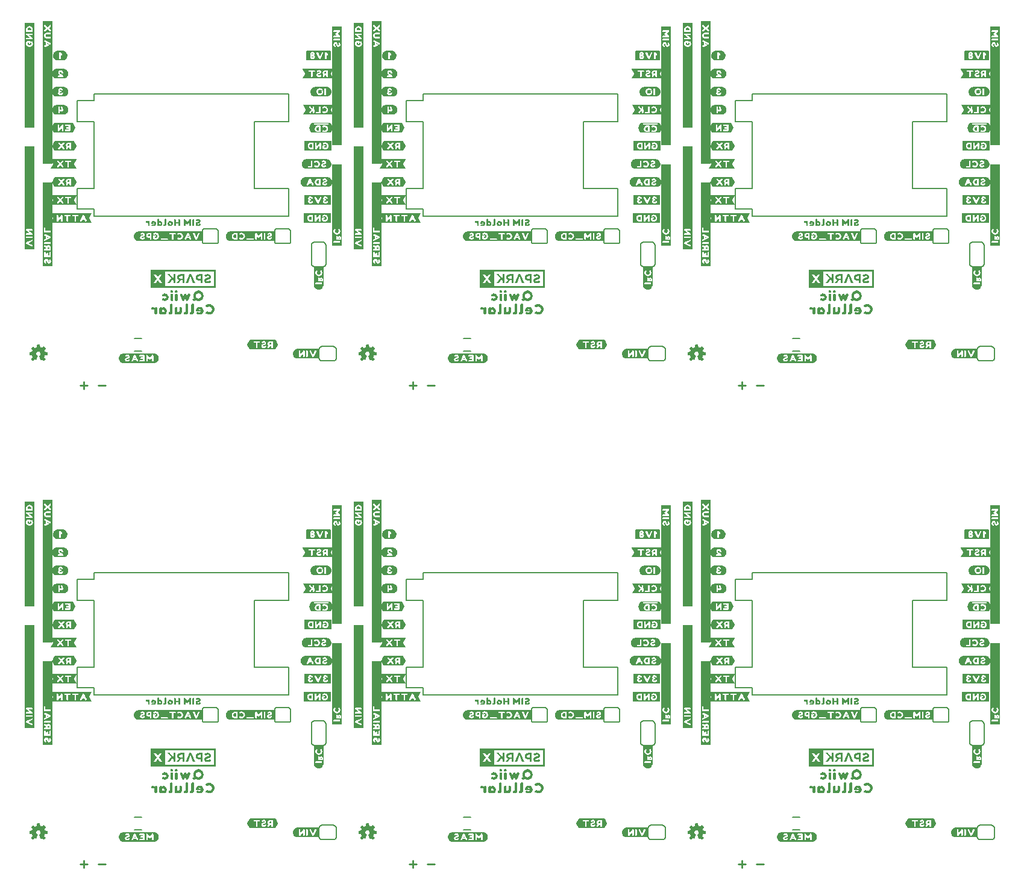
<source format=gbo>
G04 EAGLE Gerber RS-274X export*
G75*
%MOMM*%
%FSLAX34Y34*%
%LPD*%
%INSilkscreen Bottom*%
%IPPOS*%
%AMOC8*
5,1,8,0,0,1.08239X$1,22.5*%
G01*
%ADD10C,0.279400*%
%ADD11R,1.397000X10.985500*%
%ADD12R,1.397000X11.239500*%
%ADD13R,1.397000X16.065500*%
%ADD14R,1.397000X13.652500*%
%ADD15R,1.397000X6.032500*%
%ADD16R,1.397000X8.572500*%
%ADD17C,0.203200*%
%ADD18C,0.152400*%

G36*
X182867Y181607D02*
X182867Y181607D01*
X182874Y181613D01*
X182880Y181605D01*
X274320Y181605D01*
X274367Y181641D01*
X274362Y181649D01*
X274369Y181655D01*
X274369Y206965D01*
X274333Y207013D01*
X274326Y207007D01*
X274320Y207015D01*
X182880Y207015D01*
X182833Y206979D01*
X182838Y206971D01*
X182831Y206965D01*
X182831Y181655D01*
X182867Y181607D01*
G37*
G36*
X1198927Y181641D02*
X1198927Y181641D01*
X1198922Y181649D01*
X1198929Y181655D01*
X1198929Y206965D01*
X1198893Y207013D01*
X1198886Y207007D01*
X1198880Y207015D01*
X1107440Y207015D01*
X1107393Y206979D01*
X1107398Y206971D01*
X1107391Y206965D01*
X1107391Y181655D01*
X1107427Y181607D01*
X1107434Y181613D01*
X1107440Y181605D01*
X1198880Y181605D01*
X1198927Y181641D01*
G37*
G36*
X736647Y854741D02*
X736647Y854741D01*
X736642Y854749D01*
X736649Y854755D01*
X736649Y880065D01*
X736613Y880113D01*
X736606Y880107D01*
X736600Y880115D01*
X645160Y880115D01*
X645113Y880079D01*
X645118Y880071D01*
X645111Y880065D01*
X645111Y854755D01*
X645147Y854707D01*
X645154Y854713D01*
X645160Y854705D01*
X736600Y854705D01*
X736647Y854741D01*
G37*
G36*
X736647Y181641D02*
X736647Y181641D01*
X736642Y181649D01*
X736649Y181655D01*
X736649Y206965D01*
X736613Y207013D01*
X736606Y207007D01*
X736600Y207015D01*
X645160Y207015D01*
X645113Y206979D01*
X645118Y206971D01*
X645111Y206965D01*
X645111Y181655D01*
X645147Y181607D01*
X645154Y181613D01*
X645160Y181605D01*
X736600Y181605D01*
X736647Y181641D01*
G37*
G36*
X1198927Y854741D02*
X1198927Y854741D01*
X1198922Y854749D01*
X1198929Y854755D01*
X1198929Y880065D01*
X1198893Y880113D01*
X1198886Y880107D01*
X1198880Y880115D01*
X1107440Y880115D01*
X1107393Y880079D01*
X1107398Y880071D01*
X1107391Y880065D01*
X1107391Y854755D01*
X1107427Y854707D01*
X1107434Y854713D01*
X1107440Y854705D01*
X1198880Y854705D01*
X1198927Y854741D01*
G37*
G36*
X274367Y854741D02*
X274367Y854741D01*
X274362Y854749D01*
X274369Y854755D01*
X274369Y880065D01*
X274333Y880113D01*
X274326Y880107D01*
X274320Y880115D01*
X182880Y880115D01*
X182833Y880079D01*
X182838Y880071D01*
X182831Y880065D01*
X182831Y854755D01*
X182867Y854707D01*
X182874Y854713D01*
X182880Y854705D01*
X274320Y854705D01*
X274367Y854741D01*
G37*
%LPC*%
G36*
X1127917Y184054D02*
X1127917Y184054D01*
X1127917Y204566D01*
X1196481Y204566D01*
X1196481Y184054D01*
X1127917Y184054D01*
G37*
%LPD*%
%LPC*%
G36*
X1127917Y857154D02*
X1127917Y857154D01*
X1127917Y877666D01*
X1196481Y877666D01*
X1196481Y857154D01*
X1127917Y857154D01*
G37*
%LPD*%
%LPC*%
G36*
X203357Y857154D02*
X203357Y857154D01*
X203357Y877666D01*
X271921Y877666D01*
X271921Y857154D01*
X203357Y857154D01*
G37*
%LPD*%
%LPC*%
G36*
X665637Y857154D02*
X665637Y857154D01*
X665637Y877666D01*
X734201Y877666D01*
X734201Y857154D01*
X665637Y857154D01*
G37*
%LPD*%
%LPC*%
G36*
X271921Y204566D02*
X271921Y204566D01*
X271921Y184054D01*
X203357Y184054D01*
X203357Y204566D01*
X271921Y204566D01*
G37*
%LPD*%
%LPC*%
G36*
X665637Y184054D02*
X665637Y184054D01*
X665637Y204566D01*
X734201Y204566D01*
X734201Y184054D01*
X665637Y184054D01*
G37*
%LPD*%
G36*
X718007Y920287D02*
X718007Y920287D01*
X718002Y920294D01*
X718009Y920300D01*
X718009Y933800D01*
X717973Y933847D01*
X717970Y933845D01*
X717968Y933849D01*
X717368Y933949D01*
X717363Y933946D01*
X717360Y933949D01*
X628560Y933949D01*
X628556Y933946D01*
X628553Y933949D01*
X627853Y933849D01*
X627852Y933848D01*
X627852Y933849D01*
X627252Y933749D01*
X627249Y933745D01*
X627246Y933747D01*
X626546Y933547D01*
X626545Y933546D01*
X626544Y933547D01*
X625944Y933347D01*
X625941Y933342D01*
X625938Y933344D01*
X625338Y933044D01*
X625336Y933040D01*
X625333Y933041D01*
X624733Y932641D01*
X624732Y932638D01*
X624729Y932638D01*
X624229Y932238D01*
X624228Y932234D01*
X624225Y932235D01*
X623725Y931735D01*
X623725Y931731D01*
X623722Y931731D01*
X622922Y930731D01*
X622921Y930727D01*
X622919Y930727D01*
X622519Y930127D01*
X622520Y930119D01*
X622513Y930114D01*
X622499Y930065D01*
X622457Y929917D01*
X622414Y929769D01*
X622400Y929720D01*
X622358Y929572D01*
X622316Y929425D01*
X622313Y929415D01*
X622113Y928816D01*
X622114Y928814D01*
X622113Y928814D01*
X622104Y928784D01*
X622090Y928735D01*
X622048Y928587D01*
X622006Y928440D01*
X621992Y928390D01*
X621950Y928243D01*
X621913Y928114D01*
X621916Y928104D01*
X621911Y928100D01*
X621911Y926100D01*
X621917Y926092D01*
X621913Y926086D01*
X622113Y925386D01*
X622114Y925385D01*
X622113Y925384D01*
X622513Y924184D01*
X622521Y924179D01*
X622519Y924173D01*
X622917Y923575D01*
X623216Y922978D01*
X623226Y922973D01*
X623225Y922965D01*
X624225Y921965D01*
X624229Y921965D01*
X624229Y921962D01*
X624729Y921562D01*
X624733Y921561D01*
X624733Y921559D01*
X625333Y921159D01*
X625337Y921159D01*
X625338Y921156D01*
X625938Y920856D01*
X625943Y920857D01*
X625944Y920853D01*
X627144Y920453D01*
X627151Y920455D01*
X627153Y920451D01*
X628553Y920251D01*
X628558Y920254D01*
X628560Y920251D01*
X717960Y920251D01*
X718007Y920287D01*
G37*
G36*
X255727Y920287D02*
X255727Y920287D01*
X255722Y920294D01*
X255729Y920300D01*
X255729Y933800D01*
X255693Y933847D01*
X255690Y933845D01*
X255688Y933849D01*
X255088Y933949D01*
X255083Y933946D01*
X255080Y933949D01*
X166280Y933949D01*
X166276Y933946D01*
X166273Y933949D01*
X165573Y933849D01*
X165572Y933848D01*
X165572Y933849D01*
X164972Y933749D01*
X164969Y933745D01*
X164966Y933747D01*
X164266Y933547D01*
X164265Y933546D01*
X164264Y933547D01*
X163664Y933347D01*
X163661Y933342D01*
X163658Y933344D01*
X163058Y933044D01*
X163056Y933040D01*
X163053Y933041D01*
X162453Y932641D01*
X162452Y932638D01*
X162449Y932638D01*
X161949Y932238D01*
X161948Y932234D01*
X161945Y932235D01*
X161445Y931735D01*
X161445Y931731D01*
X161442Y931731D01*
X160642Y930731D01*
X160641Y930727D01*
X160639Y930727D01*
X160239Y930127D01*
X160240Y930119D01*
X160233Y930114D01*
X160219Y930065D01*
X160177Y929917D01*
X160134Y929769D01*
X160120Y929720D01*
X160078Y929572D01*
X160036Y929425D01*
X160033Y929415D01*
X159833Y928816D01*
X159834Y928814D01*
X159833Y928814D01*
X159824Y928784D01*
X159810Y928735D01*
X159768Y928587D01*
X159726Y928440D01*
X159712Y928390D01*
X159670Y928243D01*
X159633Y928114D01*
X159636Y928104D01*
X159631Y928100D01*
X159631Y926100D01*
X159637Y926092D01*
X159633Y926086D01*
X159833Y925386D01*
X159834Y925385D01*
X159833Y925384D01*
X160233Y924184D01*
X160241Y924179D01*
X160239Y924173D01*
X160637Y923575D01*
X160936Y922978D01*
X160946Y922973D01*
X160945Y922965D01*
X161945Y921965D01*
X161949Y921965D01*
X161949Y921962D01*
X162449Y921562D01*
X162453Y921561D01*
X162453Y921559D01*
X163053Y921159D01*
X163057Y921159D01*
X163058Y921156D01*
X163658Y920856D01*
X163663Y920857D01*
X163664Y920853D01*
X164864Y920453D01*
X164871Y920455D01*
X164873Y920451D01*
X166273Y920251D01*
X166278Y920254D01*
X166280Y920251D01*
X255680Y920251D01*
X255727Y920287D01*
G37*
G36*
X1180287Y920287D02*
X1180287Y920287D01*
X1180282Y920294D01*
X1180289Y920300D01*
X1180289Y933800D01*
X1180253Y933847D01*
X1180250Y933845D01*
X1180248Y933849D01*
X1179648Y933949D01*
X1179643Y933946D01*
X1179640Y933949D01*
X1090840Y933949D01*
X1090836Y933946D01*
X1090833Y933949D01*
X1090133Y933849D01*
X1090132Y933848D01*
X1090132Y933849D01*
X1089532Y933749D01*
X1089529Y933745D01*
X1089526Y933747D01*
X1088826Y933547D01*
X1088825Y933546D01*
X1088824Y933547D01*
X1088224Y933347D01*
X1088221Y933342D01*
X1088218Y933344D01*
X1087618Y933044D01*
X1087616Y933040D01*
X1087613Y933041D01*
X1087013Y932641D01*
X1087012Y932638D01*
X1087009Y932638D01*
X1086509Y932238D01*
X1086508Y932234D01*
X1086505Y932235D01*
X1086005Y931735D01*
X1086005Y931731D01*
X1086002Y931731D01*
X1085202Y930731D01*
X1085201Y930727D01*
X1085199Y930727D01*
X1084799Y930127D01*
X1084800Y930119D01*
X1084793Y930114D01*
X1084779Y930065D01*
X1084737Y929917D01*
X1084694Y929769D01*
X1084680Y929720D01*
X1084638Y929572D01*
X1084596Y929425D01*
X1084593Y929415D01*
X1084393Y928816D01*
X1084394Y928814D01*
X1084393Y928814D01*
X1084384Y928784D01*
X1084370Y928735D01*
X1084328Y928587D01*
X1084286Y928440D01*
X1084272Y928390D01*
X1084230Y928243D01*
X1084193Y928114D01*
X1084196Y928104D01*
X1084191Y928100D01*
X1084191Y926100D01*
X1084197Y926092D01*
X1084193Y926086D01*
X1084393Y925386D01*
X1084394Y925385D01*
X1084393Y925384D01*
X1084793Y924184D01*
X1084801Y924179D01*
X1084799Y924173D01*
X1085197Y923575D01*
X1085496Y922978D01*
X1085506Y922973D01*
X1085505Y922965D01*
X1086505Y921965D01*
X1086509Y921965D01*
X1086509Y921962D01*
X1087009Y921562D01*
X1087013Y921561D01*
X1087013Y921559D01*
X1087613Y921159D01*
X1087617Y921159D01*
X1087618Y921156D01*
X1088218Y920856D01*
X1088223Y920857D01*
X1088224Y920853D01*
X1089424Y920453D01*
X1089431Y920455D01*
X1089433Y920451D01*
X1090833Y920251D01*
X1090838Y920254D01*
X1090840Y920251D01*
X1180240Y920251D01*
X1180287Y920287D01*
G37*
G36*
X1180287Y247187D02*
X1180287Y247187D01*
X1180282Y247194D01*
X1180289Y247200D01*
X1180289Y260700D01*
X1180253Y260747D01*
X1180250Y260745D01*
X1180248Y260749D01*
X1179648Y260849D01*
X1179643Y260846D01*
X1179640Y260849D01*
X1090840Y260849D01*
X1090836Y260846D01*
X1090833Y260849D01*
X1090133Y260749D01*
X1090132Y260748D01*
X1090132Y260749D01*
X1089532Y260649D01*
X1089529Y260645D01*
X1089526Y260647D01*
X1088826Y260447D01*
X1088825Y260446D01*
X1088824Y260447D01*
X1088224Y260247D01*
X1088221Y260242D01*
X1088218Y260244D01*
X1087618Y259944D01*
X1087616Y259940D01*
X1087613Y259941D01*
X1087013Y259541D01*
X1087012Y259538D01*
X1087009Y259538D01*
X1086509Y259138D01*
X1086508Y259134D01*
X1086505Y259135D01*
X1086005Y258635D01*
X1086005Y258631D01*
X1086002Y258631D01*
X1085202Y257631D01*
X1085201Y257627D01*
X1085199Y257627D01*
X1084799Y257027D01*
X1084800Y257019D01*
X1084793Y257014D01*
X1084779Y256965D01*
X1084737Y256817D01*
X1084694Y256669D01*
X1084680Y256620D01*
X1084638Y256472D01*
X1084596Y256325D01*
X1084593Y256315D01*
X1084393Y255716D01*
X1084394Y255714D01*
X1084393Y255714D01*
X1084384Y255684D01*
X1084370Y255635D01*
X1084328Y255487D01*
X1084286Y255340D01*
X1084272Y255290D01*
X1084230Y255143D01*
X1084193Y255014D01*
X1084196Y255004D01*
X1084191Y255000D01*
X1084191Y253000D01*
X1084197Y252992D01*
X1084193Y252986D01*
X1084393Y252286D01*
X1084394Y252285D01*
X1084393Y252284D01*
X1084793Y251084D01*
X1084801Y251079D01*
X1084799Y251073D01*
X1085197Y250475D01*
X1085496Y249878D01*
X1085506Y249873D01*
X1085505Y249865D01*
X1086505Y248865D01*
X1086509Y248865D01*
X1086509Y248862D01*
X1087009Y248462D01*
X1087013Y248461D01*
X1087013Y248459D01*
X1087613Y248059D01*
X1087617Y248059D01*
X1087618Y248056D01*
X1088218Y247756D01*
X1088223Y247757D01*
X1088224Y247753D01*
X1089424Y247353D01*
X1089431Y247355D01*
X1089433Y247351D01*
X1090833Y247151D01*
X1090838Y247154D01*
X1090840Y247151D01*
X1180240Y247151D01*
X1180287Y247187D01*
G37*
G36*
X718007Y247187D02*
X718007Y247187D01*
X718002Y247194D01*
X718009Y247200D01*
X718009Y260700D01*
X717973Y260747D01*
X717970Y260745D01*
X717968Y260749D01*
X717368Y260849D01*
X717363Y260846D01*
X717360Y260849D01*
X628560Y260849D01*
X628556Y260846D01*
X628553Y260849D01*
X627853Y260749D01*
X627852Y260748D01*
X627852Y260749D01*
X627252Y260649D01*
X627249Y260645D01*
X627246Y260647D01*
X626546Y260447D01*
X626545Y260446D01*
X626544Y260447D01*
X625944Y260247D01*
X625941Y260242D01*
X625938Y260244D01*
X625338Y259944D01*
X625336Y259940D01*
X625333Y259941D01*
X624733Y259541D01*
X624732Y259538D01*
X624729Y259538D01*
X624229Y259138D01*
X624228Y259134D01*
X624225Y259135D01*
X623725Y258635D01*
X623725Y258631D01*
X623722Y258631D01*
X622922Y257631D01*
X622921Y257627D01*
X622919Y257627D01*
X622519Y257027D01*
X622520Y257019D01*
X622513Y257014D01*
X622499Y256965D01*
X622457Y256817D01*
X622414Y256669D01*
X622400Y256620D01*
X622358Y256472D01*
X622316Y256325D01*
X622313Y256315D01*
X622113Y255716D01*
X622114Y255714D01*
X622113Y255714D01*
X622104Y255684D01*
X622090Y255635D01*
X622048Y255487D01*
X622006Y255340D01*
X621992Y255290D01*
X621950Y255143D01*
X621913Y255014D01*
X621916Y255004D01*
X621911Y255000D01*
X621911Y253000D01*
X621917Y252992D01*
X621913Y252986D01*
X622113Y252286D01*
X622114Y252285D01*
X622113Y252284D01*
X622513Y251084D01*
X622521Y251079D01*
X622519Y251073D01*
X622917Y250475D01*
X623216Y249878D01*
X623226Y249873D01*
X623225Y249865D01*
X624225Y248865D01*
X624229Y248865D01*
X624229Y248862D01*
X624729Y248462D01*
X624733Y248461D01*
X624733Y248459D01*
X625333Y248059D01*
X625337Y248059D01*
X625338Y248056D01*
X625938Y247756D01*
X625943Y247757D01*
X625944Y247753D01*
X627144Y247353D01*
X627151Y247355D01*
X627153Y247351D01*
X628553Y247151D01*
X628558Y247154D01*
X628560Y247151D01*
X717960Y247151D01*
X718007Y247187D01*
G37*
G36*
X255727Y247187D02*
X255727Y247187D01*
X255722Y247194D01*
X255729Y247200D01*
X255729Y260700D01*
X255693Y260747D01*
X255690Y260745D01*
X255688Y260749D01*
X255088Y260849D01*
X255083Y260846D01*
X255080Y260849D01*
X166280Y260849D01*
X166276Y260846D01*
X166273Y260849D01*
X165573Y260749D01*
X165572Y260748D01*
X165572Y260749D01*
X164972Y260649D01*
X164969Y260645D01*
X164966Y260647D01*
X164266Y260447D01*
X164265Y260446D01*
X164264Y260447D01*
X163664Y260247D01*
X163661Y260242D01*
X163658Y260244D01*
X163058Y259944D01*
X163056Y259940D01*
X163053Y259941D01*
X162453Y259541D01*
X162452Y259538D01*
X162449Y259538D01*
X161949Y259138D01*
X161948Y259134D01*
X161945Y259135D01*
X161445Y258635D01*
X161445Y258631D01*
X161442Y258631D01*
X160642Y257631D01*
X160641Y257627D01*
X160639Y257627D01*
X160239Y257027D01*
X160240Y257019D01*
X160233Y257014D01*
X160219Y256965D01*
X160177Y256817D01*
X160134Y256669D01*
X160120Y256620D01*
X160078Y256472D01*
X160036Y256325D01*
X160033Y256315D01*
X159833Y255716D01*
X159834Y255714D01*
X159833Y255714D01*
X159824Y255684D01*
X159810Y255635D01*
X159768Y255487D01*
X159726Y255340D01*
X159712Y255290D01*
X159670Y255143D01*
X159633Y255014D01*
X159636Y255004D01*
X159631Y255000D01*
X159631Y253000D01*
X159637Y252992D01*
X159633Y252986D01*
X159833Y252286D01*
X159834Y252285D01*
X159833Y252284D01*
X160233Y251084D01*
X160241Y251079D01*
X160239Y251073D01*
X160637Y250475D01*
X160936Y249878D01*
X160946Y249873D01*
X160945Y249865D01*
X161945Y248865D01*
X161949Y248865D01*
X161949Y248862D01*
X162449Y248462D01*
X162453Y248461D01*
X162453Y248459D01*
X163053Y248059D01*
X163057Y248059D01*
X163058Y248056D01*
X163658Y247756D01*
X163663Y247757D01*
X163664Y247753D01*
X164864Y247353D01*
X164871Y247355D01*
X164873Y247351D01*
X166273Y247151D01*
X166278Y247154D01*
X166280Y247151D01*
X255680Y247151D01*
X255727Y247187D01*
G37*
G36*
X357227Y920287D02*
X357227Y920287D01*
X357225Y920290D01*
X357229Y920292D01*
X357329Y920892D01*
X357326Y920897D01*
X357329Y920900D01*
X357329Y933800D01*
X357293Y933847D01*
X357290Y933845D01*
X357288Y933849D01*
X356688Y933949D01*
X356683Y933946D01*
X356680Y933949D01*
X294980Y933949D01*
X294975Y933946D01*
X294972Y933949D01*
X294372Y933849D01*
X294369Y933845D01*
X294366Y933847D01*
X292966Y933447D01*
X292965Y933446D01*
X292964Y933447D01*
X292364Y933247D01*
X292359Y933239D01*
X292353Y933241D01*
X291753Y932841D01*
X291752Y932838D01*
X291749Y932838D01*
X290749Y932038D01*
X290748Y932034D01*
X290745Y932035D01*
X290245Y931535D01*
X290245Y931531D01*
X290242Y931531D01*
X289842Y931031D01*
X289841Y931027D01*
X289839Y931027D01*
X289439Y930427D01*
X289439Y930423D01*
X289436Y930422D01*
X289136Y929822D01*
X289136Y929819D01*
X289135Y929819D01*
X289137Y929816D01*
X289137Y929815D01*
X289133Y929814D01*
X289120Y929769D01*
X289078Y929622D01*
X289064Y929572D01*
X289022Y929425D01*
X288979Y929277D01*
X288965Y929228D01*
X288933Y929115D01*
X288733Y928516D01*
X288735Y928509D01*
X288731Y928507D01*
X288631Y927807D01*
X288634Y927802D01*
X288631Y927800D01*
X288631Y926500D01*
X288634Y926496D01*
X288631Y926493D01*
X288731Y925793D01*
X288735Y925789D01*
X288733Y925786D01*
X288933Y925086D01*
X288934Y925085D01*
X288933Y925084D01*
X289133Y924484D01*
X289138Y924481D01*
X289136Y924478D01*
X289436Y923878D01*
X289440Y923876D01*
X289439Y923873D01*
X289839Y923273D01*
X289842Y923272D01*
X289842Y923269D01*
X290642Y922269D01*
X290646Y922268D01*
X290645Y922265D01*
X291145Y921765D01*
X291152Y921764D01*
X291153Y921759D01*
X291753Y921359D01*
X291757Y921359D01*
X291758Y921356D01*
X292958Y920756D01*
X292963Y920757D01*
X292964Y920753D01*
X293564Y920553D01*
X293566Y920554D01*
X293566Y920553D01*
X294266Y920353D01*
X294271Y920355D01*
X294273Y920351D01*
X294973Y920251D01*
X294978Y920254D01*
X294980Y920251D01*
X357180Y920251D01*
X357227Y920287D01*
G37*
G36*
X819507Y247187D02*
X819507Y247187D01*
X819505Y247190D01*
X819509Y247192D01*
X819609Y247792D01*
X819606Y247797D01*
X819609Y247800D01*
X819609Y260700D01*
X819573Y260747D01*
X819570Y260745D01*
X819568Y260749D01*
X818968Y260849D01*
X818963Y260846D01*
X818960Y260849D01*
X757260Y260849D01*
X757255Y260846D01*
X757252Y260849D01*
X756652Y260749D01*
X756649Y260745D01*
X756646Y260747D01*
X755246Y260347D01*
X755245Y260346D01*
X755244Y260347D01*
X754644Y260147D01*
X754639Y260139D01*
X754633Y260141D01*
X754033Y259741D01*
X754032Y259738D01*
X754029Y259738D01*
X753029Y258938D01*
X753028Y258934D01*
X753025Y258935D01*
X752525Y258435D01*
X752525Y258431D01*
X752522Y258431D01*
X752122Y257931D01*
X752121Y257927D01*
X752119Y257927D01*
X751719Y257327D01*
X751719Y257323D01*
X751716Y257322D01*
X751416Y256722D01*
X751416Y256719D01*
X751415Y256719D01*
X751417Y256716D01*
X751417Y256715D01*
X751413Y256714D01*
X751400Y256669D01*
X751358Y256522D01*
X751344Y256472D01*
X751302Y256325D01*
X751259Y256177D01*
X751245Y256128D01*
X751213Y256015D01*
X751013Y255416D01*
X751015Y255409D01*
X751011Y255407D01*
X750911Y254707D01*
X750914Y254702D01*
X750911Y254700D01*
X750911Y253400D01*
X750914Y253396D01*
X750911Y253393D01*
X751011Y252693D01*
X751015Y252689D01*
X751013Y252686D01*
X751213Y251986D01*
X751214Y251985D01*
X751213Y251984D01*
X751413Y251384D01*
X751418Y251381D01*
X751416Y251378D01*
X751716Y250778D01*
X751720Y250776D01*
X751719Y250773D01*
X752119Y250173D01*
X752122Y250172D01*
X752122Y250169D01*
X752922Y249169D01*
X752926Y249168D01*
X752925Y249165D01*
X753425Y248665D01*
X753432Y248664D01*
X753433Y248659D01*
X754033Y248259D01*
X754037Y248259D01*
X754038Y248256D01*
X755238Y247656D01*
X755243Y247657D01*
X755244Y247653D01*
X755844Y247453D01*
X755846Y247454D01*
X755846Y247453D01*
X756546Y247253D01*
X756551Y247255D01*
X756553Y247251D01*
X757253Y247151D01*
X757258Y247154D01*
X757260Y247151D01*
X819460Y247151D01*
X819507Y247187D01*
G37*
G36*
X357227Y247187D02*
X357227Y247187D01*
X357225Y247190D01*
X357229Y247192D01*
X357329Y247792D01*
X357326Y247797D01*
X357329Y247800D01*
X357329Y260700D01*
X357293Y260747D01*
X357290Y260745D01*
X357288Y260749D01*
X356688Y260849D01*
X356683Y260846D01*
X356680Y260849D01*
X294980Y260849D01*
X294975Y260846D01*
X294972Y260849D01*
X294372Y260749D01*
X294369Y260745D01*
X294366Y260747D01*
X292966Y260347D01*
X292965Y260346D01*
X292964Y260347D01*
X292364Y260147D01*
X292359Y260139D01*
X292353Y260141D01*
X291753Y259741D01*
X291752Y259738D01*
X291749Y259738D01*
X290749Y258938D01*
X290748Y258934D01*
X290745Y258935D01*
X290245Y258435D01*
X290245Y258431D01*
X290242Y258431D01*
X289842Y257931D01*
X289841Y257927D01*
X289839Y257927D01*
X289439Y257327D01*
X289439Y257323D01*
X289436Y257322D01*
X289136Y256722D01*
X289136Y256719D01*
X289135Y256719D01*
X289137Y256716D01*
X289137Y256715D01*
X289133Y256714D01*
X289120Y256669D01*
X289078Y256522D01*
X289064Y256472D01*
X289022Y256325D01*
X288979Y256177D01*
X288965Y256128D01*
X288933Y256015D01*
X288733Y255416D01*
X288735Y255409D01*
X288731Y255407D01*
X288631Y254707D01*
X288634Y254702D01*
X288631Y254700D01*
X288631Y253400D01*
X288634Y253396D01*
X288631Y253393D01*
X288731Y252693D01*
X288735Y252689D01*
X288733Y252686D01*
X288933Y251986D01*
X288934Y251985D01*
X288933Y251984D01*
X289133Y251384D01*
X289138Y251381D01*
X289136Y251378D01*
X289436Y250778D01*
X289440Y250776D01*
X289439Y250773D01*
X289839Y250173D01*
X289842Y250172D01*
X289842Y250169D01*
X290642Y249169D01*
X290646Y249168D01*
X290645Y249165D01*
X291145Y248665D01*
X291152Y248664D01*
X291153Y248659D01*
X291753Y248259D01*
X291757Y248259D01*
X291758Y248256D01*
X292958Y247656D01*
X292963Y247657D01*
X292964Y247653D01*
X293564Y247453D01*
X293566Y247454D01*
X293566Y247453D01*
X294266Y247253D01*
X294271Y247255D01*
X294273Y247251D01*
X294973Y247151D01*
X294978Y247154D01*
X294980Y247151D01*
X357180Y247151D01*
X357227Y247187D01*
G37*
G36*
X819507Y920287D02*
X819507Y920287D01*
X819505Y920290D01*
X819509Y920292D01*
X819609Y920892D01*
X819606Y920897D01*
X819609Y920900D01*
X819609Y933800D01*
X819573Y933847D01*
X819570Y933845D01*
X819568Y933849D01*
X818968Y933949D01*
X818963Y933946D01*
X818960Y933949D01*
X757260Y933949D01*
X757255Y933946D01*
X757252Y933949D01*
X756652Y933849D01*
X756649Y933845D01*
X756646Y933847D01*
X755246Y933447D01*
X755245Y933446D01*
X755244Y933447D01*
X754644Y933247D01*
X754639Y933239D01*
X754633Y933241D01*
X754033Y932841D01*
X754032Y932838D01*
X754029Y932838D01*
X753029Y932038D01*
X753028Y932034D01*
X753025Y932035D01*
X752525Y931535D01*
X752525Y931531D01*
X752522Y931531D01*
X752122Y931031D01*
X752121Y931027D01*
X752119Y931027D01*
X751719Y930427D01*
X751719Y930423D01*
X751716Y930422D01*
X751416Y929822D01*
X751416Y929819D01*
X751415Y929819D01*
X751417Y929816D01*
X751417Y929815D01*
X751413Y929814D01*
X751400Y929769D01*
X751358Y929622D01*
X751344Y929572D01*
X751302Y929425D01*
X751259Y929277D01*
X751245Y929228D01*
X751213Y929115D01*
X751013Y928516D01*
X751015Y928509D01*
X751011Y928507D01*
X750911Y927807D01*
X750914Y927802D01*
X750911Y927800D01*
X750911Y926500D01*
X750914Y926496D01*
X750911Y926493D01*
X751011Y925793D01*
X751015Y925789D01*
X751013Y925786D01*
X751213Y925086D01*
X751214Y925085D01*
X751213Y925084D01*
X751413Y924484D01*
X751418Y924481D01*
X751416Y924478D01*
X751716Y923878D01*
X751720Y923876D01*
X751719Y923873D01*
X752119Y923273D01*
X752122Y923272D01*
X752122Y923269D01*
X752922Y922269D01*
X752926Y922268D01*
X752925Y922265D01*
X753425Y921765D01*
X753432Y921764D01*
X753433Y921759D01*
X754033Y921359D01*
X754037Y921359D01*
X754038Y921356D01*
X755238Y920756D01*
X755243Y920757D01*
X755244Y920753D01*
X755844Y920553D01*
X755846Y920554D01*
X755846Y920553D01*
X756546Y920353D01*
X756551Y920355D01*
X756553Y920351D01*
X757253Y920251D01*
X757258Y920254D01*
X757260Y920251D01*
X819460Y920251D01*
X819507Y920287D01*
G37*
G36*
X1281787Y247187D02*
X1281787Y247187D01*
X1281785Y247190D01*
X1281789Y247192D01*
X1281889Y247792D01*
X1281886Y247797D01*
X1281889Y247800D01*
X1281889Y260700D01*
X1281853Y260747D01*
X1281850Y260745D01*
X1281848Y260749D01*
X1281248Y260849D01*
X1281243Y260846D01*
X1281240Y260849D01*
X1219540Y260849D01*
X1219535Y260846D01*
X1219532Y260849D01*
X1218932Y260749D01*
X1218929Y260745D01*
X1218926Y260747D01*
X1217526Y260347D01*
X1217525Y260346D01*
X1217524Y260347D01*
X1216924Y260147D01*
X1216919Y260139D01*
X1216913Y260141D01*
X1216313Y259741D01*
X1216312Y259738D01*
X1216309Y259738D01*
X1215309Y258938D01*
X1215308Y258934D01*
X1215305Y258935D01*
X1214805Y258435D01*
X1214805Y258431D01*
X1214802Y258431D01*
X1214402Y257931D01*
X1214401Y257927D01*
X1214399Y257927D01*
X1213999Y257327D01*
X1213999Y257323D01*
X1213996Y257322D01*
X1213696Y256722D01*
X1213696Y256719D01*
X1213695Y256719D01*
X1213697Y256716D01*
X1213697Y256715D01*
X1213693Y256714D01*
X1213680Y256669D01*
X1213638Y256522D01*
X1213624Y256472D01*
X1213582Y256325D01*
X1213539Y256177D01*
X1213525Y256128D01*
X1213493Y256015D01*
X1213293Y255416D01*
X1213295Y255409D01*
X1213291Y255407D01*
X1213191Y254707D01*
X1213194Y254702D01*
X1213191Y254700D01*
X1213191Y253400D01*
X1213194Y253396D01*
X1213191Y253393D01*
X1213291Y252693D01*
X1213295Y252689D01*
X1213293Y252686D01*
X1213493Y251986D01*
X1213494Y251985D01*
X1213493Y251984D01*
X1213693Y251384D01*
X1213698Y251381D01*
X1213696Y251378D01*
X1213996Y250778D01*
X1214000Y250776D01*
X1213999Y250773D01*
X1214399Y250173D01*
X1214402Y250172D01*
X1214402Y250169D01*
X1215202Y249169D01*
X1215206Y249168D01*
X1215205Y249165D01*
X1215705Y248665D01*
X1215712Y248664D01*
X1215713Y248659D01*
X1216313Y248259D01*
X1216317Y248259D01*
X1216318Y248256D01*
X1217518Y247656D01*
X1217523Y247657D01*
X1217524Y247653D01*
X1218124Y247453D01*
X1218126Y247454D01*
X1218126Y247453D01*
X1218826Y247253D01*
X1218831Y247255D01*
X1218833Y247251D01*
X1219533Y247151D01*
X1219538Y247154D01*
X1219540Y247151D01*
X1281740Y247151D01*
X1281787Y247187D01*
G37*
G36*
X1281787Y920287D02*
X1281787Y920287D01*
X1281785Y920290D01*
X1281789Y920292D01*
X1281889Y920892D01*
X1281886Y920897D01*
X1281889Y920900D01*
X1281889Y933800D01*
X1281853Y933847D01*
X1281850Y933845D01*
X1281848Y933849D01*
X1281248Y933949D01*
X1281243Y933946D01*
X1281240Y933949D01*
X1219540Y933949D01*
X1219535Y933946D01*
X1219532Y933949D01*
X1218932Y933849D01*
X1218929Y933845D01*
X1218926Y933847D01*
X1217526Y933447D01*
X1217525Y933446D01*
X1217524Y933447D01*
X1216924Y933247D01*
X1216919Y933239D01*
X1216913Y933241D01*
X1216313Y932841D01*
X1216312Y932838D01*
X1216309Y932838D01*
X1215309Y932038D01*
X1215308Y932034D01*
X1215305Y932035D01*
X1214805Y931535D01*
X1214805Y931531D01*
X1214802Y931531D01*
X1214402Y931031D01*
X1214401Y931027D01*
X1214399Y931027D01*
X1213999Y930427D01*
X1213999Y930423D01*
X1213996Y930422D01*
X1213696Y929822D01*
X1213696Y929819D01*
X1213695Y929819D01*
X1213697Y929816D01*
X1213697Y929815D01*
X1213693Y929814D01*
X1213680Y929769D01*
X1213638Y929622D01*
X1213624Y929572D01*
X1213582Y929425D01*
X1213539Y929277D01*
X1213525Y929228D01*
X1213493Y929115D01*
X1213293Y928516D01*
X1213295Y928509D01*
X1213291Y928507D01*
X1213191Y927807D01*
X1213194Y927802D01*
X1213191Y927800D01*
X1213191Y926500D01*
X1213194Y926496D01*
X1213191Y926493D01*
X1213291Y925793D01*
X1213295Y925789D01*
X1213293Y925786D01*
X1213493Y925086D01*
X1213494Y925085D01*
X1213493Y925084D01*
X1213693Y924484D01*
X1213698Y924481D01*
X1213696Y924478D01*
X1213996Y923878D01*
X1214000Y923876D01*
X1213999Y923873D01*
X1214399Y923273D01*
X1214402Y923272D01*
X1214402Y923269D01*
X1215202Y922269D01*
X1215206Y922268D01*
X1215205Y922265D01*
X1215705Y921765D01*
X1215712Y921764D01*
X1215713Y921759D01*
X1216313Y921359D01*
X1216317Y921359D01*
X1216318Y921356D01*
X1217518Y920756D01*
X1217523Y920757D01*
X1217524Y920753D01*
X1218124Y920553D01*
X1218126Y920554D01*
X1218126Y920553D01*
X1218826Y920353D01*
X1218831Y920355D01*
X1218833Y920351D01*
X1219533Y920251D01*
X1219538Y920254D01*
X1219540Y920251D01*
X1281740Y920251D01*
X1281787Y920287D01*
G37*
G36*
X506798Y884744D02*
X506798Y884744D01*
X506810Y884741D01*
X507210Y885041D01*
X507214Y885057D01*
X507221Y885062D01*
X507217Y885068D01*
X507219Y885072D01*
X507229Y885080D01*
X507229Y943680D01*
X507221Y943691D01*
X507226Y943698D01*
X507026Y944198D01*
X506985Y944223D01*
X506980Y944229D01*
X494080Y944229D01*
X494074Y944225D01*
X494069Y944225D01*
X494066Y944223D01*
X494062Y944226D01*
X493562Y944026D01*
X493549Y944004D01*
X493533Y943992D01*
X493537Y943985D01*
X493531Y943980D01*
X493531Y885080D01*
X493550Y885054D01*
X493550Y885041D01*
X493950Y884741D01*
X493972Y884741D01*
X493980Y884731D01*
X506780Y884731D01*
X506798Y884744D01*
G37*
G36*
X44518Y884744D02*
X44518Y884744D01*
X44530Y884741D01*
X44930Y885041D01*
X44934Y885057D01*
X44941Y885062D01*
X44937Y885068D01*
X44939Y885072D01*
X44949Y885080D01*
X44949Y943680D01*
X44941Y943691D01*
X44946Y943698D01*
X44746Y944198D01*
X44705Y944223D01*
X44700Y944229D01*
X31800Y944229D01*
X31794Y944225D01*
X31789Y944225D01*
X31786Y944223D01*
X31782Y944226D01*
X31282Y944026D01*
X31269Y944004D01*
X31253Y943992D01*
X31257Y943985D01*
X31251Y943980D01*
X31251Y885080D01*
X31270Y885054D01*
X31270Y885041D01*
X31670Y884741D01*
X31692Y884741D01*
X31700Y884731D01*
X44500Y884731D01*
X44518Y884744D01*
G37*
G36*
X44518Y211644D02*
X44518Y211644D01*
X44530Y211641D01*
X44930Y211941D01*
X44934Y211957D01*
X44941Y211962D01*
X44937Y211968D01*
X44939Y211972D01*
X44949Y211980D01*
X44949Y270580D01*
X44941Y270591D01*
X44946Y270598D01*
X44746Y271098D01*
X44705Y271123D01*
X44700Y271129D01*
X31800Y271129D01*
X31794Y271125D01*
X31789Y271125D01*
X31786Y271123D01*
X31782Y271126D01*
X31282Y270926D01*
X31269Y270904D01*
X31253Y270892D01*
X31257Y270885D01*
X31251Y270880D01*
X31251Y211980D01*
X31270Y211954D01*
X31270Y211941D01*
X31670Y211641D01*
X31692Y211641D01*
X31700Y211631D01*
X44500Y211631D01*
X44518Y211644D01*
G37*
G36*
X506798Y211644D02*
X506798Y211644D01*
X506810Y211641D01*
X507210Y211941D01*
X507214Y211957D01*
X507221Y211962D01*
X507217Y211968D01*
X507219Y211972D01*
X507229Y211980D01*
X507229Y270580D01*
X507221Y270591D01*
X507226Y270598D01*
X507026Y271098D01*
X506985Y271123D01*
X506980Y271129D01*
X494080Y271129D01*
X494074Y271125D01*
X494069Y271125D01*
X494066Y271123D01*
X494062Y271126D01*
X493562Y270926D01*
X493549Y270904D01*
X493533Y270892D01*
X493537Y270885D01*
X493531Y270880D01*
X493531Y211980D01*
X493550Y211954D01*
X493550Y211941D01*
X493950Y211641D01*
X493972Y211641D01*
X493980Y211631D01*
X506780Y211631D01*
X506798Y211644D01*
G37*
G36*
X969078Y211644D02*
X969078Y211644D01*
X969090Y211641D01*
X969490Y211941D01*
X969494Y211957D01*
X969501Y211962D01*
X969497Y211968D01*
X969499Y211972D01*
X969509Y211980D01*
X969509Y270580D01*
X969501Y270591D01*
X969506Y270598D01*
X969306Y271098D01*
X969265Y271123D01*
X969260Y271129D01*
X956360Y271129D01*
X956354Y271125D01*
X956349Y271125D01*
X956346Y271123D01*
X956342Y271126D01*
X955842Y270926D01*
X955829Y270904D01*
X955813Y270892D01*
X955817Y270885D01*
X955811Y270880D01*
X955811Y211980D01*
X955830Y211954D01*
X955830Y211941D01*
X956230Y211641D01*
X956252Y211641D01*
X956260Y211631D01*
X969060Y211631D01*
X969078Y211644D01*
G37*
G36*
X969078Y884744D02*
X969078Y884744D01*
X969090Y884741D01*
X969490Y885041D01*
X969494Y885057D01*
X969501Y885062D01*
X969497Y885068D01*
X969499Y885072D01*
X969509Y885080D01*
X969509Y943680D01*
X969501Y943691D01*
X969506Y943698D01*
X969306Y944198D01*
X969265Y944223D01*
X969260Y944229D01*
X956360Y944229D01*
X956354Y944225D01*
X956349Y944225D01*
X956346Y944223D01*
X956342Y944226D01*
X955842Y944026D01*
X955829Y944004D01*
X955813Y943992D01*
X955817Y943985D01*
X955811Y943980D01*
X955811Y885080D01*
X955830Y885054D01*
X955830Y885041D01*
X956230Y884741D01*
X956252Y884741D01*
X956260Y884731D01*
X969060Y884731D01*
X969078Y884744D01*
G37*
G36*
X99837Y945656D02*
X99837Y945656D01*
X99842Y945652D01*
X100242Y945752D01*
X100264Y945779D01*
X100271Y945785D01*
X100270Y945787D01*
X100279Y945799D01*
X100267Y945808D01*
X100274Y945822D01*
X96985Y952500D01*
X100274Y959178D01*
X100274Y959180D01*
X100275Y959181D01*
X100273Y959183D01*
X100263Y959237D01*
X100247Y959234D01*
X100240Y959248D01*
X99740Y959348D01*
X99733Y959345D01*
X99730Y959349D01*
X42730Y959349D01*
X42683Y959313D01*
X42686Y959308D01*
X42684Y959306D01*
X42689Y959299D01*
X42682Y959290D01*
X42782Y958790D01*
X42789Y958784D01*
X42786Y958778D01*
X45879Y952692D01*
X45783Y952115D01*
X42786Y946122D01*
X42788Y946110D01*
X42784Y946107D01*
X42790Y946099D01*
X42790Y946098D01*
X42782Y946088D01*
X42882Y945688D01*
X42929Y945651D01*
X42929Y945652D01*
X42930Y945651D01*
X99830Y945651D01*
X99837Y945656D01*
G37*
G36*
X1024397Y945656D02*
X1024397Y945656D01*
X1024402Y945652D01*
X1024802Y945752D01*
X1024824Y945779D01*
X1024831Y945785D01*
X1024830Y945787D01*
X1024839Y945799D01*
X1024827Y945808D01*
X1024834Y945822D01*
X1021545Y952500D01*
X1024834Y959178D01*
X1024834Y959180D01*
X1024835Y959181D01*
X1024833Y959183D01*
X1024823Y959237D01*
X1024807Y959234D01*
X1024800Y959248D01*
X1024300Y959348D01*
X1024293Y959345D01*
X1024290Y959349D01*
X967290Y959349D01*
X967243Y959313D01*
X967246Y959308D01*
X967244Y959306D01*
X967249Y959299D01*
X967242Y959290D01*
X967342Y958790D01*
X967349Y958784D01*
X967346Y958778D01*
X970439Y952692D01*
X970343Y952115D01*
X967346Y946122D01*
X967348Y946110D01*
X967344Y946107D01*
X967350Y946099D01*
X967350Y946098D01*
X967342Y946088D01*
X967442Y945688D01*
X967489Y945651D01*
X967489Y945652D01*
X967490Y945651D01*
X1024390Y945651D01*
X1024397Y945656D01*
G37*
G36*
X1024397Y272556D02*
X1024397Y272556D01*
X1024402Y272552D01*
X1024802Y272652D01*
X1024824Y272679D01*
X1024831Y272685D01*
X1024830Y272687D01*
X1024839Y272699D01*
X1024827Y272708D01*
X1024834Y272722D01*
X1021545Y279400D01*
X1024834Y286078D01*
X1024834Y286080D01*
X1024835Y286081D01*
X1024833Y286083D01*
X1024823Y286137D01*
X1024807Y286134D01*
X1024800Y286148D01*
X1024300Y286248D01*
X1024293Y286245D01*
X1024290Y286249D01*
X967290Y286249D01*
X967243Y286213D01*
X967246Y286208D01*
X967244Y286206D01*
X967249Y286199D01*
X967242Y286190D01*
X967342Y285690D01*
X967349Y285684D01*
X967346Y285678D01*
X970439Y279592D01*
X970343Y279015D01*
X967346Y273022D01*
X967348Y273010D01*
X967344Y273007D01*
X967350Y272999D01*
X967350Y272998D01*
X967342Y272988D01*
X967442Y272588D01*
X967489Y272551D01*
X967489Y272552D01*
X967490Y272551D01*
X1024390Y272551D01*
X1024397Y272556D01*
G37*
G36*
X562117Y272556D02*
X562117Y272556D01*
X562122Y272552D01*
X562522Y272652D01*
X562544Y272679D01*
X562551Y272685D01*
X562550Y272687D01*
X562559Y272699D01*
X562547Y272708D01*
X562554Y272722D01*
X559265Y279400D01*
X562554Y286078D01*
X562554Y286080D01*
X562555Y286081D01*
X562553Y286083D01*
X562543Y286137D01*
X562527Y286134D01*
X562520Y286148D01*
X562020Y286248D01*
X562013Y286245D01*
X562010Y286249D01*
X505010Y286249D01*
X504963Y286213D01*
X504966Y286208D01*
X504964Y286206D01*
X504969Y286199D01*
X504962Y286190D01*
X505062Y285690D01*
X505069Y285684D01*
X505066Y285678D01*
X508159Y279592D01*
X508063Y279015D01*
X505066Y273022D01*
X505068Y273010D01*
X505064Y273007D01*
X505070Y272999D01*
X505070Y272998D01*
X505062Y272988D01*
X505162Y272588D01*
X505209Y272551D01*
X505209Y272552D01*
X505210Y272551D01*
X562110Y272551D01*
X562117Y272556D01*
G37*
G36*
X562117Y945656D02*
X562117Y945656D01*
X562122Y945652D01*
X562522Y945752D01*
X562544Y945779D01*
X562551Y945785D01*
X562550Y945787D01*
X562559Y945799D01*
X562547Y945808D01*
X562554Y945822D01*
X559265Y952500D01*
X562554Y959178D01*
X562554Y959180D01*
X562555Y959181D01*
X562553Y959183D01*
X562543Y959237D01*
X562527Y959234D01*
X562520Y959248D01*
X562020Y959348D01*
X562013Y959345D01*
X562010Y959349D01*
X505010Y959349D01*
X504963Y959313D01*
X504966Y959308D01*
X504964Y959306D01*
X504969Y959299D01*
X504962Y959290D01*
X505062Y958790D01*
X505069Y958784D01*
X505066Y958778D01*
X508159Y952692D01*
X508063Y952115D01*
X505066Y946122D01*
X505068Y946110D01*
X505064Y946107D01*
X505070Y946099D01*
X505070Y946098D01*
X505062Y946088D01*
X505162Y945688D01*
X505209Y945651D01*
X505209Y945652D01*
X505210Y945651D01*
X562110Y945651D01*
X562117Y945656D01*
G37*
G36*
X99837Y272556D02*
X99837Y272556D01*
X99842Y272552D01*
X100242Y272652D01*
X100264Y272679D01*
X100271Y272685D01*
X100270Y272687D01*
X100279Y272699D01*
X100267Y272708D01*
X100274Y272722D01*
X96985Y279400D01*
X100274Y286078D01*
X100274Y286080D01*
X100275Y286081D01*
X100273Y286083D01*
X100263Y286137D01*
X100247Y286134D01*
X100240Y286148D01*
X99740Y286248D01*
X99733Y286245D01*
X99730Y286249D01*
X42730Y286249D01*
X42683Y286213D01*
X42686Y286208D01*
X42684Y286206D01*
X42689Y286199D01*
X42682Y286190D01*
X42782Y285690D01*
X42789Y285684D01*
X42786Y285678D01*
X45879Y279592D01*
X45783Y279015D01*
X42786Y273022D01*
X42788Y273010D01*
X42784Y273007D01*
X42790Y272999D01*
X42790Y272998D01*
X42782Y272988D01*
X42882Y272588D01*
X42929Y272551D01*
X42929Y272552D01*
X42930Y272551D01*
X99830Y272551D01*
X99837Y272556D01*
G37*
G36*
X650395Y748804D02*
X650395Y748804D01*
X650398Y748801D01*
X650998Y748901D01*
X651001Y748905D01*
X651004Y748903D01*
X651704Y749103D01*
X651705Y749104D01*
X651706Y749103D01*
X652306Y749303D01*
X652309Y749308D01*
X652312Y749306D01*
X653512Y749906D01*
X653514Y749910D01*
X653517Y749909D01*
X654117Y750309D01*
X654120Y750316D01*
X654125Y750315D01*
X654625Y750815D01*
X654625Y750819D01*
X654628Y750819D01*
X655428Y751819D01*
X655429Y751823D01*
X655431Y751823D01*
X655831Y752423D01*
X655831Y752427D01*
X655834Y752428D01*
X656134Y753028D01*
X656133Y753033D01*
X656137Y753034D01*
X656337Y753634D01*
X656336Y753636D01*
X656337Y753636D01*
X656345Y753663D01*
X656387Y753811D01*
X656401Y753860D01*
X656443Y754008D01*
X656444Y754008D01*
X656443Y754008D01*
X656486Y754156D01*
X656500Y754205D01*
X656537Y754336D01*
X656536Y754341D01*
X656539Y754343D01*
X656639Y755043D01*
X656636Y755048D01*
X656639Y755050D01*
X656639Y756350D01*
X656636Y756354D01*
X656639Y756357D01*
X656539Y757057D01*
X656535Y757061D01*
X656537Y757064D01*
X656337Y757764D01*
X656332Y757768D01*
X656334Y757772D01*
X655434Y759572D01*
X655427Y759575D01*
X655428Y759581D01*
X655028Y760081D01*
X655024Y760082D01*
X655025Y760085D01*
X654525Y760585D01*
X654521Y760585D01*
X654521Y760588D01*
X654021Y760988D01*
X654017Y760989D01*
X654017Y760991D01*
X653419Y761390D01*
X652921Y761788D01*
X652907Y761789D01*
X652904Y761797D01*
X652205Y761997D01*
X651606Y762197D01*
X651604Y762196D01*
X651604Y762197D01*
X650904Y762397D01*
X650900Y762396D01*
X650898Y762399D01*
X650298Y762499D01*
X650293Y762496D01*
X650290Y762499D01*
X607190Y762499D01*
X607186Y762496D01*
X607183Y762499D01*
X606483Y762399D01*
X606479Y762395D01*
X606476Y762397D01*
X605776Y762197D01*
X605775Y762196D01*
X605774Y762197D01*
X604574Y761797D01*
X604569Y761789D01*
X604563Y761791D01*
X603965Y761393D01*
X603368Y761094D01*
X603363Y761084D01*
X603355Y761085D01*
X602355Y760085D01*
X602355Y760081D01*
X602352Y760081D01*
X601952Y759581D01*
X601951Y759573D01*
X601946Y759572D01*
X601046Y757772D01*
X601047Y757765D01*
X601043Y757764D01*
X601019Y757679D01*
X600976Y757531D01*
X600962Y757482D01*
X600920Y757334D01*
X600878Y757187D01*
X600864Y757137D01*
X600843Y757064D01*
X600845Y757059D01*
X600841Y757057D01*
X600741Y756357D01*
X600744Y756352D01*
X600741Y756350D01*
X600741Y755050D01*
X600744Y755046D01*
X600741Y755043D01*
X600841Y754343D01*
X600846Y754338D01*
X600843Y754334D01*
X601043Y753735D01*
X601243Y753036D01*
X601248Y753032D01*
X601246Y753028D01*
X601846Y751828D01*
X601853Y751825D01*
X601852Y751819D01*
X602252Y751319D01*
X602256Y751318D01*
X602255Y751315D01*
X603255Y750315D01*
X603259Y750315D01*
X603259Y750312D01*
X603759Y749912D01*
X603767Y749911D01*
X603768Y749906D01*
X604968Y749306D01*
X604975Y749307D01*
X604976Y749303D01*
X605675Y749103D01*
X606274Y748903D01*
X606281Y748905D01*
X606283Y748901D01*
X606983Y748801D01*
X606988Y748804D01*
X606990Y748801D01*
X650390Y748801D01*
X650395Y748804D01*
G37*
G36*
X188115Y75704D02*
X188115Y75704D01*
X188118Y75701D01*
X188718Y75801D01*
X188721Y75805D01*
X188724Y75803D01*
X189424Y76003D01*
X189425Y76004D01*
X189426Y76003D01*
X190026Y76203D01*
X190029Y76208D01*
X190032Y76206D01*
X191232Y76806D01*
X191234Y76810D01*
X191237Y76809D01*
X191837Y77209D01*
X191840Y77216D01*
X191845Y77215D01*
X192345Y77715D01*
X192345Y77719D01*
X192348Y77719D01*
X193148Y78719D01*
X193149Y78723D01*
X193151Y78723D01*
X193551Y79323D01*
X193551Y79327D01*
X193554Y79328D01*
X193854Y79928D01*
X193853Y79933D01*
X193857Y79934D01*
X194057Y80534D01*
X194056Y80536D01*
X194057Y80536D01*
X194065Y80563D01*
X194107Y80711D01*
X194121Y80760D01*
X194163Y80908D01*
X194164Y80908D01*
X194163Y80908D01*
X194206Y81056D01*
X194220Y81105D01*
X194257Y81236D01*
X194256Y81241D01*
X194259Y81243D01*
X194359Y81943D01*
X194356Y81948D01*
X194359Y81950D01*
X194359Y83250D01*
X194356Y83254D01*
X194359Y83257D01*
X194259Y83957D01*
X194255Y83961D01*
X194257Y83964D01*
X194057Y84664D01*
X194052Y84668D01*
X194054Y84672D01*
X193154Y86472D01*
X193147Y86475D01*
X193148Y86481D01*
X192748Y86981D01*
X192744Y86982D01*
X192745Y86985D01*
X192245Y87485D01*
X192241Y87485D01*
X192241Y87488D01*
X191741Y87888D01*
X191737Y87889D01*
X191737Y87891D01*
X191139Y88290D01*
X190641Y88688D01*
X190627Y88689D01*
X190624Y88697D01*
X189925Y88897D01*
X189326Y89097D01*
X189324Y89096D01*
X189324Y89097D01*
X188624Y89297D01*
X188620Y89296D01*
X188618Y89299D01*
X188018Y89399D01*
X188013Y89396D01*
X188010Y89399D01*
X144910Y89399D01*
X144906Y89396D01*
X144903Y89399D01*
X144203Y89299D01*
X144199Y89295D01*
X144196Y89297D01*
X143496Y89097D01*
X143495Y89096D01*
X143494Y89097D01*
X142294Y88697D01*
X142289Y88689D01*
X142283Y88691D01*
X141685Y88293D01*
X141088Y87994D01*
X141083Y87984D01*
X141075Y87985D01*
X140075Y86985D01*
X140075Y86981D01*
X140072Y86981D01*
X139672Y86481D01*
X139671Y86473D01*
X139666Y86472D01*
X138766Y84672D01*
X138767Y84665D01*
X138763Y84664D01*
X138739Y84579D01*
X138696Y84431D01*
X138682Y84382D01*
X138640Y84234D01*
X138598Y84087D01*
X138584Y84037D01*
X138563Y83964D01*
X138565Y83959D01*
X138561Y83957D01*
X138461Y83257D01*
X138464Y83252D01*
X138461Y83250D01*
X138461Y81950D01*
X138464Y81946D01*
X138461Y81943D01*
X138561Y81243D01*
X138566Y81238D01*
X138563Y81234D01*
X138763Y80635D01*
X138963Y79936D01*
X138968Y79932D01*
X138966Y79928D01*
X139566Y78728D01*
X139573Y78725D01*
X139572Y78719D01*
X139972Y78219D01*
X139976Y78218D01*
X139975Y78215D01*
X140975Y77215D01*
X140979Y77215D01*
X140979Y77212D01*
X141479Y76812D01*
X141487Y76811D01*
X141488Y76806D01*
X142688Y76206D01*
X142695Y76207D01*
X142696Y76203D01*
X143395Y76003D01*
X143994Y75803D01*
X144001Y75805D01*
X144003Y75801D01*
X144703Y75701D01*
X144708Y75704D01*
X144710Y75701D01*
X188110Y75701D01*
X188115Y75704D01*
G37*
G36*
X650395Y75704D02*
X650395Y75704D01*
X650398Y75701D01*
X650998Y75801D01*
X651001Y75805D01*
X651004Y75803D01*
X651704Y76003D01*
X651705Y76004D01*
X651706Y76003D01*
X652306Y76203D01*
X652309Y76208D01*
X652312Y76206D01*
X653512Y76806D01*
X653514Y76810D01*
X653517Y76809D01*
X654117Y77209D01*
X654120Y77216D01*
X654125Y77215D01*
X654625Y77715D01*
X654625Y77719D01*
X654628Y77719D01*
X655428Y78719D01*
X655429Y78723D01*
X655431Y78723D01*
X655831Y79323D01*
X655831Y79327D01*
X655834Y79328D01*
X656134Y79928D01*
X656133Y79933D01*
X656137Y79934D01*
X656337Y80534D01*
X656336Y80536D01*
X656337Y80536D01*
X656345Y80563D01*
X656387Y80711D01*
X656401Y80760D01*
X656443Y80908D01*
X656444Y80908D01*
X656443Y80908D01*
X656486Y81056D01*
X656500Y81105D01*
X656537Y81236D01*
X656536Y81241D01*
X656539Y81243D01*
X656639Y81943D01*
X656636Y81948D01*
X656639Y81950D01*
X656639Y83250D01*
X656636Y83254D01*
X656639Y83257D01*
X656539Y83957D01*
X656535Y83961D01*
X656537Y83964D01*
X656337Y84664D01*
X656332Y84668D01*
X656334Y84672D01*
X655434Y86472D01*
X655427Y86475D01*
X655428Y86481D01*
X655028Y86981D01*
X655024Y86982D01*
X655025Y86985D01*
X654525Y87485D01*
X654521Y87485D01*
X654521Y87488D01*
X654021Y87888D01*
X654017Y87889D01*
X654017Y87891D01*
X653419Y88290D01*
X652921Y88688D01*
X652907Y88689D01*
X652904Y88697D01*
X652205Y88897D01*
X651606Y89097D01*
X651604Y89096D01*
X651604Y89097D01*
X650904Y89297D01*
X650900Y89296D01*
X650898Y89299D01*
X650298Y89399D01*
X650293Y89396D01*
X650290Y89399D01*
X607190Y89399D01*
X607186Y89396D01*
X607183Y89399D01*
X606483Y89299D01*
X606479Y89295D01*
X606476Y89297D01*
X605776Y89097D01*
X605775Y89096D01*
X605774Y89097D01*
X604574Y88697D01*
X604569Y88689D01*
X604563Y88691D01*
X603965Y88293D01*
X603368Y87994D01*
X603363Y87984D01*
X603355Y87985D01*
X602355Y86985D01*
X602355Y86981D01*
X602352Y86981D01*
X601952Y86481D01*
X601951Y86473D01*
X601946Y86472D01*
X601046Y84672D01*
X601047Y84665D01*
X601043Y84664D01*
X601019Y84579D01*
X600976Y84431D01*
X600962Y84382D01*
X600920Y84234D01*
X600878Y84087D01*
X600864Y84037D01*
X600843Y83964D01*
X600845Y83959D01*
X600841Y83957D01*
X600741Y83257D01*
X600744Y83252D01*
X600741Y83250D01*
X600741Y81950D01*
X600744Y81946D01*
X600741Y81943D01*
X600841Y81243D01*
X600846Y81238D01*
X600843Y81234D01*
X601043Y80635D01*
X601243Y79936D01*
X601248Y79932D01*
X601246Y79928D01*
X601846Y78728D01*
X601853Y78725D01*
X601852Y78719D01*
X602252Y78219D01*
X602256Y78218D01*
X602255Y78215D01*
X603255Y77215D01*
X603259Y77215D01*
X603259Y77212D01*
X603759Y76812D01*
X603767Y76811D01*
X603768Y76806D01*
X604968Y76206D01*
X604975Y76207D01*
X604976Y76203D01*
X605675Y76003D01*
X606274Y75803D01*
X606281Y75805D01*
X606283Y75801D01*
X606983Y75701D01*
X606988Y75704D01*
X606990Y75701D01*
X650390Y75701D01*
X650395Y75704D01*
G37*
G36*
X1112675Y75704D02*
X1112675Y75704D01*
X1112678Y75701D01*
X1113278Y75801D01*
X1113281Y75805D01*
X1113284Y75803D01*
X1113984Y76003D01*
X1113985Y76004D01*
X1113986Y76003D01*
X1114586Y76203D01*
X1114589Y76208D01*
X1114592Y76206D01*
X1115792Y76806D01*
X1115794Y76810D01*
X1115797Y76809D01*
X1116397Y77209D01*
X1116400Y77216D01*
X1116405Y77215D01*
X1116905Y77715D01*
X1116905Y77719D01*
X1116908Y77719D01*
X1117708Y78719D01*
X1117709Y78723D01*
X1117711Y78723D01*
X1118111Y79323D01*
X1118111Y79327D01*
X1118114Y79328D01*
X1118414Y79928D01*
X1118413Y79933D01*
X1118417Y79934D01*
X1118617Y80534D01*
X1118616Y80536D01*
X1118617Y80536D01*
X1118625Y80563D01*
X1118667Y80711D01*
X1118681Y80760D01*
X1118723Y80908D01*
X1118724Y80908D01*
X1118723Y80908D01*
X1118766Y81056D01*
X1118780Y81105D01*
X1118817Y81236D01*
X1118816Y81241D01*
X1118819Y81243D01*
X1118919Y81943D01*
X1118916Y81948D01*
X1118919Y81950D01*
X1118919Y83250D01*
X1118916Y83254D01*
X1118919Y83257D01*
X1118819Y83957D01*
X1118815Y83961D01*
X1118817Y83964D01*
X1118617Y84664D01*
X1118612Y84668D01*
X1118614Y84672D01*
X1117714Y86472D01*
X1117707Y86475D01*
X1117708Y86481D01*
X1117308Y86981D01*
X1117304Y86982D01*
X1117305Y86985D01*
X1116805Y87485D01*
X1116801Y87485D01*
X1116801Y87488D01*
X1116301Y87888D01*
X1116297Y87889D01*
X1116297Y87891D01*
X1115699Y88290D01*
X1115201Y88688D01*
X1115187Y88689D01*
X1115184Y88697D01*
X1114485Y88897D01*
X1113886Y89097D01*
X1113884Y89096D01*
X1113884Y89097D01*
X1113184Y89297D01*
X1113180Y89296D01*
X1113178Y89299D01*
X1112578Y89399D01*
X1112573Y89396D01*
X1112570Y89399D01*
X1069470Y89399D01*
X1069466Y89396D01*
X1069463Y89399D01*
X1068763Y89299D01*
X1068759Y89295D01*
X1068756Y89297D01*
X1068056Y89097D01*
X1068055Y89096D01*
X1068054Y89097D01*
X1066854Y88697D01*
X1066849Y88689D01*
X1066843Y88691D01*
X1066245Y88293D01*
X1065648Y87994D01*
X1065643Y87984D01*
X1065635Y87985D01*
X1064635Y86985D01*
X1064635Y86981D01*
X1064632Y86981D01*
X1064232Y86481D01*
X1064231Y86473D01*
X1064226Y86472D01*
X1063326Y84672D01*
X1063327Y84665D01*
X1063323Y84664D01*
X1063299Y84579D01*
X1063256Y84431D01*
X1063242Y84382D01*
X1063200Y84234D01*
X1063158Y84087D01*
X1063144Y84037D01*
X1063123Y83964D01*
X1063125Y83959D01*
X1063121Y83957D01*
X1063021Y83257D01*
X1063024Y83252D01*
X1063021Y83250D01*
X1063021Y81950D01*
X1063024Y81946D01*
X1063021Y81943D01*
X1063121Y81243D01*
X1063126Y81238D01*
X1063123Y81234D01*
X1063323Y80635D01*
X1063523Y79936D01*
X1063528Y79932D01*
X1063526Y79928D01*
X1064126Y78728D01*
X1064133Y78725D01*
X1064132Y78719D01*
X1064532Y78219D01*
X1064536Y78218D01*
X1064535Y78215D01*
X1065535Y77215D01*
X1065539Y77215D01*
X1065539Y77212D01*
X1066039Y76812D01*
X1066047Y76811D01*
X1066048Y76806D01*
X1067248Y76206D01*
X1067255Y76207D01*
X1067256Y76203D01*
X1067955Y76003D01*
X1068554Y75803D01*
X1068561Y75805D01*
X1068563Y75801D01*
X1069263Y75701D01*
X1069268Y75704D01*
X1069270Y75701D01*
X1112670Y75701D01*
X1112675Y75704D01*
G37*
G36*
X188115Y748804D02*
X188115Y748804D01*
X188118Y748801D01*
X188718Y748901D01*
X188721Y748905D01*
X188724Y748903D01*
X189424Y749103D01*
X189425Y749104D01*
X189426Y749103D01*
X190026Y749303D01*
X190029Y749308D01*
X190032Y749306D01*
X191232Y749906D01*
X191234Y749910D01*
X191237Y749909D01*
X191837Y750309D01*
X191840Y750316D01*
X191845Y750315D01*
X192345Y750815D01*
X192345Y750819D01*
X192348Y750819D01*
X193148Y751819D01*
X193149Y751823D01*
X193151Y751823D01*
X193551Y752423D01*
X193551Y752427D01*
X193554Y752428D01*
X193854Y753028D01*
X193853Y753033D01*
X193857Y753034D01*
X194057Y753634D01*
X194056Y753636D01*
X194057Y753636D01*
X194065Y753663D01*
X194107Y753811D01*
X194121Y753860D01*
X194163Y754008D01*
X194164Y754008D01*
X194163Y754008D01*
X194206Y754156D01*
X194220Y754205D01*
X194257Y754336D01*
X194256Y754341D01*
X194259Y754343D01*
X194359Y755043D01*
X194356Y755048D01*
X194359Y755050D01*
X194359Y756350D01*
X194356Y756354D01*
X194359Y756357D01*
X194259Y757057D01*
X194255Y757061D01*
X194257Y757064D01*
X194057Y757764D01*
X194052Y757768D01*
X194054Y757772D01*
X193154Y759572D01*
X193147Y759575D01*
X193148Y759581D01*
X192748Y760081D01*
X192744Y760082D01*
X192745Y760085D01*
X192245Y760585D01*
X192241Y760585D01*
X192241Y760588D01*
X191741Y760988D01*
X191737Y760989D01*
X191737Y760991D01*
X191139Y761390D01*
X190641Y761788D01*
X190627Y761789D01*
X190624Y761797D01*
X189925Y761997D01*
X189326Y762197D01*
X189324Y762196D01*
X189324Y762197D01*
X188624Y762397D01*
X188620Y762396D01*
X188618Y762399D01*
X188018Y762499D01*
X188013Y762496D01*
X188010Y762499D01*
X144910Y762499D01*
X144906Y762496D01*
X144903Y762499D01*
X144203Y762399D01*
X144199Y762395D01*
X144196Y762397D01*
X143496Y762197D01*
X143495Y762196D01*
X143494Y762197D01*
X142294Y761797D01*
X142289Y761789D01*
X142283Y761791D01*
X141685Y761393D01*
X141088Y761094D01*
X141083Y761084D01*
X141075Y761085D01*
X140075Y760085D01*
X140075Y760081D01*
X140072Y760081D01*
X139672Y759581D01*
X139671Y759573D01*
X139666Y759572D01*
X138766Y757772D01*
X138767Y757765D01*
X138763Y757764D01*
X138739Y757679D01*
X138696Y757531D01*
X138682Y757482D01*
X138640Y757334D01*
X138598Y757187D01*
X138584Y757137D01*
X138563Y757064D01*
X138565Y757059D01*
X138561Y757057D01*
X138461Y756357D01*
X138464Y756352D01*
X138461Y756350D01*
X138461Y755050D01*
X138464Y755046D01*
X138461Y755043D01*
X138561Y754343D01*
X138566Y754338D01*
X138563Y754334D01*
X138763Y753735D01*
X138963Y753036D01*
X138968Y753032D01*
X138966Y753028D01*
X139566Y751828D01*
X139573Y751825D01*
X139572Y751819D01*
X139972Y751319D01*
X139976Y751318D01*
X139975Y751315D01*
X140975Y750315D01*
X140979Y750315D01*
X140979Y750312D01*
X141479Y749912D01*
X141487Y749911D01*
X141488Y749906D01*
X142688Y749306D01*
X142695Y749307D01*
X142696Y749303D01*
X143395Y749103D01*
X143994Y748903D01*
X144001Y748905D01*
X144003Y748901D01*
X144703Y748801D01*
X144708Y748804D01*
X144710Y748801D01*
X188110Y748801D01*
X188115Y748804D01*
G37*
G36*
X1112675Y748804D02*
X1112675Y748804D01*
X1112678Y748801D01*
X1113278Y748901D01*
X1113281Y748905D01*
X1113284Y748903D01*
X1113984Y749103D01*
X1113985Y749104D01*
X1113986Y749103D01*
X1114586Y749303D01*
X1114589Y749308D01*
X1114592Y749306D01*
X1115792Y749906D01*
X1115794Y749910D01*
X1115797Y749909D01*
X1116397Y750309D01*
X1116400Y750316D01*
X1116405Y750315D01*
X1116905Y750815D01*
X1116905Y750819D01*
X1116908Y750819D01*
X1117708Y751819D01*
X1117709Y751823D01*
X1117711Y751823D01*
X1118111Y752423D01*
X1118111Y752427D01*
X1118114Y752428D01*
X1118414Y753028D01*
X1118413Y753033D01*
X1118417Y753034D01*
X1118617Y753634D01*
X1118616Y753636D01*
X1118617Y753636D01*
X1118625Y753663D01*
X1118667Y753811D01*
X1118681Y753860D01*
X1118723Y754008D01*
X1118724Y754008D01*
X1118723Y754008D01*
X1118766Y754156D01*
X1118780Y754205D01*
X1118817Y754336D01*
X1118816Y754341D01*
X1118819Y754343D01*
X1118919Y755043D01*
X1118916Y755048D01*
X1118919Y755050D01*
X1118919Y756350D01*
X1118916Y756354D01*
X1118919Y756357D01*
X1118819Y757057D01*
X1118815Y757061D01*
X1118817Y757064D01*
X1118617Y757764D01*
X1118612Y757768D01*
X1118614Y757772D01*
X1117714Y759572D01*
X1117707Y759575D01*
X1117708Y759581D01*
X1117308Y760081D01*
X1117304Y760082D01*
X1117305Y760085D01*
X1116805Y760585D01*
X1116801Y760585D01*
X1116801Y760588D01*
X1116301Y760988D01*
X1116297Y760989D01*
X1116297Y760991D01*
X1115699Y761390D01*
X1115201Y761788D01*
X1115187Y761789D01*
X1115184Y761797D01*
X1114485Y761997D01*
X1113886Y762197D01*
X1113884Y762196D01*
X1113884Y762197D01*
X1113184Y762397D01*
X1113180Y762396D01*
X1113178Y762399D01*
X1112578Y762499D01*
X1112573Y762496D01*
X1112570Y762499D01*
X1069470Y762499D01*
X1069466Y762496D01*
X1069463Y762499D01*
X1068763Y762399D01*
X1068759Y762395D01*
X1068756Y762397D01*
X1068056Y762197D01*
X1068055Y762196D01*
X1068054Y762197D01*
X1066854Y761797D01*
X1066849Y761789D01*
X1066843Y761791D01*
X1066245Y761393D01*
X1065648Y761094D01*
X1065643Y761084D01*
X1065635Y761085D01*
X1064635Y760085D01*
X1064635Y760081D01*
X1064632Y760081D01*
X1064232Y759581D01*
X1064231Y759573D01*
X1064226Y759572D01*
X1063326Y757772D01*
X1063327Y757765D01*
X1063323Y757764D01*
X1063299Y757679D01*
X1063256Y757531D01*
X1063242Y757482D01*
X1063200Y757334D01*
X1063158Y757187D01*
X1063144Y757137D01*
X1063123Y757064D01*
X1063125Y757059D01*
X1063121Y757057D01*
X1063021Y756357D01*
X1063024Y756352D01*
X1063021Y756350D01*
X1063021Y755050D01*
X1063024Y755046D01*
X1063021Y755043D01*
X1063121Y754343D01*
X1063126Y754338D01*
X1063123Y754334D01*
X1063323Y753735D01*
X1063523Y753036D01*
X1063528Y753032D01*
X1063526Y753028D01*
X1064126Y751828D01*
X1064133Y751825D01*
X1064132Y751819D01*
X1064532Y751319D01*
X1064536Y751318D01*
X1064535Y751315D01*
X1065535Y750315D01*
X1065539Y750315D01*
X1065539Y750312D01*
X1066039Y749912D01*
X1066047Y749911D01*
X1066048Y749906D01*
X1067248Y749306D01*
X1067255Y749307D01*
X1067256Y749303D01*
X1067955Y749103D01*
X1068554Y748903D01*
X1068561Y748905D01*
X1068563Y748901D01*
X1069263Y748801D01*
X1069268Y748804D01*
X1069270Y748801D01*
X1112670Y748801D01*
X1112675Y748804D01*
G37*
G36*
X431754Y323354D02*
X431754Y323354D01*
X431757Y323351D01*
X432457Y323451D01*
X432461Y323455D01*
X432464Y323453D01*
X433164Y323653D01*
X433165Y323654D01*
X433166Y323653D01*
X434366Y324053D01*
X434371Y324061D01*
X434377Y324059D01*
X434975Y324457D01*
X435572Y324756D01*
X435577Y324766D01*
X435585Y324765D01*
X436585Y325765D01*
X436585Y325769D01*
X436588Y325769D01*
X436988Y326269D01*
X436989Y326277D01*
X436994Y326278D01*
X437894Y328078D01*
X437892Y328089D01*
X437899Y328093D01*
X437998Y328790D01*
X438016Y328853D01*
X438017Y328853D01*
X438016Y328853D01*
X438059Y329001D01*
X438073Y329050D01*
X438115Y329198D01*
X438157Y329346D01*
X438171Y329395D01*
X438197Y329486D01*
X438195Y329492D01*
X438197Y329494D01*
X438195Y329497D01*
X438199Y329500D01*
X438199Y330800D01*
X438196Y330804D01*
X438199Y330807D01*
X438099Y331507D01*
X438094Y331512D01*
X438097Y331516D01*
X437897Y332115D01*
X437697Y332814D01*
X437692Y332818D01*
X437694Y332822D01*
X437094Y334022D01*
X437087Y334025D01*
X437088Y334031D01*
X436688Y334531D01*
X436684Y334532D01*
X436685Y334535D01*
X435685Y335535D01*
X435678Y335536D01*
X435677Y335541D01*
X435077Y335941D01*
X435076Y335941D01*
X435075Y335942D01*
X434575Y336242D01*
X434570Y336242D01*
X434569Y336245D01*
X433869Y336545D01*
X433866Y336545D01*
X433866Y336547D01*
X433266Y336747D01*
X433264Y336746D01*
X433264Y336747D01*
X432564Y336947D01*
X432560Y336946D01*
X432558Y336949D01*
X431958Y337049D01*
X431953Y337046D01*
X431950Y337049D01*
X400250Y337049D01*
X400246Y337046D01*
X400243Y337049D01*
X398843Y336849D01*
X398840Y336845D01*
X398838Y336845D01*
X398837Y336845D01*
X398834Y336847D01*
X398234Y336647D01*
X398231Y336642D01*
X398228Y336644D01*
X397028Y336044D01*
X397026Y336040D01*
X397023Y336041D01*
X396423Y335641D01*
X396422Y335638D01*
X396419Y335638D01*
X395919Y335238D01*
X395918Y335234D01*
X395915Y335235D01*
X395415Y334735D01*
X395414Y334728D01*
X395409Y334727D01*
X395010Y334129D01*
X394612Y333631D01*
X394611Y333623D01*
X394606Y333622D01*
X394306Y333022D01*
X394307Y333019D01*
X394304Y333017D01*
X394306Y333015D01*
X394303Y333014D01*
X394276Y332919D01*
X394233Y332771D01*
X394219Y332722D01*
X394177Y332574D01*
X394135Y332426D01*
X394121Y332377D01*
X394103Y332315D01*
X393903Y331716D01*
X393905Y331709D01*
X393901Y331707D01*
X393701Y330307D01*
X393707Y330297D01*
X393701Y330292D01*
X393801Y329696D01*
X393801Y329000D01*
X393807Y328992D01*
X393803Y328986D01*
X394003Y328286D01*
X394004Y328285D01*
X394003Y328284D01*
X394203Y327684D01*
X394208Y327681D01*
X394206Y327678D01*
X394806Y326478D01*
X394810Y326476D01*
X394809Y326473D01*
X395209Y325873D01*
X395216Y325870D01*
X395215Y325865D01*
X395715Y325365D01*
X395719Y325365D01*
X395719Y325362D01*
X396719Y324562D01*
X396723Y324561D01*
X396723Y324559D01*
X397323Y324159D01*
X397327Y324159D01*
X397328Y324156D01*
X397928Y323856D01*
X397935Y323857D01*
X397936Y323853D01*
X398635Y323653D01*
X399234Y323453D01*
X399245Y323457D01*
X399250Y323451D01*
X399947Y323451D01*
X400643Y323351D01*
X400648Y323354D01*
X400650Y323351D01*
X431750Y323351D01*
X431754Y323354D01*
G37*
G36*
X1356314Y323354D02*
X1356314Y323354D01*
X1356317Y323351D01*
X1357017Y323451D01*
X1357021Y323455D01*
X1357024Y323453D01*
X1357724Y323653D01*
X1357725Y323654D01*
X1357726Y323653D01*
X1358926Y324053D01*
X1358931Y324061D01*
X1358937Y324059D01*
X1359535Y324457D01*
X1360132Y324756D01*
X1360137Y324766D01*
X1360145Y324765D01*
X1361145Y325765D01*
X1361145Y325769D01*
X1361148Y325769D01*
X1361548Y326269D01*
X1361549Y326277D01*
X1361554Y326278D01*
X1362454Y328078D01*
X1362452Y328089D01*
X1362459Y328093D01*
X1362558Y328790D01*
X1362576Y328853D01*
X1362577Y328853D01*
X1362576Y328853D01*
X1362619Y329001D01*
X1362633Y329050D01*
X1362675Y329198D01*
X1362717Y329346D01*
X1362731Y329395D01*
X1362757Y329486D01*
X1362755Y329492D01*
X1362757Y329494D01*
X1362755Y329497D01*
X1362759Y329500D01*
X1362759Y330800D01*
X1362756Y330804D01*
X1362759Y330807D01*
X1362659Y331507D01*
X1362654Y331512D01*
X1362657Y331516D01*
X1362457Y332115D01*
X1362257Y332814D01*
X1362252Y332818D01*
X1362254Y332822D01*
X1361654Y334022D01*
X1361647Y334025D01*
X1361648Y334031D01*
X1361248Y334531D01*
X1361244Y334532D01*
X1361245Y334535D01*
X1360245Y335535D01*
X1360238Y335536D01*
X1360237Y335541D01*
X1359637Y335941D01*
X1359636Y335941D01*
X1359635Y335942D01*
X1359135Y336242D01*
X1359130Y336242D01*
X1359129Y336245D01*
X1358429Y336545D01*
X1358426Y336545D01*
X1358426Y336547D01*
X1357826Y336747D01*
X1357824Y336746D01*
X1357824Y336747D01*
X1357124Y336947D01*
X1357120Y336946D01*
X1357118Y336949D01*
X1356518Y337049D01*
X1356513Y337046D01*
X1356510Y337049D01*
X1324810Y337049D01*
X1324806Y337046D01*
X1324803Y337049D01*
X1323403Y336849D01*
X1323400Y336845D01*
X1323398Y336845D01*
X1323397Y336845D01*
X1323394Y336847D01*
X1322794Y336647D01*
X1322791Y336642D01*
X1322788Y336644D01*
X1321588Y336044D01*
X1321586Y336040D01*
X1321583Y336041D01*
X1320983Y335641D01*
X1320982Y335638D01*
X1320979Y335638D01*
X1320479Y335238D01*
X1320478Y335234D01*
X1320475Y335235D01*
X1319975Y334735D01*
X1319974Y334728D01*
X1319969Y334727D01*
X1319570Y334129D01*
X1319172Y333631D01*
X1319171Y333623D01*
X1319166Y333622D01*
X1318866Y333022D01*
X1318867Y333019D01*
X1318864Y333017D01*
X1318866Y333015D01*
X1318863Y333014D01*
X1318836Y332919D01*
X1318793Y332771D01*
X1318779Y332722D01*
X1318737Y332574D01*
X1318695Y332426D01*
X1318681Y332377D01*
X1318663Y332315D01*
X1318463Y331716D01*
X1318465Y331709D01*
X1318461Y331707D01*
X1318261Y330307D01*
X1318267Y330297D01*
X1318261Y330292D01*
X1318361Y329696D01*
X1318361Y329000D01*
X1318367Y328992D01*
X1318363Y328986D01*
X1318563Y328286D01*
X1318564Y328285D01*
X1318563Y328284D01*
X1318763Y327684D01*
X1318768Y327681D01*
X1318766Y327678D01*
X1319366Y326478D01*
X1319370Y326476D01*
X1319369Y326473D01*
X1319769Y325873D01*
X1319776Y325870D01*
X1319775Y325865D01*
X1320275Y325365D01*
X1320279Y325365D01*
X1320279Y325362D01*
X1321279Y324562D01*
X1321283Y324561D01*
X1321283Y324559D01*
X1321883Y324159D01*
X1321887Y324159D01*
X1321888Y324156D01*
X1322488Y323856D01*
X1322495Y323857D01*
X1322496Y323853D01*
X1323195Y323653D01*
X1323794Y323453D01*
X1323805Y323457D01*
X1323810Y323451D01*
X1324507Y323451D01*
X1325203Y323351D01*
X1325208Y323354D01*
X1325210Y323351D01*
X1356310Y323351D01*
X1356314Y323354D01*
G37*
G36*
X894034Y996454D02*
X894034Y996454D01*
X894037Y996451D01*
X894737Y996551D01*
X894741Y996555D01*
X894744Y996553D01*
X895444Y996753D01*
X895445Y996754D01*
X895446Y996753D01*
X896646Y997153D01*
X896651Y997161D01*
X896657Y997159D01*
X897255Y997557D01*
X897852Y997856D01*
X897857Y997866D01*
X897865Y997865D01*
X898865Y998865D01*
X898865Y998869D01*
X898868Y998869D01*
X899268Y999369D01*
X899269Y999377D01*
X899274Y999378D01*
X900174Y1001178D01*
X900172Y1001189D01*
X900179Y1001193D01*
X900278Y1001890D01*
X900296Y1001953D01*
X900297Y1001953D01*
X900296Y1001953D01*
X900339Y1002101D01*
X900353Y1002150D01*
X900395Y1002298D01*
X900437Y1002446D01*
X900451Y1002495D01*
X900477Y1002586D01*
X900475Y1002592D01*
X900477Y1002594D01*
X900475Y1002597D01*
X900479Y1002600D01*
X900479Y1003900D01*
X900476Y1003904D01*
X900479Y1003907D01*
X900379Y1004607D01*
X900374Y1004612D01*
X900377Y1004616D01*
X900177Y1005215D01*
X899977Y1005914D01*
X899972Y1005918D01*
X899974Y1005922D01*
X899374Y1007122D01*
X899367Y1007125D01*
X899368Y1007131D01*
X898968Y1007631D01*
X898964Y1007632D01*
X898965Y1007635D01*
X897965Y1008635D01*
X897958Y1008636D01*
X897957Y1008641D01*
X897357Y1009041D01*
X897356Y1009041D01*
X897355Y1009042D01*
X896855Y1009342D01*
X896850Y1009342D01*
X896849Y1009345D01*
X896149Y1009645D01*
X896146Y1009645D01*
X896146Y1009647D01*
X895546Y1009847D01*
X895544Y1009846D01*
X895544Y1009847D01*
X894844Y1010047D01*
X894840Y1010046D01*
X894838Y1010049D01*
X894238Y1010149D01*
X894233Y1010146D01*
X894230Y1010149D01*
X862530Y1010149D01*
X862526Y1010146D01*
X862523Y1010149D01*
X861123Y1009949D01*
X861120Y1009945D01*
X861118Y1009945D01*
X861117Y1009945D01*
X861114Y1009947D01*
X860514Y1009747D01*
X860511Y1009742D01*
X860508Y1009744D01*
X859308Y1009144D01*
X859306Y1009140D01*
X859303Y1009141D01*
X858703Y1008741D01*
X858702Y1008738D01*
X858699Y1008738D01*
X858199Y1008338D01*
X858198Y1008334D01*
X858195Y1008335D01*
X857695Y1007835D01*
X857694Y1007828D01*
X857689Y1007827D01*
X857290Y1007229D01*
X856892Y1006731D01*
X856891Y1006723D01*
X856886Y1006722D01*
X856586Y1006122D01*
X856587Y1006119D01*
X856584Y1006117D01*
X856586Y1006115D01*
X856583Y1006114D01*
X856556Y1006019D01*
X856513Y1005871D01*
X856499Y1005822D01*
X856457Y1005674D01*
X856415Y1005526D01*
X856401Y1005477D01*
X856383Y1005415D01*
X856183Y1004816D01*
X856185Y1004809D01*
X856181Y1004807D01*
X855981Y1003407D01*
X855987Y1003397D01*
X855981Y1003392D01*
X856081Y1002796D01*
X856081Y1002100D01*
X856087Y1002092D01*
X856083Y1002086D01*
X856283Y1001386D01*
X856284Y1001385D01*
X856283Y1001384D01*
X856483Y1000784D01*
X856488Y1000781D01*
X856486Y1000778D01*
X857086Y999578D01*
X857090Y999576D01*
X857089Y999573D01*
X857489Y998973D01*
X857496Y998970D01*
X857495Y998965D01*
X857995Y998465D01*
X857999Y998465D01*
X857999Y998462D01*
X858999Y997662D01*
X859003Y997661D01*
X859003Y997659D01*
X859603Y997259D01*
X859607Y997259D01*
X859608Y997256D01*
X860208Y996956D01*
X860215Y996957D01*
X860216Y996953D01*
X860915Y996753D01*
X861514Y996553D01*
X861525Y996557D01*
X861530Y996551D01*
X862227Y996551D01*
X862923Y996451D01*
X862928Y996454D01*
X862930Y996451D01*
X894030Y996451D01*
X894034Y996454D01*
G37*
G36*
X1356314Y996454D02*
X1356314Y996454D01*
X1356317Y996451D01*
X1357017Y996551D01*
X1357021Y996555D01*
X1357024Y996553D01*
X1357724Y996753D01*
X1357725Y996754D01*
X1357726Y996753D01*
X1358926Y997153D01*
X1358931Y997161D01*
X1358937Y997159D01*
X1359535Y997557D01*
X1360132Y997856D01*
X1360137Y997866D01*
X1360145Y997865D01*
X1361145Y998865D01*
X1361145Y998869D01*
X1361148Y998869D01*
X1361548Y999369D01*
X1361549Y999377D01*
X1361554Y999378D01*
X1362454Y1001178D01*
X1362452Y1001189D01*
X1362459Y1001193D01*
X1362558Y1001890D01*
X1362576Y1001953D01*
X1362577Y1001953D01*
X1362576Y1001953D01*
X1362619Y1002101D01*
X1362633Y1002150D01*
X1362675Y1002298D01*
X1362717Y1002446D01*
X1362731Y1002495D01*
X1362757Y1002586D01*
X1362755Y1002592D01*
X1362757Y1002594D01*
X1362755Y1002597D01*
X1362759Y1002600D01*
X1362759Y1003900D01*
X1362756Y1003904D01*
X1362759Y1003907D01*
X1362659Y1004607D01*
X1362654Y1004612D01*
X1362657Y1004616D01*
X1362457Y1005215D01*
X1362257Y1005914D01*
X1362252Y1005918D01*
X1362254Y1005922D01*
X1361654Y1007122D01*
X1361647Y1007125D01*
X1361648Y1007131D01*
X1361248Y1007631D01*
X1361244Y1007632D01*
X1361245Y1007635D01*
X1360245Y1008635D01*
X1360238Y1008636D01*
X1360237Y1008641D01*
X1359637Y1009041D01*
X1359636Y1009041D01*
X1359635Y1009042D01*
X1359135Y1009342D01*
X1359130Y1009342D01*
X1359129Y1009345D01*
X1358429Y1009645D01*
X1358426Y1009645D01*
X1358426Y1009647D01*
X1357826Y1009847D01*
X1357824Y1009846D01*
X1357824Y1009847D01*
X1357124Y1010047D01*
X1357120Y1010046D01*
X1357118Y1010049D01*
X1356518Y1010149D01*
X1356513Y1010146D01*
X1356510Y1010149D01*
X1324810Y1010149D01*
X1324806Y1010146D01*
X1324803Y1010149D01*
X1323403Y1009949D01*
X1323400Y1009945D01*
X1323398Y1009945D01*
X1323397Y1009945D01*
X1323394Y1009947D01*
X1322794Y1009747D01*
X1322791Y1009742D01*
X1322788Y1009744D01*
X1321588Y1009144D01*
X1321586Y1009140D01*
X1321583Y1009141D01*
X1320983Y1008741D01*
X1320982Y1008738D01*
X1320979Y1008738D01*
X1320479Y1008338D01*
X1320478Y1008334D01*
X1320475Y1008335D01*
X1319975Y1007835D01*
X1319974Y1007828D01*
X1319969Y1007827D01*
X1319570Y1007229D01*
X1319172Y1006731D01*
X1319171Y1006723D01*
X1319166Y1006722D01*
X1318866Y1006122D01*
X1318867Y1006119D01*
X1318864Y1006117D01*
X1318866Y1006115D01*
X1318863Y1006114D01*
X1318836Y1006019D01*
X1318793Y1005871D01*
X1318779Y1005822D01*
X1318737Y1005674D01*
X1318695Y1005526D01*
X1318681Y1005477D01*
X1318663Y1005415D01*
X1318463Y1004816D01*
X1318465Y1004809D01*
X1318461Y1004807D01*
X1318261Y1003407D01*
X1318267Y1003397D01*
X1318261Y1003392D01*
X1318361Y1002796D01*
X1318361Y1002100D01*
X1318367Y1002092D01*
X1318363Y1002086D01*
X1318563Y1001386D01*
X1318564Y1001385D01*
X1318563Y1001384D01*
X1318763Y1000784D01*
X1318768Y1000781D01*
X1318766Y1000778D01*
X1319366Y999578D01*
X1319370Y999576D01*
X1319369Y999573D01*
X1319769Y998973D01*
X1319776Y998970D01*
X1319775Y998965D01*
X1320275Y998465D01*
X1320279Y998465D01*
X1320279Y998462D01*
X1321279Y997662D01*
X1321283Y997661D01*
X1321283Y997659D01*
X1321883Y997259D01*
X1321887Y997259D01*
X1321888Y997256D01*
X1322488Y996956D01*
X1322495Y996957D01*
X1322496Y996953D01*
X1323195Y996753D01*
X1323794Y996553D01*
X1323805Y996557D01*
X1323810Y996551D01*
X1324507Y996551D01*
X1325203Y996451D01*
X1325208Y996454D01*
X1325210Y996451D01*
X1356310Y996451D01*
X1356314Y996454D01*
G37*
G36*
X894034Y323354D02*
X894034Y323354D01*
X894037Y323351D01*
X894737Y323451D01*
X894741Y323455D01*
X894744Y323453D01*
X895444Y323653D01*
X895445Y323654D01*
X895446Y323653D01*
X896646Y324053D01*
X896651Y324061D01*
X896657Y324059D01*
X897255Y324457D01*
X897852Y324756D01*
X897857Y324766D01*
X897865Y324765D01*
X898865Y325765D01*
X898865Y325769D01*
X898868Y325769D01*
X899268Y326269D01*
X899269Y326277D01*
X899274Y326278D01*
X900174Y328078D01*
X900172Y328089D01*
X900179Y328093D01*
X900278Y328790D01*
X900296Y328853D01*
X900297Y328853D01*
X900296Y328853D01*
X900339Y329001D01*
X900353Y329050D01*
X900395Y329198D01*
X900437Y329346D01*
X900451Y329395D01*
X900477Y329486D01*
X900475Y329492D01*
X900477Y329494D01*
X900475Y329497D01*
X900479Y329500D01*
X900479Y330800D01*
X900476Y330804D01*
X900479Y330807D01*
X900379Y331507D01*
X900374Y331512D01*
X900377Y331516D01*
X900177Y332115D01*
X899977Y332814D01*
X899972Y332818D01*
X899974Y332822D01*
X899374Y334022D01*
X899367Y334025D01*
X899368Y334031D01*
X898968Y334531D01*
X898964Y334532D01*
X898965Y334535D01*
X897965Y335535D01*
X897958Y335536D01*
X897957Y335541D01*
X897357Y335941D01*
X897356Y335941D01*
X897355Y335942D01*
X896855Y336242D01*
X896850Y336242D01*
X896849Y336245D01*
X896149Y336545D01*
X896146Y336545D01*
X896146Y336547D01*
X895546Y336747D01*
X895544Y336746D01*
X895544Y336747D01*
X894844Y336947D01*
X894840Y336946D01*
X894838Y336949D01*
X894238Y337049D01*
X894233Y337046D01*
X894230Y337049D01*
X862530Y337049D01*
X862526Y337046D01*
X862523Y337049D01*
X861123Y336849D01*
X861120Y336845D01*
X861118Y336845D01*
X861117Y336845D01*
X861114Y336847D01*
X860514Y336647D01*
X860511Y336642D01*
X860508Y336644D01*
X859308Y336044D01*
X859306Y336040D01*
X859303Y336041D01*
X858703Y335641D01*
X858702Y335638D01*
X858699Y335638D01*
X858199Y335238D01*
X858198Y335234D01*
X858195Y335235D01*
X857695Y334735D01*
X857694Y334728D01*
X857689Y334727D01*
X857290Y334129D01*
X856892Y333631D01*
X856891Y333623D01*
X856886Y333622D01*
X856586Y333022D01*
X856587Y333019D01*
X856584Y333017D01*
X856586Y333015D01*
X856583Y333014D01*
X856556Y332919D01*
X856513Y332771D01*
X856499Y332722D01*
X856457Y332574D01*
X856415Y332426D01*
X856401Y332377D01*
X856383Y332315D01*
X856183Y331716D01*
X856185Y331709D01*
X856181Y331707D01*
X855981Y330307D01*
X855987Y330297D01*
X855981Y330292D01*
X856081Y329696D01*
X856081Y329000D01*
X856087Y328992D01*
X856083Y328986D01*
X856283Y328286D01*
X856284Y328285D01*
X856283Y328284D01*
X856483Y327684D01*
X856488Y327681D01*
X856486Y327678D01*
X857086Y326478D01*
X857090Y326476D01*
X857089Y326473D01*
X857489Y325873D01*
X857496Y325870D01*
X857495Y325865D01*
X857995Y325365D01*
X857999Y325365D01*
X857999Y325362D01*
X858999Y324562D01*
X859003Y324561D01*
X859003Y324559D01*
X859603Y324159D01*
X859607Y324159D01*
X859608Y324156D01*
X860208Y323856D01*
X860215Y323857D01*
X860216Y323853D01*
X860915Y323653D01*
X861514Y323453D01*
X861525Y323457D01*
X861530Y323451D01*
X862227Y323451D01*
X862923Y323351D01*
X862928Y323354D01*
X862930Y323351D01*
X894030Y323351D01*
X894034Y323354D01*
G37*
G36*
X431754Y996454D02*
X431754Y996454D01*
X431757Y996451D01*
X432457Y996551D01*
X432461Y996555D01*
X432464Y996553D01*
X433164Y996753D01*
X433165Y996754D01*
X433166Y996753D01*
X434366Y997153D01*
X434371Y997161D01*
X434377Y997159D01*
X434975Y997557D01*
X435572Y997856D01*
X435577Y997866D01*
X435585Y997865D01*
X436585Y998865D01*
X436585Y998869D01*
X436588Y998869D01*
X436988Y999369D01*
X436989Y999377D01*
X436994Y999378D01*
X437894Y1001178D01*
X437892Y1001189D01*
X437899Y1001193D01*
X437998Y1001890D01*
X438016Y1001953D01*
X438017Y1001953D01*
X438016Y1001953D01*
X438059Y1002101D01*
X438073Y1002150D01*
X438115Y1002298D01*
X438157Y1002446D01*
X438171Y1002495D01*
X438197Y1002586D01*
X438195Y1002592D01*
X438197Y1002594D01*
X438195Y1002597D01*
X438199Y1002600D01*
X438199Y1003900D01*
X438196Y1003904D01*
X438199Y1003907D01*
X438099Y1004607D01*
X438094Y1004612D01*
X438097Y1004616D01*
X437897Y1005215D01*
X437697Y1005914D01*
X437692Y1005918D01*
X437694Y1005922D01*
X437094Y1007122D01*
X437087Y1007125D01*
X437088Y1007131D01*
X436688Y1007631D01*
X436684Y1007632D01*
X436685Y1007635D01*
X435685Y1008635D01*
X435678Y1008636D01*
X435677Y1008641D01*
X435077Y1009041D01*
X435076Y1009041D01*
X435075Y1009042D01*
X434575Y1009342D01*
X434570Y1009342D01*
X434569Y1009345D01*
X433869Y1009645D01*
X433866Y1009645D01*
X433866Y1009647D01*
X433266Y1009847D01*
X433264Y1009846D01*
X433264Y1009847D01*
X432564Y1010047D01*
X432560Y1010046D01*
X432558Y1010049D01*
X431958Y1010149D01*
X431953Y1010146D01*
X431950Y1010149D01*
X400250Y1010149D01*
X400246Y1010146D01*
X400243Y1010149D01*
X398843Y1009949D01*
X398840Y1009945D01*
X398838Y1009945D01*
X398837Y1009945D01*
X398834Y1009947D01*
X398234Y1009747D01*
X398231Y1009742D01*
X398228Y1009744D01*
X397028Y1009144D01*
X397026Y1009140D01*
X397023Y1009141D01*
X396423Y1008741D01*
X396422Y1008738D01*
X396419Y1008738D01*
X395919Y1008338D01*
X395918Y1008334D01*
X395915Y1008335D01*
X395415Y1007835D01*
X395414Y1007828D01*
X395409Y1007827D01*
X395010Y1007229D01*
X394612Y1006731D01*
X394611Y1006723D01*
X394606Y1006722D01*
X394306Y1006122D01*
X394307Y1006119D01*
X394304Y1006117D01*
X394306Y1006115D01*
X394303Y1006114D01*
X394276Y1006019D01*
X394233Y1005871D01*
X394219Y1005822D01*
X394177Y1005674D01*
X394135Y1005526D01*
X394121Y1005477D01*
X394103Y1005415D01*
X393903Y1004816D01*
X393905Y1004809D01*
X393901Y1004807D01*
X393701Y1003407D01*
X393707Y1003397D01*
X393701Y1003392D01*
X393801Y1002796D01*
X393801Y1002100D01*
X393807Y1002092D01*
X393803Y1002086D01*
X394003Y1001386D01*
X394004Y1001385D01*
X394003Y1001384D01*
X394203Y1000784D01*
X394208Y1000781D01*
X394206Y1000778D01*
X394806Y999578D01*
X394810Y999576D01*
X394809Y999573D01*
X395209Y998973D01*
X395216Y998970D01*
X395215Y998965D01*
X395715Y998465D01*
X395719Y998465D01*
X395719Y998462D01*
X396719Y997662D01*
X396723Y997661D01*
X396723Y997659D01*
X397323Y997259D01*
X397327Y997259D01*
X397328Y997256D01*
X397928Y996956D01*
X397935Y996957D01*
X397936Y996953D01*
X398635Y996753D01*
X399234Y996553D01*
X399245Y996557D01*
X399250Y996551D01*
X399947Y996551D01*
X400643Y996451D01*
X400648Y996454D01*
X400650Y996451D01*
X431750Y996451D01*
X431754Y996454D01*
G37*
G36*
X969298Y516460D02*
X969298Y516460D01*
X969306Y516462D01*
X969506Y516962D01*
X969502Y516975D01*
X969509Y516980D01*
X969509Y556380D01*
X969473Y556427D01*
X969470Y556425D01*
X969468Y556429D01*
X968868Y556529D01*
X968863Y556526D01*
X968860Y556529D01*
X955960Y556529D01*
X955913Y556493D01*
X955915Y556490D01*
X955911Y556488D01*
X955811Y555888D01*
X955814Y555883D01*
X955811Y555880D01*
X955811Y516680D01*
X955840Y516642D01*
X955842Y516634D01*
X956342Y516434D01*
X956355Y516438D01*
X956360Y516431D01*
X969260Y516431D01*
X969298Y516460D01*
G37*
G36*
X507018Y1189560D02*
X507018Y1189560D01*
X507026Y1189562D01*
X507226Y1190062D01*
X507222Y1190075D01*
X507229Y1190080D01*
X507229Y1229480D01*
X507193Y1229527D01*
X507190Y1229525D01*
X507188Y1229529D01*
X506588Y1229629D01*
X506583Y1229626D01*
X506580Y1229629D01*
X493680Y1229629D01*
X493633Y1229593D01*
X493635Y1229590D01*
X493631Y1229588D01*
X493531Y1228988D01*
X493534Y1228983D01*
X493531Y1228980D01*
X493531Y1189780D01*
X493560Y1189742D01*
X493562Y1189734D01*
X494062Y1189534D01*
X494075Y1189538D01*
X494080Y1189531D01*
X506980Y1189531D01*
X507018Y1189560D01*
G37*
G36*
X44738Y516460D02*
X44738Y516460D01*
X44746Y516462D01*
X44946Y516962D01*
X44942Y516975D01*
X44949Y516980D01*
X44949Y556380D01*
X44913Y556427D01*
X44910Y556425D01*
X44908Y556429D01*
X44308Y556529D01*
X44303Y556526D01*
X44300Y556529D01*
X31400Y556529D01*
X31353Y556493D01*
X31355Y556490D01*
X31351Y556488D01*
X31251Y555888D01*
X31254Y555883D01*
X31251Y555880D01*
X31251Y516680D01*
X31280Y516642D01*
X31282Y516634D01*
X31782Y516434D01*
X31795Y516438D01*
X31800Y516431D01*
X44700Y516431D01*
X44738Y516460D01*
G37*
G36*
X507018Y516460D02*
X507018Y516460D01*
X507026Y516462D01*
X507226Y516962D01*
X507222Y516975D01*
X507229Y516980D01*
X507229Y556380D01*
X507193Y556427D01*
X507190Y556425D01*
X507188Y556429D01*
X506588Y556529D01*
X506583Y556526D01*
X506580Y556529D01*
X493680Y556529D01*
X493633Y556493D01*
X493635Y556490D01*
X493631Y556488D01*
X493531Y555888D01*
X493534Y555883D01*
X493531Y555880D01*
X493531Y516680D01*
X493560Y516642D01*
X493562Y516634D01*
X494062Y516434D01*
X494075Y516438D01*
X494080Y516431D01*
X506980Y516431D01*
X507018Y516460D01*
G37*
G36*
X44738Y1189560D02*
X44738Y1189560D01*
X44746Y1189562D01*
X44946Y1190062D01*
X44942Y1190075D01*
X44949Y1190080D01*
X44949Y1229480D01*
X44913Y1229527D01*
X44910Y1229525D01*
X44908Y1229529D01*
X44308Y1229629D01*
X44303Y1229626D01*
X44300Y1229629D01*
X31400Y1229629D01*
X31353Y1229593D01*
X31355Y1229590D01*
X31351Y1229588D01*
X31251Y1228988D01*
X31254Y1228983D01*
X31251Y1228980D01*
X31251Y1189780D01*
X31280Y1189742D01*
X31282Y1189734D01*
X31782Y1189534D01*
X31795Y1189538D01*
X31800Y1189531D01*
X44700Y1189531D01*
X44738Y1189560D01*
G37*
G36*
X969298Y1189560D02*
X969298Y1189560D01*
X969306Y1189562D01*
X969506Y1190062D01*
X969502Y1190075D01*
X969509Y1190080D01*
X969509Y1229480D01*
X969473Y1229527D01*
X969470Y1229525D01*
X969468Y1229529D01*
X968868Y1229629D01*
X968863Y1229626D01*
X968860Y1229629D01*
X955960Y1229629D01*
X955913Y1229593D01*
X955915Y1229590D01*
X955911Y1229588D01*
X955811Y1228988D01*
X955814Y1228983D01*
X955811Y1228980D01*
X955811Y1189780D01*
X955840Y1189742D01*
X955842Y1189734D01*
X956342Y1189534D01*
X956355Y1189538D01*
X956360Y1189531D01*
X969260Y1189531D01*
X969298Y1189560D01*
G37*
G36*
X439167Y1148887D02*
X439167Y1148887D01*
X439167Y1148888D01*
X439168Y1148888D01*
X439268Y1149288D01*
X439258Y1149310D01*
X439264Y1149322D01*
X436267Y1155315D01*
X436171Y1155892D01*
X439264Y1161978D01*
X439263Y1161984D01*
X439268Y1161987D01*
X439266Y1161989D01*
X439268Y1161990D01*
X439368Y1162490D01*
X439342Y1162544D01*
X439329Y1162537D01*
X439320Y1162549D01*
X396720Y1162549D01*
X396692Y1162528D01*
X396679Y1162527D01*
X396479Y1162227D01*
X396480Y1162215D01*
X396474Y1162211D01*
X396481Y1162202D01*
X396481Y1162189D01*
X396476Y1162178D01*
X399473Y1156085D01*
X399569Y1155508D01*
X396576Y1149522D01*
X396577Y1149517D01*
X396573Y1149516D01*
X396373Y1148916D01*
X396374Y1148914D01*
X396373Y1148913D01*
X396375Y1148910D01*
X396392Y1148859D01*
X396409Y1148865D01*
X396420Y1148851D01*
X439120Y1148851D01*
X439167Y1148887D01*
G37*
G36*
X1363727Y475787D02*
X1363727Y475787D01*
X1363727Y475788D01*
X1363728Y475788D01*
X1363828Y476188D01*
X1363818Y476210D01*
X1363824Y476222D01*
X1360827Y482215D01*
X1360731Y482792D01*
X1363824Y488878D01*
X1363823Y488884D01*
X1363828Y488887D01*
X1363826Y488889D01*
X1363828Y488890D01*
X1363928Y489390D01*
X1363902Y489444D01*
X1363889Y489437D01*
X1363880Y489449D01*
X1321280Y489449D01*
X1321252Y489428D01*
X1321239Y489427D01*
X1321039Y489127D01*
X1321040Y489115D01*
X1321034Y489111D01*
X1321041Y489102D01*
X1321041Y489089D01*
X1321036Y489078D01*
X1324033Y482985D01*
X1324129Y482408D01*
X1321136Y476422D01*
X1321137Y476417D01*
X1321133Y476416D01*
X1320933Y475816D01*
X1320934Y475814D01*
X1320933Y475813D01*
X1320935Y475810D01*
X1320952Y475759D01*
X1320969Y475765D01*
X1320980Y475751D01*
X1363680Y475751D01*
X1363727Y475787D01*
G37*
G36*
X1363727Y1148887D02*
X1363727Y1148887D01*
X1363727Y1148888D01*
X1363728Y1148888D01*
X1363828Y1149288D01*
X1363818Y1149310D01*
X1363824Y1149322D01*
X1360827Y1155315D01*
X1360731Y1155892D01*
X1363824Y1161978D01*
X1363823Y1161984D01*
X1363828Y1161987D01*
X1363826Y1161989D01*
X1363828Y1161990D01*
X1363928Y1162490D01*
X1363902Y1162544D01*
X1363889Y1162537D01*
X1363880Y1162549D01*
X1321280Y1162549D01*
X1321252Y1162528D01*
X1321239Y1162527D01*
X1321039Y1162227D01*
X1321040Y1162215D01*
X1321034Y1162211D01*
X1321041Y1162202D01*
X1321041Y1162189D01*
X1321036Y1162178D01*
X1324033Y1156085D01*
X1324129Y1155508D01*
X1321136Y1149522D01*
X1321137Y1149517D01*
X1321133Y1149516D01*
X1320933Y1148916D01*
X1320934Y1148914D01*
X1320933Y1148913D01*
X1320935Y1148910D01*
X1320952Y1148859D01*
X1320969Y1148865D01*
X1320980Y1148851D01*
X1363680Y1148851D01*
X1363727Y1148887D01*
G37*
G36*
X901447Y1148887D02*
X901447Y1148887D01*
X901447Y1148888D01*
X901448Y1148888D01*
X901548Y1149288D01*
X901538Y1149310D01*
X901544Y1149322D01*
X898547Y1155315D01*
X898451Y1155892D01*
X901544Y1161978D01*
X901543Y1161984D01*
X901548Y1161987D01*
X901546Y1161989D01*
X901548Y1161990D01*
X901648Y1162490D01*
X901622Y1162544D01*
X901609Y1162537D01*
X901600Y1162549D01*
X859000Y1162549D01*
X858972Y1162528D01*
X858959Y1162527D01*
X858759Y1162227D01*
X858760Y1162215D01*
X858754Y1162211D01*
X858761Y1162202D01*
X858761Y1162189D01*
X858756Y1162178D01*
X861753Y1156085D01*
X861849Y1155508D01*
X858856Y1149522D01*
X858857Y1149517D01*
X858853Y1149516D01*
X858653Y1148916D01*
X858654Y1148914D01*
X858653Y1148913D01*
X858655Y1148910D01*
X858672Y1148859D01*
X858689Y1148865D01*
X858700Y1148851D01*
X901400Y1148851D01*
X901447Y1148887D01*
G37*
G36*
X901447Y475787D02*
X901447Y475787D01*
X901447Y475788D01*
X901448Y475788D01*
X901548Y476188D01*
X901538Y476210D01*
X901544Y476222D01*
X898547Y482215D01*
X898451Y482792D01*
X901544Y488878D01*
X901543Y488884D01*
X901548Y488887D01*
X901546Y488889D01*
X901548Y488890D01*
X901648Y489390D01*
X901622Y489444D01*
X901609Y489437D01*
X901600Y489449D01*
X859000Y489449D01*
X858972Y489428D01*
X858959Y489427D01*
X858759Y489127D01*
X858760Y489115D01*
X858754Y489111D01*
X858761Y489102D01*
X858761Y489089D01*
X858756Y489078D01*
X861753Y482985D01*
X861849Y482408D01*
X858856Y476422D01*
X858857Y476417D01*
X858853Y476416D01*
X858653Y475816D01*
X858654Y475814D01*
X858653Y475813D01*
X858655Y475810D01*
X858672Y475759D01*
X858689Y475765D01*
X858700Y475751D01*
X901400Y475751D01*
X901447Y475787D01*
G37*
G36*
X439167Y475787D02*
X439167Y475787D01*
X439167Y475788D01*
X439168Y475788D01*
X439268Y476188D01*
X439258Y476210D01*
X439264Y476222D01*
X436267Y482215D01*
X436171Y482792D01*
X439264Y488878D01*
X439263Y488884D01*
X439268Y488887D01*
X439266Y488889D01*
X439268Y488890D01*
X439368Y489390D01*
X439342Y489444D01*
X439329Y489437D01*
X439320Y489449D01*
X396720Y489449D01*
X396692Y489428D01*
X396679Y489427D01*
X396479Y489127D01*
X396480Y489115D01*
X396474Y489111D01*
X396481Y489102D01*
X396481Y489089D01*
X396476Y489078D01*
X399473Y482985D01*
X399569Y482408D01*
X396576Y476422D01*
X396577Y476417D01*
X396573Y476416D01*
X396373Y475816D01*
X396374Y475814D01*
X396373Y475813D01*
X396375Y475810D01*
X396392Y475759D01*
X396409Y475765D01*
X396420Y475751D01*
X439120Y475751D01*
X439167Y475787D01*
G37*
G36*
X1282828Y94765D02*
X1282828Y94765D01*
X1282841Y94762D01*
X1283341Y95162D01*
X1283344Y95176D01*
X1283354Y95178D01*
X1286354Y101178D01*
X1286353Y101185D01*
X1286358Y101189D01*
X1286357Y101191D01*
X1286359Y101192D01*
X1286459Y101792D01*
X1286449Y101811D01*
X1286454Y101822D01*
X1283454Y107922D01*
X1283447Y107925D01*
X1283448Y107931D01*
X1283048Y108431D01*
X1283019Y108438D01*
X1283016Y108442D01*
X1283015Y108442D01*
X1283010Y108449D01*
X1247210Y108449D01*
X1247201Y108442D01*
X1247198Y108442D01*
X1247194Y108439D01*
X1247185Y108442D01*
X1246685Y108142D01*
X1246678Y108124D01*
X1246666Y108122D01*
X1243566Y102022D01*
X1243568Y102012D01*
X1243561Y102008D01*
X1243461Y101408D01*
X1243471Y101389D01*
X1243466Y101378D01*
X1246466Y95378D01*
X1246470Y95376D01*
X1246469Y95373D01*
X1246869Y94773D01*
X1246902Y94761D01*
X1246910Y94751D01*
X1282810Y94751D01*
X1282828Y94765D01*
G37*
G36*
X358268Y767865D02*
X358268Y767865D01*
X358281Y767862D01*
X358781Y768262D01*
X358784Y768276D01*
X358794Y768278D01*
X361794Y774278D01*
X361793Y774285D01*
X361798Y774289D01*
X361797Y774291D01*
X361799Y774292D01*
X361899Y774892D01*
X361889Y774911D01*
X361894Y774922D01*
X358894Y781022D01*
X358887Y781025D01*
X358888Y781031D01*
X358488Y781531D01*
X358459Y781538D01*
X358456Y781542D01*
X358455Y781542D01*
X358450Y781549D01*
X322650Y781549D01*
X322641Y781542D01*
X322638Y781542D01*
X322634Y781539D01*
X322625Y781542D01*
X322125Y781242D01*
X322118Y781224D01*
X322106Y781222D01*
X319006Y775122D01*
X319008Y775112D01*
X319001Y775108D01*
X318901Y774508D01*
X318911Y774489D01*
X318906Y774478D01*
X321906Y768478D01*
X321910Y768476D01*
X321909Y768473D01*
X322309Y767873D01*
X322342Y767861D01*
X322350Y767851D01*
X358250Y767851D01*
X358268Y767865D01*
G37*
G36*
X820548Y767865D02*
X820548Y767865D01*
X820561Y767862D01*
X821061Y768262D01*
X821064Y768276D01*
X821074Y768278D01*
X824074Y774278D01*
X824073Y774285D01*
X824078Y774289D01*
X824077Y774291D01*
X824079Y774292D01*
X824179Y774892D01*
X824169Y774911D01*
X824174Y774922D01*
X821174Y781022D01*
X821167Y781025D01*
X821168Y781031D01*
X820768Y781531D01*
X820739Y781538D01*
X820736Y781542D01*
X820735Y781542D01*
X820730Y781549D01*
X784930Y781549D01*
X784921Y781542D01*
X784918Y781542D01*
X784914Y781539D01*
X784905Y781542D01*
X784405Y781242D01*
X784398Y781224D01*
X784386Y781222D01*
X781286Y775122D01*
X781288Y775112D01*
X781281Y775108D01*
X781181Y774508D01*
X781191Y774489D01*
X781186Y774478D01*
X784186Y768478D01*
X784190Y768476D01*
X784189Y768473D01*
X784589Y767873D01*
X784622Y767861D01*
X784630Y767851D01*
X820530Y767851D01*
X820548Y767865D01*
G37*
G36*
X1282828Y767865D02*
X1282828Y767865D01*
X1282841Y767862D01*
X1283341Y768262D01*
X1283344Y768276D01*
X1283354Y768278D01*
X1286354Y774278D01*
X1286353Y774285D01*
X1286358Y774289D01*
X1286357Y774291D01*
X1286359Y774292D01*
X1286459Y774892D01*
X1286449Y774911D01*
X1286454Y774922D01*
X1283454Y781022D01*
X1283447Y781025D01*
X1283448Y781031D01*
X1283048Y781531D01*
X1283019Y781538D01*
X1283016Y781542D01*
X1283015Y781542D01*
X1283010Y781549D01*
X1247210Y781549D01*
X1247201Y781542D01*
X1247198Y781542D01*
X1247194Y781539D01*
X1247185Y781542D01*
X1246685Y781242D01*
X1246678Y781224D01*
X1246666Y781222D01*
X1243566Y775122D01*
X1243568Y775112D01*
X1243561Y775108D01*
X1243461Y774508D01*
X1243471Y774489D01*
X1243466Y774478D01*
X1246466Y768478D01*
X1246470Y768476D01*
X1246469Y768473D01*
X1246869Y767873D01*
X1246902Y767861D01*
X1246910Y767851D01*
X1282810Y767851D01*
X1282828Y767865D01*
G37*
G36*
X358268Y94765D02*
X358268Y94765D01*
X358281Y94762D01*
X358781Y95162D01*
X358784Y95176D01*
X358794Y95178D01*
X361794Y101178D01*
X361793Y101185D01*
X361798Y101189D01*
X361797Y101191D01*
X361799Y101192D01*
X361899Y101792D01*
X361889Y101811D01*
X361894Y101822D01*
X358894Y107922D01*
X358887Y107925D01*
X358888Y107931D01*
X358488Y108431D01*
X358459Y108438D01*
X358456Y108442D01*
X358455Y108442D01*
X358450Y108449D01*
X322650Y108449D01*
X322641Y108442D01*
X322638Y108442D01*
X322634Y108439D01*
X322625Y108442D01*
X322125Y108142D01*
X322118Y108124D01*
X322106Y108122D01*
X319006Y102022D01*
X319008Y102012D01*
X319001Y102008D01*
X318901Y101408D01*
X318911Y101389D01*
X318906Y101378D01*
X321906Y95378D01*
X321910Y95376D01*
X321909Y95373D01*
X322309Y94773D01*
X322342Y94761D01*
X322350Y94751D01*
X358250Y94751D01*
X358268Y94765D01*
G37*
G36*
X820548Y94765D02*
X820548Y94765D01*
X820561Y94762D01*
X821061Y95162D01*
X821064Y95176D01*
X821074Y95178D01*
X824074Y101178D01*
X824073Y101185D01*
X824078Y101189D01*
X824077Y101191D01*
X824079Y101192D01*
X824179Y101792D01*
X824169Y101811D01*
X824174Y101822D01*
X821174Y107922D01*
X821167Y107925D01*
X821168Y107931D01*
X820768Y108431D01*
X820739Y108438D01*
X820736Y108442D01*
X820735Y108442D01*
X820730Y108449D01*
X784930Y108449D01*
X784921Y108442D01*
X784918Y108442D01*
X784914Y108439D01*
X784905Y108442D01*
X784405Y108142D01*
X784398Y108124D01*
X784386Y108122D01*
X781286Y102022D01*
X781288Y102012D01*
X781281Y102008D01*
X781181Y101408D01*
X781191Y101389D01*
X781186Y101378D01*
X784186Y95378D01*
X784190Y95376D01*
X784189Y95373D01*
X784589Y94773D01*
X784622Y94761D01*
X784630Y94751D01*
X820530Y94751D01*
X820548Y94765D01*
G37*
G36*
X439267Y1098087D02*
X439267Y1098087D01*
X439262Y1098094D01*
X439269Y1098100D01*
X439269Y1098600D01*
X439260Y1098613D01*
X439264Y1098622D01*
X436269Y1104612D01*
X436269Y1105189D01*
X439264Y1111278D01*
X439263Y1111283D01*
X439267Y1111286D01*
X439261Y1111293D01*
X439261Y1111294D01*
X439269Y1111300D01*
X439269Y1111700D01*
X439233Y1111747D01*
X439226Y1111742D01*
X439220Y1111749D01*
X398120Y1111749D01*
X398115Y1111746D01*
X398112Y1111749D01*
X397512Y1111649D01*
X397511Y1111648D01*
X397510Y1111646D01*
X397471Y1111605D01*
X397484Y1111593D01*
X397476Y1111578D01*
X400767Y1104996D01*
X400574Y1104419D01*
X397576Y1098322D01*
X397578Y1098311D01*
X397577Y1098310D01*
X397578Y1098309D01*
X397587Y1098263D01*
X397592Y1098264D01*
X397593Y1098259D01*
X397893Y1098059D01*
X397913Y1098060D01*
X397920Y1098051D01*
X439220Y1098051D01*
X439267Y1098087D01*
G37*
G36*
X901547Y1098087D02*
X901547Y1098087D01*
X901542Y1098094D01*
X901549Y1098100D01*
X901549Y1098600D01*
X901540Y1098613D01*
X901544Y1098622D01*
X898549Y1104612D01*
X898549Y1105189D01*
X901544Y1111278D01*
X901543Y1111283D01*
X901547Y1111286D01*
X901541Y1111293D01*
X901541Y1111294D01*
X901549Y1111300D01*
X901549Y1111700D01*
X901513Y1111747D01*
X901506Y1111742D01*
X901500Y1111749D01*
X860400Y1111749D01*
X860395Y1111746D01*
X860392Y1111749D01*
X859792Y1111649D01*
X859791Y1111648D01*
X859790Y1111646D01*
X859751Y1111605D01*
X859764Y1111593D01*
X859756Y1111578D01*
X863047Y1104996D01*
X862854Y1104419D01*
X859856Y1098322D01*
X859858Y1098311D01*
X859857Y1098310D01*
X859858Y1098309D01*
X859867Y1098263D01*
X859872Y1098264D01*
X859873Y1098259D01*
X860173Y1098059D01*
X860193Y1098060D01*
X860200Y1098051D01*
X901500Y1098051D01*
X901547Y1098087D01*
G37*
G36*
X1363827Y1098087D02*
X1363827Y1098087D01*
X1363822Y1098094D01*
X1363829Y1098100D01*
X1363829Y1098600D01*
X1363820Y1098613D01*
X1363824Y1098622D01*
X1360829Y1104612D01*
X1360829Y1105189D01*
X1363824Y1111278D01*
X1363823Y1111283D01*
X1363827Y1111286D01*
X1363821Y1111293D01*
X1363821Y1111294D01*
X1363829Y1111300D01*
X1363829Y1111700D01*
X1363793Y1111747D01*
X1363786Y1111742D01*
X1363780Y1111749D01*
X1322680Y1111749D01*
X1322675Y1111746D01*
X1322672Y1111749D01*
X1322072Y1111649D01*
X1322071Y1111648D01*
X1322070Y1111646D01*
X1322031Y1111605D01*
X1322044Y1111593D01*
X1322036Y1111578D01*
X1325327Y1104996D01*
X1325134Y1104419D01*
X1322136Y1098322D01*
X1322138Y1098311D01*
X1322137Y1098310D01*
X1322138Y1098309D01*
X1322147Y1098263D01*
X1322152Y1098264D01*
X1322153Y1098259D01*
X1322453Y1098059D01*
X1322473Y1098060D01*
X1322480Y1098051D01*
X1363780Y1098051D01*
X1363827Y1098087D01*
G37*
G36*
X901547Y424987D02*
X901547Y424987D01*
X901542Y424994D01*
X901549Y425000D01*
X901549Y425500D01*
X901540Y425513D01*
X901544Y425522D01*
X898549Y431512D01*
X898549Y432089D01*
X901544Y438178D01*
X901543Y438183D01*
X901547Y438186D01*
X901541Y438193D01*
X901541Y438194D01*
X901549Y438200D01*
X901549Y438600D01*
X901513Y438647D01*
X901506Y438642D01*
X901500Y438649D01*
X860400Y438649D01*
X860395Y438646D01*
X860392Y438649D01*
X859792Y438549D01*
X859791Y438548D01*
X859790Y438546D01*
X859751Y438505D01*
X859764Y438493D01*
X859756Y438478D01*
X863047Y431896D01*
X862854Y431319D01*
X859856Y425222D01*
X859858Y425211D01*
X859857Y425210D01*
X859858Y425209D01*
X859867Y425163D01*
X859872Y425164D01*
X859873Y425159D01*
X860173Y424959D01*
X860193Y424960D01*
X860200Y424951D01*
X901500Y424951D01*
X901547Y424987D01*
G37*
G36*
X1363827Y424987D02*
X1363827Y424987D01*
X1363822Y424994D01*
X1363829Y425000D01*
X1363829Y425500D01*
X1363820Y425513D01*
X1363824Y425522D01*
X1360829Y431512D01*
X1360829Y432089D01*
X1363824Y438178D01*
X1363823Y438183D01*
X1363827Y438186D01*
X1363821Y438193D01*
X1363821Y438194D01*
X1363829Y438200D01*
X1363829Y438600D01*
X1363793Y438647D01*
X1363786Y438642D01*
X1363780Y438649D01*
X1322680Y438649D01*
X1322675Y438646D01*
X1322672Y438649D01*
X1322072Y438549D01*
X1322071Y438548D01*
X1322070Y438546D01*
X1322031Y438505D01*
X1322044Y438493D01*
X1322036Y438478D01*
X1325327Y431896D01*
X1325134Y431319D01*
X1322136Y425222D01*
X1322138Y425211D01*
X1322137Y425210D01*
X1322138Y425209D01*
X1322147Y425163D01*
X1322152Y425164D01*
X1322153Y425159D01*
X1322453Y424959D01*
X1322473Y424960D01*
X1322480Y424951D01*
X1363780Y424951D01*
X1363827Y424987D01*
G37*
G36*
X439267Y424987D02*
X439267Y424987D01*
X439262Y424994D01*
X439269Y425000D01*
X439269Y425500D01*
X439260Y425513D01*
X439264Y425522D01*
X436269Y431512D01*
X436269Y432089D01*
X439264Y438178D01*
X439263Y438183D01*
X439267Y438186D01*
X439261Y438193D01*
X439261Y438194D01*
X439269Y438200D01*
X439269Y438600D01*
X439233Y438647D01*
X439226Y438642D01*
X439220Y438649D01*
X398120Y438649D01*
X398115Y438646D01*
X398112Y438649D01*
X397512Y438549D01*
X397511Y438548D01*
X397510Y438546D01*
X397471Y438505D01*
X397484Y438493D01*
X397476Y438478D01*
X400767Y431896D01*
X400574Y431319D01*
X397576Y425222D01*
X397578Y425211D01*
X397577Y425210D01*
X397578Y425209D01*
X397587Y425163D01*
X397592Y425164D01*
X397593Y425159D01*
X397893Y424959D01*
X397913Y424960D01*
X397920Y424951D01*
X439220Y424951D01*
X439267Y424987D01*
G37*
G36*
X892264Y348754D02*
X892264Y348754D01*
X892267Y348751D01*
X892963Y348851D01*
X893660Y348851D01*
X893669Y348858D01*
X893676Y348853D01*
X894275Y349053D01*
X894974Y349253D01*
X894978Y349258D01*
X894982Y349256D01*
X895582Y349556D01*
X895584Y349560D01*
X895587Y349559D01*
X896187Y349959D01*
X896188Y349962D01*
X896191Y349962D01*
X897191Y350762D01*
X897192Y350766D01*
X897195Y350765D01*
X897695Y351265D01*
X897696Y351272D01*
X897701Y351273D01*
X898101Y351873D01*
X898101Y351875D01*
X898102Y351875D01*
X898402Y352375D01*
X898402Y352378D01*
X898404Y352378D01*
X898704Y352978D01*
X898703Y352985D01*
X898707Y352986D01*
X898746Y353121D01*
X898760Y353170D01*
X898802Y353318D01*
X898844Y353465D01*
X898858Y353515D01*
X898900Y353662D01*
X898901Y353662D01*
X898900Y353662D01*
X898907Y353685D01*
X899107Y354284D01*
X899105Y354291D01*
X899109Y354293D01*
X899209Y354993D01*
X899206Y354998D01*
X899209Y355000D01*
X899209Y356400D01*
X899202Y356409D01*
X899207Y356416D01*
X899008Y357011D01*
X898909Y357707D01*
X898901Y357715D01*
X898904Y357722D01*
X898004Y359522D01*
X897997Y359525D01*
X897998Y359531D01*
X897598Y360031D01*
X897594Y360032D01*
X897595Y360035D01*
X896595Y361035D01*
X896583Y361036D01*
X896582Y361044D01*
X895985Y361343D01*
X895387Y361741D01*
X895378Y361740D01*
X895376Y361747D01*
X894176Y362147D01*
X894174Y362146D01*
X894174Y362147D01*
X893474Y362347D01*
X893469Y362346D01*
X893467Y362349D01*
X892767Y362449D01*
X892762Y362446D01*
X892760Y362449D01*
X863960Y362449D01*
X863956Y362446D01*
X863953Y362449D01*
X863253Y362349D01*
X863248Y362344D01*
X863244Y362347D01*
X862645Y362147D01*
X861946Y361947D01*
X861945Y361946D01*
X861944Y361947D01*
X861344Y361747D01*
X861339Y361739D01*
X861333Y361741D01*
X860733Y361341D01*
X860732Y361338D01*
X860729Y361338D01*
X859729Y360538D01*
X859728Y360534D01*
X859725Y360535D01*
X859225Y360035D01*
X859225Y360031D01*
X859222Y360031D01*
X858822Y359531D01*
X858821Y359527D01*
X858819Y359527D01*
X858419Y358927D01*
X858419Y358923D01*
X858416Y358922D01*
X858116Y358322D01*
X858116Y358319D01*
X858115Y358319D01*
X858117Y358316D01*
X858117Y358315D01*
X858113Y358314D01*
X858100Y358269D01*
X858058Y358122D01*
X858044Y358072D01*
X858002Y357925D01*
X857959Y357777D01*
X857945Y357728D01*
X857913Y357615D01*
X857713Y357016D01*
X857715Y357009D01*
X857711Y357007D01*
X857611Y356307D01*
X857614Y356302D01*
X857611Y356300D01*
X857611Y355000D01*
X857614Y354996D01*
X857611Y354993D01*
X857711Y354293D01*
X857715Y354289D01*
X857713Y354286D01*
X857913Y353586D01*
X857914Y353585D01*
X857913Y353584D01*
X858113Y352984D01*
X858118Y352981D01*
X858116Y352978D01*
X858716Y351778D01*
X858723Y351775D01*
X858722Y351769D01*
X859122Y351269D01*
X859126Y351268D01*
X859125Y351265D01*
X860125Y350265D01*
X860129Y350265D01*
X860129Y350262D01*
X860629Y349862D01*
X860637Y349861D01*
X860638Y349856D01*
X861838Y349256D01*
X861845Y349257D01*
X861846Y349253D01*
X862545Y349053D01*
X863144Y348853D01*
X863151Y348855D01*
X863153Y348851D01*
X863853Y348751D01*
X863858Y348754D01*
X863860Y348751D01*
X892260Y348751D01*
X892264Y348754D01*
G37*
G36*
X429984Y348754D02*
X429984Y348754D01*
X429987Y348751D01*
X430683Y348851D01*
X431380Y348851D01*
X431389Y348858D01*
X431396Y348853D01*
X431995Y349053D01*
X432694Y349253D01*
X432698Y349258D01*
X432702Y349256D01*
X433302Y349556D01*
X433304Y349560D01*
X433307Y349559D01*
X433907Y349959D01*
X433908Y349962D01*
X433911Y349962D01*
X434911Y350762D01*
X434912Y350766D01*
X434915Y350765D01*
X435415Y351265D01*
X435416Y351272D01*
X435421Y351273D01*
X435821Y351873D01*
X435821Y351875D01*
X435822Y351875D01*
X436122Y352375D01*
X436122Y352378D01*
X436124Y352378D01*
X436424Y352978D01*
X436423Y352985D01*
X436427Y352986D01*
X436466Y353121D01*
X436480Y353170D01*
X436522Y353318D01*
X436564Y353465D01*
X436578Y353515D01*
X436620Y353662D01*
X436621Y353662D01*
X436620Y353662D01*
X436627Y353685D01*
X436827Y354284D01*
X436825Y354291D01*
X436829Y354293D01*
X436929Y354993D01*
X436926Y354998D01*
X436929Y355000D01*
X436929Y356400D01*
X436922Y356409D01*
X436927Y356416D01*
X436728Y357011D01*
X436629Y357707D01*
X436621Y357715D01*
X436624Y357722D01*
X435724Y359522D01*
X435717Y359525D01*
X435718Y359531D01*
X435318Y360031D01*
X435314Y360032D01*
X435315Y360035D01*
X434315Y361035D01*
X434303Y361036D01*
X434302Y361044D01*
X433705Y361343D01*
X433107Y361741D01*
X433098Y361740D01*
X433096Y361747D01*
X431896Y362147D01*
X431894Y362146D01*
X431894Y362147D01*
X431194Y362347D01*
X431189Y362346D01*
X431187Y362349D01*
X430487Y362449D01*
X430482Y362446D01*
X430480Y362449D01*
X401680Y362449D01*
X401676Y362446D01*
X401673Y362449D01*
X400973Y362349D01*
X400968Y362344D01*
X400964Y362347D01*
X400365Y362147D01*
X399666Y361947D01*
X399665Y361946D01*
X399664Y361947D01*
X399064Y361747D01*
X399059Y361739D01*
X399053Y361741D01*
X398453Y361341D01*
X398452Y361338D01*
X398449Y361338D01*
X397449Y360538D01*
X397448Y360534D01*
X397445Y360535D01*
X396945Y360035D01*
X396945Y360031D01*
X396942Y360031D01*
X396542Y359531D01*
X396541Y359527D01*
X396539Y359527D01*
X396139Y358927D01*
X396139Y358923D01*
X396136Y358922D01*
X395836Y358322D01*
X395836Y358319D01*
X395835Y358319D01*
X395837Y358316D01*
X395837Y358315D01*
X395833Y358314D01*
X395820Y358269D01*
X395778Y358122D01*
X395764Y358072D01*
X395722Y357925D01*
X395679Y357777D01*
X395665Y357728D01*
X395633Y357615D01*
X395433Y357016D01*
X395435Y357009D01*
X395431Y357007D01*
X395331Y356307D01*
X395334Y356302D01*
X395331Y356300D01*
X395331Y355000D01*
X395334Y354996D01*
X395331Y354993D01*
X395431Y354293D01*
X395435Y354289D01*
X395433Y354286D01*
X395633Y353586D01*
X395634Y353585D01*
X395633Y353584D01*
X395833Y352984D01*
X395838Y352981D01*
X395836Y352978D01*
X396436Y351778D01*
X396443Y351775D01*
X396442Y351769D01*
X396842Y351269D01*
X396846Y351268D01*
X396845Y351265D01*
X397845Y350265D01*
X397849Y350265D01*
X397849Y350262D01*
X398349Y349862D01*
X398357Y349861D01*
X398358Y349856D01*
X399558Y349256D01*
X399565Y349257D01*
X399566Y349253D01*
X400265Y349053D01*
X400864Y348853D01*
X400871Y348855D01*
X400873Y348851D01*
X401573Y348751D01*
X401578Y348754D01*
X401580Y348751D01*
X429980Y348751D01*
X429984Y348754D01*
G37*
G36*
X1354544Y1021854D02*
X1354544Y1021854D01*
X1354547Y1021851D01*
X1355243Y1021951D01*
X1355940Y1021951D01*
X1355949Y1021958D01*
X1355956Y1021953D01*
X1356555Y1022153D01*
X1357254Y1022353D01*
X1357258Y1022358D01*
X1357262Y1022356D01*
X1357862Y1022656D01*
X1357864Y1022660D01*
X1357867Y1022659D01*
X1358467Y1023059D01*
X1358468Y1023062D01*
X1358471Y1023062D01*
X1359471Y1023862D01*
X1359472Y1023866D01*
X1359475Y1023865D01*
X1359975Y1024365D01*
X1359976Y1024372D01*
X1359981Y1024373D01*
X1360381Y1024973D01*
X1360381Y1024975D01*
X1360382Y1024975D01*
X1360682Y1025475D01*
X1360682Y1025478D01*
X1360684Y1025478D01*
X1360984Y1026078D01*
X1360983Y1026085D01*
X1360987Y1026086D01*
X1361026Y1026221D01*
X1361040Y1026270D01*
X1361082Y1026418D01*
X1361124Y1026565D01*
X1361138Y1026615D01*
X1361180Y1026762D01*
X1361181Y1026762D01*
X1361180Y1026762D01*
X1361187Y1026785D01*
X1361387Y1027384D01*
X1361385Y1027391D01*
X1361389Y1027393D01*
X1361489Y1028093D01*
X1361486Y1028098D01*
X1361489Y1028100D01*
X1361489Y1029500D01*
X1361482Y1029509D01*
X1361487Y1029516D01*
X1361288Y1030111D01*
X1361189Y1030807D01*
X1361181Y1030815D01*
X1361184Y1030822D01*
X1360284Y1032622D01*
X1360277Y1032625D01*
X1360278Y1032631D01*
X1359878Y1033131D01*
X1359874Y1033132D01*
X1359875Y1033135D01*
X1358875Y1034135D01*
X1358863Y1034136D01*
X1358862Y1034144D01*
X1358265Y1034443D01*
X1357667Y1034841D01*
X1357658Y1034840D01*
X1357656Y1034847D01*
X1356456Y1035247D01*
X1356454Y1035246D01*
X1356454Y1035247D01*
X1355754Y1035447D01*
X1355749Y1035446D01*
X1355747Y1035449D01*
X1355047Y1035549D01*
X1355042Y1035546D01*
X1355040Y1035549D01*
X1326240Y1035549D01*
X1326236Y1035546D01*
X1326233Y1035549D01*
X1325533Y1035449D01*
X1325528Y1035444D01*
X1325524Y1035447D01*
X1324925Y1035247D01*
X1324226Y1035047D01*
X1324225Y1035046D01*
X1324224Y1035047D01*
X1323624Y1034847D01*
X1323619Y1034839D01*
X1323613Y1034841D01*
X1323013Y1034441D01*
X1323012Y1034438D01*
X1323009Y1034438D01*
X1322009Y1033638D01*
X1322008Y1033634D01*
X1322005Y1033635D01*
X1321505Y1033135D01*
X1321505Y1033131D01*
X1321502Y1033131D01*
X1321102Y1032631D01*
X1321101Y1032627D01*
X1321099Y1032627D01*
X1320699Y1032027D01*
X1320699Y1032023D01*
X1320696Y1032022D01*
X1320396Y1031422D01*
X1320396Y1031419D01*
X1320395Y1031419D01*
X1320397Y1031416D01*
X1320397Y1031415D01*
X1320393Y1031414D01*
X1320380Y1031369D01*
X1320338Y1031222D01*
X1320324Y1031172D01*
X1320282Y1031025D01*
X1320239Y1030877D01*
X1320225Y1030828D01*
X1320193Y1030715D01*
X1319993Y1030116D01*
X1319995Y1030109D01*
X1319991Y1030107D01*
X1319891Y1029407D01*
X1319894Y1029402D01*
X1319891Y1029400D01*
X1319891Y1028100D01*
X1319894Y1028096D01*
X1319891Y1028093D01*
X1319991Y1027393D01*
X1319995Y1027389D01*
X1319993Y1027386D01*
X1320193Y1026686D01*
X1320194Y1026685D01*
X1320193Y1026684D01*
X1320393Y1026084D01*
X1320398Y1026081D01*
X1320396Y1026078D01*
X1320996Y1024878D01*
X1321003Y1024875D01*
X1321002Y1024869D01*
X1321402Y1024369D01*
X1321406Y1024368D01*
X1321405Y1024365D01*
X1322405Y1023365D01*
X1322409Y1023365D01*
X1322409Y1023362D01*
X1322909Y1022962D01*
X1322917Y1022961D01*
X1322918Y1022956D01*
X1324118Y1022356D01*
X1324125Y1022357D01*
X1324126Y1022353D01*
X1324825Y1022153D01*
X1325424Y1021953D01*
X1325431Y1021955D01*
X1325433Y1021951D01*
X1326133Y1021851D01*
X1326138Y1021854D01*
X1326140Y1021851D01*
X1354540Y1021851D01*
X1354544Y1021854D01*
G37*
G36*
X892264Y1021854D02*
X892264Y1021854D01*
X892267Y1021851D01*
X892963Y1021951D01*
X893660Y1021951D01*
X893669Y1021958D01*
X893676Y1021953D01*
X894275Y1022153D01*
X894974Y1022353D01*
X894978Y1022358D01*
X894982Y1022356D01*
X895582Y1022656D01*
X895584Y1022660D01*
X895587Y1022659D01*
X896187Y1023059D01*
X896188Y1023062D01*
X896191Y1023062D01*
X897191Y1023862D01*
X897192Y1023866D01*
X897195Y1023865D01*
X897695Y1024365D01*
X897696Y1024372D01*
X897701Y1024373D01*
X898101Y1024973D01*
X898101Y1024975D01*
X898102Y1024975D01*
X898402Y1025475D01*
X898402Y1025478D01*
X898404Y1025478D01*
X898704Y1026078D01*
X898703Y1026085D01*
X898707Y1026086D01*
X898746Y1026221D01*
X898760Y1026270D01*
X898802Y1026418D01*
X898844Y1026565D01*
X898858Y1026615D01*
X898900Y1026762D01*
X898901Y1026762D01*
X898900Y1026762D01*
X898907Y1026785D01*
X899107Y1027384D01*
X899105Y1027391D01*
X899109Y1027393D01*
X899209Y1028093D01*
X899206Y1028098D01*
X899209Y1028100D01*
X899209Y1029500D01*
X899202Y1029509D01*
X899207Y1029516D01*
X899008Y1030111D01*
X898909Y1030807D01*
X898901Y1030815D01*
X898904Y1030822D01*
X898004Y1032622D01*
X897997Y1032625D01*
X897998Y1032631D01*
X897598Y1033131D01*
X897594Y1033132D01*
X897595Y1033135D01*
X896595Y1034135D01*
X896583Y1034136D01*
X896582Y1034144D01*
X895985Y1034443D01*
X895387Y1034841D01*
X895378Y1034840D01*
X895376Y1034847D01*
X894176Y1035247D01*
X894174Y1035246D01*
X894174Y1035247D01*
X893474Y1035447D01*
X893469Y1035446D01*
X893467Y1035449D01*
X892767Y1035549D01*
X892762Y1035546D01*
X892760Y1035549D01*
X863960Y1035549D01*
X863956Y1035546D01*
X863953Y1035549D01*
X863253Y1035449D01*
X863248Y1035444D01*
X863244Y1035447D01*
X862645Y1035247D01*
X861946Y1035047D01*
X861945Y1035046D01*
X861944Y1035047D01*
X861344Y1034847D01*
X861339Y1034839D01*
X861333Y1034841D01*
X860733Y1034441D01*
X860732Y1034438D01*
X860729Y1034438D01*
X859729Y1033638D01*
X859728Y1033634D01*
X859725Y1033635D01*
X859225Y1033135D01*
X859225Y1033131D01*
X859222Y1033131D01*
X858822Y1032631D01*
X858821Y1032627D01*
X858819Y1032627D01*
X858419Y1032027D01*
X858419Y1032023D01*
X858416Y1032022D01*
X858116Y1031422D01*
X858116Y1031419D01*
X858115Y1031419D01*
X858117Y1031416D01*
X858117Y1031415D01*
X858113Y1031414D01*
X858100Y1031369D01*
X858058Y1031222D01*
X858044Y1031172D01*
X858002Y1031025D01*
X857959Y1030877D01*
X857945Y1030828D01*
X857913Y1030715D01*
X857713Y1030116D01*
X857715Y1030109D01*
X857711Y1030107D01*
X857611Y1029407D01*
X857614Y1029402D01*
X857611Y1029400D01*
X857611Y1028100D01*
X857614Y1028096D01*
X857611Y1028093D01*
X857711Y1027393D01*
X857715Y1027389D01*
X857713Y1027386D01*
X857913Y1026686D01*
X857914Y1026685D01*
X857913Y1026684D01*
X858113Y1026084D01*
X858118Y1026081D01*
X858116Y1026078D01*
X858716Y1024878D01*
X858723Y1024875D01*
X858722Y1024869D01*
X859122Y1024369D01*
X859126Y1024368D01*
X859125Y1024365D01*
X860125Y1023365D01*
X860129Y1023365D01*
X860129Y1023362D01*
X860629Y1022962D01*
X860637Y1022961D01*
X860638Y1022956D01*
X861838Y1022356D01*
X861845Y1022357D01*
X861846Y1022353D01*
X862545Y1022153D01*
X863144Y1021953D01*
X863151Y1021955D01*
X863153Y1021951D01*
X863853Y1021851D01*
X863858Y1021854D01*
X863860Y1021851D01*
X892260Y1021851D01*
X892264Y1021854D01*
G37*
G36*
X429984Y1021854D02*
X429984Y1021854D01*
X429987Y1021851D01*
X430683Y1021951D01*
X431380Y1021951D01*
X431389Y1021958D01*
X431396Y1021953D01*
X431995Y1022153D01*
X432694Y1022353D01*
X432698Y1022358D01*
X432702Y1022356D01*
X433302Y1022656D01*
X433304Y1022660D01*
X433307Y1022659D01*
X433907Y1023059D01*
X433908Y1023062D01*
X433911Y1023062D01*
X434911Y1023862D01*
X434912Y1023866D01*
X434915Y1023865D01*
X435415Y1024365D01*
X435416Y1024372D01*
X435421Y1024373D01*
X435821Y1024973D01*
X435821Y1024975D01*
X435822Y1024975D01*
X436122Y1025475D01*
X436122Y1025478D01*
X436124Y1025478D01*
X436424Y1026078D01*
X436423Y1026085D01*
X436427Y1026086D01*
X436466Y1026221D01*
X436480Y1026270D01*
X436522Y1026418D01*
X436564Y1026565D01*
X436578Y1026615D01*
X436620Y1026762D01*
X436621Y1026762D01*
X436620Y1026762D01*
X436627Y1026785D01*
X436827Y1027384D01*
X436825Y1027391D01*
X436829Y1027393D01*
X436929Y1028093D01*
X436926Y1028098D01*
X436929Y1028100D01*
X436929Y1029500D01*
X436922Y1029509D01*
X436927Y1029516D01*
X436728Y1030111D01*
X436629Y1030807D01*
X436621Y1030815D01*
X436624Y1030822D01*
X435724Y1032622D01*
X435717Y1032625D01*
X435718Y1032631D01*
X435318Y1033131D01*
X435314Y1033132D01*
X435315Y1033135D01*
X434315Y1034135D01*
X434303Y1034136D01*
X434302Y1034144D01*
X433705Y1034443D01*
X433107Y1034841D01*
X433098Y1034840D01*
X433096Y1034847D01*
X431896Y1035247D01*
X431894Y1035246D01*
X431894Y1035247D01*
X431194Y1035447D01*
X431189Y1035446D01*
X431187Y1035449D01*
X430487Y1035549D01*
X430482Y1035546D01*
X430480Y1035549D01*
X401680Y1035549D01*
X401676Y1035546D01*
X401673Y1035549D01*
X400973Y1035449D01*
X400968Y1035444D01*
X400964Y1035447D01*
X400365Y1035247D01*
X399666Y1035047D01*
X399665Y1035046D01*
X399664Y1035047D01*
X399064Y1034847D01*
X399059Y1034839D01*
X399053Y1034841D01*
X398453Y1034441D01*
X398452Y1034438D01*
X398449Y1034438D01*
X397449Y1033638D01*
X397448Y1033634D01*
X397445Y1033635D01*
X396945Y1033135D01*
X396945Y1033131D01*
X396942Y1033131D01*
X396542Y1032631D01*
X396541Y1032627D01*
X396539Y1032627D01*
X396139Y1032027D01*
X396139Y1032023D01*
X396136Y1032022D01*
X395836Y1031422D01*
X395836Y1031419D01*
X395835Y1031419D01*
X395837Y1031416D01*
X395837Y1031415D01*
X395833Y1031414D01*
X395820Y1031369D01*
X395778Y1031222D01*
X395764Y1031172D01*
X395722Y1031025D01*
X395679Y1030877D01*
X395665Y1030828D01*
X395633Y1030715D01*
X395433Y1030116D01*
X395435Y1030109D01*
X395431Y1030107D01*
X395331Y1029407D01*
X395334Y1029402D01*
X395331Y1029400D01*
X395331Y1028100D01*
X395334Y1028096D01*
X395331Y1028093D01*
X395431Y1027393D01*
X395435Y1027389D01*
X395433Y1027386D01*
X395633Y1026686D01*
X395634Y1026685D01*
X395633Y1026684D01*
X395833Y1026084D01*
X395838Y1026081D01*
X395836Y1026078D01*
X396436Y1024878D01*
X396443Y1024875D01*
X396442Y1024869D01*
X396842Y1024369D01*
X396846Y1024368D01*
X396845Y1024365D01*
X397845Y1023365D01*
X397849Y1023365D01*
X397849Y1023362D01*
X398349Y1022962D01*
X398357Y1022961D01*
X398358Y1022956D01*
X399558Y1022356D01*
X399565Y1022357D01*
X399566Y1022353D01*
X400265Y1022153D01*
X400864Y1021953D01*
X400871Y1021955D01*
X400873Y1021951D01*
X401573Y1021851D01*
X401578Y1021854D01*
X401580Y1021851D01*
X429980Y1021851D01*
X429984Y1021854D01*
G37*
G36*
X1354544Y348754D02*
X1354544Y348754D01*
X1354547Y348751D01*
X1355243Y348851D01*
X1355940Y348851D01*
X1355949Y348858D01*
X1355956Y348853D01*
X1356555Y349053D01*
X1357254Y349253D01*
X1357258Y349258D01*
X1357262Y349256D01*
X1357862Y349556D01*
X1357864Y349560D01*
X1357867Y349559D01*
X1358467Y349959D01*
X1358468Y349962D01*
X1358471Y349962D01*
X1359471Y350762D01*
X1359472Y350766D01*
X1359475Y350765D01*
X1359975Y351265D01*
X1359976Y351272D01*
X1359981Y351273D01*
X1360381Y351873D01*
X1360381Y351875D01*
X1360382Y351875D01*
X1360682Y352375D01*
X1360682Y352378D01*
X1360684Y352378D01*
X1360984Y352978D01*
X1360983Y352985D01*
X1360987Y352986D01*
X1361026Y353121D01*
X1361040Y353170D01*
X1361082Y353318D01*
X1361124Y353465D01*
X1361138Y353515D01*
X1361180Y353662D01*
X1361181Y353662D01*
X1361180Y353662D01*
X1361187Y353685D01*
X1361387Y354284D01*
X1361385Y354291D01*
X1361389Y354293D01*
X1361489Y354993D01*
X1361486Y354998D01*
X1361489Y355000D01*
X1361489Y356400D01*
X1361482Y356409D01*
X1361487Y356416D01*
X1361288Y357011D01*
X1361189Y357707D01*
X1361181Y357715D01*
X1361184Y357722D01*
X1360284Y359522D01*
X1360277Y359525D01*
X1360278Y359531D01*
X1359878Y360031D01*
X1359874Y360032D01*
X1359875Y360035D01*
X1358875Y361035D01*
X1358863Y361036D01*
X1358862Y361044D01*
X1358265Y361343D01*
X1357667Y361741D01*
X1357658Y361740D01*
X1357656Y361747D01*
X1356456Y362147D01*
X1356454Y362146D01*
X1356454Y362147D01*
X1355754Y362347D01*
X1355749Y362346D01*
X1355747Y362349D01*
X1355047Y362449D01*
X1355042Y362446D01*
X1355040Y362449D01*
X1326240Y362449D01*
X1326236Y362446D01*
X1326233Y362449D01*
X1325533Y362349D01*
X1325528Y362344D01*
X1325524Y362347D01*
X1324925Y362147D01*
X1324226Y361947D01*
X1324225Y361946D01*
X1324224Y361947D01*
X1323624Y361747D01*
X1323619Y361739D01*
X1323613Y361741D01*
X1323013Y361341D01*
X1323012Y361338D01*
X1323009Y361338D01*
X1322009Y360538D01*
X1322008Y360534D01*
X1322005Y360535D01*
X1321505Y360035D01*
X1321505Y360031D01*
X1321502Y360031D01*
X1321102Y359531D01*
X1321101Y359527D01*
X1321099Y359527D01*
X1320699Y358927D01*
X1320699Y358923D01*
X1320696Y358922D01*
X1320396Y358322D01*
X1320396Y358319D01*
X1320395Y358319D01*
X1320397Y358316D01*
X1320397Y358315D01*
X1320393Y358314D01*
X1320380Y358269D01*
X1320338Y358122D01*
X1320324Y358072D01*
X1320282Y357925D01*
X1320239Y357777D01*
X1320225Y357728D01*
X1320193Y357615D01*
X1319993Y357016D01*
X1319995Y357009D01*
X1319991Y357007D01*
X1319891Y356307D01*
X1319894Y356302D01*
X1319891Y356300D01*
X1319891Y355000D01*
X1319894Y354996D01*
X1319891Y354993D01*
X1319991Y354293D01*
X1319995Y354289D01*
X1319993Y354286D01*
X1320193Y353586D01*
X1320194Y353585D01*
X1320193Y353584D01*
X1320393Y352984D01*
X1320398Y352981D01*
X1320396Y352978D01*
X1320996Y351778D01*
X1321003Y351775D01*
X1321002Y351769D01*
X1321402Y351269D01*
X1321406Y351268D01*
X1321405Y351265D01*
X1322405Y350265D01*
X1322409Y350265D01*
X1322409Y350262D01*
X1322909Y349862D01*
X1322917Y349861D01*
X1322918Y349856D01*
X1324118Y349256D01*
X1324125Y349257D01*
X1324126Y349253D01*
X1324825Y349053D01*
X1325424Y348853D01*
X1325431Y348855D01*
X1325433Y348851D01*
X1326133Y348751D01*
X1326138Y348754D01*
X1326140Y348751D01*
X1354540Y348751D01*
X1354544Y348754D01*
G37*
G36*
X897705Y272554D02*
X897705Y272554D01*
X897708Y272551D01*
X898308Y272651D01*
X898349Y272695D01*
X898346Y272698D01*
X898349Y272700D01*
X898349Y286200D01*
X898313Y286247D01*
X898306Y286242D01*
X898300Y286249D01*
X861100Y286249D01*
X861095Y286246D01*
X861092Y286249D01*
X860492Y286149D01*
X860455Y286110D01*
X860453Y286108D01*
X860453Y286107D01*
X860451Y286105D01*
X860454Y286103D01*
X860451Y286100D01*
X860451Y272600D01*
X860487Y272553D01*
X860494Y272558D01*
X860500Y272551D01*
X897700Y272551D01*
X897705Y272554D01*
G37*
G36*
X1359985Y272554D02*
X1359985Y272554D01*
X1359988Y272551D01*
X1360588Y272651D01*
X1360629Y272695D01*
X1360626Y272698D01*
X1360629Y272700D01*
X1360629Y286200D01*
X1360593Y286247D01*
X1360586Y286242D01*
X1360580Y286249D01*
X1323380Y286249D01*
X1323375Y286246D01*
X1323372Y286249D01*
X1322772Y286149D01*
X1322735Y286110D01*
X1322733Y286108D01*
X1322733Y286107D01*
X1322731Y286105D01*
X1322734Y286103D01*
X1322731Y286100D01*
X1322731Y272600D01*
X1322767Y272553D01*
X1322774Y272558D01*
X1322780Y272551D01*
X1359980Y272551D01*
X1359985Y272554D01*
G37*
G36*
X436060Y374154D02*
X436060Y374154D01*
X436063Y374151D01*
X436663Y374251D01*
X436704Y374295D01*
X436701Y374298D01*
X436704Y374300D01*
X436704Y387800D01*
X436668Y387847D01*
X436661Y387842D01*
X436655Y387849D01*
X399455Y387849D01*
X399450Y387846D01*
X399447Y387849D01*
X398847Y387749D01*
X398810Y387710D01*
X398808Y387708D01*
X398808Y387707D01*
X398806Y387705D01*
X398809Y387703D01*
X398806Y387700D01*
X398806Y374200D01*
X398842Y374153D01*
X398849Y374158D01*
X398855Y374151D01*
X436055Y374151D01*
X436060Y374154D01*
G37*
G36*
X898340Y374154D02*
X898340Y374154D01*
X898343Y374151D01*
X898943Y374251D01*
X898984Y374295D01*
X898981Y374298D01*
X898984Y374300D01*
X898984Y387800D01*
X898948Y387847D01*
X898941Y387842D01*
X898935Y387849D01*
X861735Y387849D01*
X861730Y387846D01*
X861727Y387849D01*
X861127Y387749D01*
X861090Y387710D01*
X861088Y387708D01*
X861088Y387707D01*
X861086Y387705D01*
X861089Y387703D01*
X861086Y387700D01*
X861086Y374200D01*
X861122Y374153D01*
X861129Y374158D01*
X861135Y374151D01*
X898335Y374151D01*
X898340Y374154D01*
G37*
G36*
X897705Y945654D02*
X897705Y945654D01*
X897708Y945651D01*
X898308Y945751D01*
X898349Y945795D01*
X898346Y945798D01*
X898349Y945800D01*
X898349Y959300D01*
X898313Y959347D01*
X898306Y959342D01*
X898300Y959349D01*
X861100Y959349D01*
X861095Y959346D01*
X861092Y959349D01*
X860492Y959249D01*
X860455Y959210D01*
X860453Y959208D01*
X860453Y959207D01*
X860451Y959205D01*
X860454Y959203D01*
X860451Y959200D01*
X860451Y945700D01*
X860487Y945653D01*
X860494Y945658D01*
X860500Y945651D01*
X897700Y945651D01*
X897705Y945654D01*
G37*
G36*
X435425Y945654D02*
X435425Y945654D01*
X435428Y945651D01*
X436028Y945751D01*
X436069Y945795D01*
X436066Y945798D01*
X436069Y945800D01*
X436069Y959300D01*
X436033Y959347D01*
X436026Y959342D01*
X436020Y959349D01*
X398820Y959349D01*
X398815Y959346D01*
X398812Y959349D01*
X398212Y959249D01*
X398175Y959210D01*
X398173Y959208D01*
X398173Y959207D01*
X398171Y959205D01*
X398174Y959203D01*
X398171Y959200D01*
X398171Y945700D01*
X398207Y945653D01*
X398214Y945658D01*
X398220Y945651D01*
X435420Y945651D01*
X435425Y945654D01*
G37*
G36*
X1360620Y374154D02*
X1360620Y374154D01*
X1360623Y374151D01*
X1361223Y374251D01*
X1361264Y374295D01*
X1361261Y374298D01*
X1361264Y374300D01*
X1361264Y387800D01*
X1361228Y387847D01*
X1361221Y387842D01*
X1361215Y387849D01*
X1324015Y387849D01*
X1324010Y387846D01*
X1324007Y387849D01*
X1323407Y387749D01*
X1323370Y387710D01*
X1323368Y387708D01*
X1323368Y387707D01*
X1323366Y387705D01*
X1323369Y387703D01*
X1323366Y387700D01*
X1323366Y374200D01*
X1323402Y374153D01*
X1323409Y374158D01*
X1323415Y374151D01*
X1360615Y374151D01*
X1360620Y374154D01*
G37*
G36*
X436060Y1047254D02*
X436060Y1047254D01*
X436063Y1047251D01*
X436663Y1047351D01*
X436704Y1047395D01*
X436701Y1047398D01*
X436704Y1047400D01*
X436704Y1060900D01*
X436668Y1060947D01*
X436661Y1060942D01*
X436655Y1060949D01*
X399455Y1060949D01*
X399450Y1060946D01*
X399447Y1060949D01*
X398847Y1060849D01*
X398810Y1060810D01*
X398808Y1060808D01*
X398808Y1060807D01*
X398806Y1060805D01*
X398809Y1060803D01*
X398806Y1060800D01*
X398806Y1047300D01*
X398842Y1047253D01*
X398849Y1047258D01*
X398855Y1047251D01*
X436055Y1047251D01*
X436060Y1047254D01*
G37*
G36*
X898340Y1047254D02*
X898340Y1047254D01*
X898343Y1047251D01*
X898943Y1047351D01*
X898984Y1047395D01*
X898981Y1047398D01*
X898984Y1047400D01*
X898984Y1060900D01*
X898948Y1060947D01*
X898941Y1060942D01*
X898935Y1060949D01*
X861735Y1060949D01*
X861730Y1060946D01*
X861727Y1060949D01*
X861127Y1060849D01*
X861090Y1060810D01*
X861088Y1060808D01*
X861088Y1060807D01*
X861086Y1060805D01*
X861089Y1060803D01*
X861086Y1060800D01*
X861086Y1047300D01*
X861122Y1047253D01*
X861129Y1047258D01*
X861135Y1047251D01*
X898335Y1047251D01*
X898340Y1047254D01*
G37*
G36*
X1359985Y945654D02*
X1359985Y945654D01*
X1359988Y945651D01*
X1360588Y945751D01*
X1360629Y945795D01*
X1360626Y945798D01*
X1360629Y945800D01*
X1360629Y959300D01*
X1360593Y959347D01*
X1360586Y959342D01*
X1360580Y959349D01*
X1323380Y959349D01*
X1323375Y959346D01*
X1323372Y959349D01*
X1322772Y959249D01*
X1322735Y959210D01*
X1322733Y959208D01*
X1322733Y959207D01*
X1322731Y959205D01*
X1322734Y959203D01*
X1322731Y959200D01*
X1322731Y945700D01*
X1322767Y945653D01*
X1322774Y945658D01*
X1322780Y945651D01*
X1359980Y945651D01*
X1359985Y945654D01*
G37*
G36*
X1360620Y1047254D02*
X1360620Y1047254D01*
X1360623Y1047251D01*
X1361223Y1047351D01*
X1361264Y1047395D01*
X1361261Y1047398D01*
X1361264Y1047400D01*
X1361264Y1060900D01*
X1361228Y1060947D01*
X1361221Y1060942D01*
X1361215Y1060949D01*
X1324015Y1060949D01*
X1324010Y1060946D01*
X1324007Y1060949D01*
X1323407Y1060849D01*
X1323370Y1060810D01*
X1323368Y1060808D01*
X1323368Y1060807D01*
X1323366Y1060805D01*
X1323369Y1060803D01*
X1323366Y1060800D01*
X1323366Y1047300D01*
X1323402Y1047253D01*
X1323409Y1047258D01*
X1323415Y1047251D01*
X1360615Y1047251D01*
X1360620Y1047254D01*
G37*
G36*
X435425Y272554D02*
X435425Y272554D01*
X435428Y272551D01*
X436028Y272651D01*
X436069Y272695D01*
X436066Y272698D01*
X436069Y272700D01*
X436069Y286200D01*
X436033Y286247D01*
X436026Y286242D01*
X436020Y286249D01*
X398820Y286249D01*
X398815Y286246D01*
X398812Y286249D01*
X398212Y286149D01*
X398175Y286110D01*
X398173Y286108D01*
X398173Y286107D01*
X398171Y286105D01*
X398174Y286103D01*
X398171Y286100D01*
X398171Y272600D01*
X398207Y272553D01*
X398214Y272558D01*
X398220Y272551D01*
X435420Y272551D01*
X435425Y272554D01*
G37*
G36*
X481827Y1189567D02*
X481827Y1189567D01*
X481822Y1189574D01*
X481829Y1189580D01*
X481829Y1226780D01*
X481826Y1226785D01*
X481829Y1226788D01*
X481729Y1227388D01*
X481685Y1227429D01*
X481683Y1227426D01*
X481680Y1227429D01*
X468180Y1227429D01*
X468133Y1227393D01*
X468138Y1227386D01*
X468131Y1227380D01*
X468131Y1190180D01*
X468134Y1190175D01*
X468131Y1190172D01*
X468231Y1189572D01*
X468275Y1189531D01*
X468278Y1189534D01*
X468280Y1189531D01*
X481780Y1189531D01*
X481827Y1189567D01*
G37*
G36*
X19547Y1189567D02*
X19547Y1189567D01*
X19542Y1189574D01*
X19549Y1189580D01*
X19549Y1226780D01*
X19546Y1226785D01*
X19549Y1226788D01*
X19449Y1227388D01*
X19405Y1227429D01*
X19403Y1227426D01*
X19400Y1227429D01*
X5900Y1227429D01*
X5853Y1227393D01*
X5858Y1227386D01*
X5851Y1227380D01*
X5851Y1190180D01*
X5854Y1190175D01*
X5851Y1190172D01*
X5951Y1189572D01*
X5995Y1189531D01*
X5998Y1189534D01*
X6000Y1189531D01*
X19500Y1189531D01*
X19547Y1189567D01*
G37*
G36*
X944107Y516467D02*
X944107Y516467D01*
X944102Y516474D01*
X944109Y516480D01*
X944109Y553680D01*
X944106Y553685D01*
X944109Y553688D01*
X944009Y554288D01*
X943965Y554329D01*
X943963Y554326D01*
X943960Y554329D01*
X930460Y554329D01*
X930413Y554293D01*
X930418Y554286D01*
X930411Y554280D01*
X930411Y517080D01*
X930414Y517075D01*
X930411Y517072D01*
X930511Y516472D01*
X930555Y516431D01*
X930558Y516434D01*
X930560Y516431D01*
X944060Y516431D01*
X944107Y516467D01*
G37*
G36*
X944107Y1189567D02*
X944107Y1189567D01*
X944102Y1189574D01*
X944109Y1189580D01*
X944109Y1226780D01*
X944106Y1226785D01*
X944109Y1226788D01*
X944009Y1227388D01*
X943965Y1227429D01*
X943963Y1227426D01*
X943960Y1227429D01*
X930460Y1227429D01*
X930413Y1227393D01*
X930418Y1227386D01*
X930411Y1227380D01*
X930411Y1190180D01*
X930414Y1190175D01*
X930411Y1190172D01*
X930511Y1189572D01*
X930555Y1189531D01*
X930558Y1189534D01*
X930560Y1189531D01*
X944060Y1189531D01*
X944107Y1189567D01*
G37*
G36*
X481827Y516467D02*
X481827Y516467D01*
X481822Y516474D01*
X481829Y516480D01*
X481829Y553680D01*
X481826Y553685D01*
X481829Y553688D01*
X481729Y554288D01*
X481685Y554329D01*
X481683Y554326D01*
X481680Y554329D01*
X468180Y554329D01*
X468133Y554293D01*
X468138Y554286D01*
X468131Y554280D01*
X468131Y517080D01*
X468134Y517075D01*
X468131Y517072D01*
X468231Y516472D01*
X468275Y516431D01*
X468278Y516434D01*
X468280Y516431D01*
X481780Y516431D01*
X481827Y516467D01*
G37*
G36*
X19547Y516467D02*
X19547Y516467D01*
X19542Y516474D01*
X19549Y516480D01*
X19549Y553680D01*
X19546Y553685D01*
X19549Y553688D01*
X19449Y554288D01*
X19405Y554329D01*
X19403Y554326D01*
X19400Y554329D01*
X5900Y554329D01*
X5853Y554293D01*
X5858Y554286D01*
X5851Y554280D01*
X5851Y517080D01*
X5854Y517075D01*
X5851Y517072D01*
X5951Y516472D01*
X5995Y516431D01*
X5998Y516434D01*
X6000Y516431D01*
X19500Y516431D01*
X19547Y516467D01*
G37*
G36*
X897811Y297959D02*
X897811Y297959D01*
X897818Y297954D01*
X898318Y298154D01*
X898333Y298178D01*
X898340Y298184D01*
X898338Y298187D01*
X898343Y298195D01*
X898349Y298200D01*
X898349Y311100D01*
X898341Y311111D01*
X898346Y311118D01*
X898146Y311618D01*
X898105Y311643D01*
X898100Y311649D01*
X861800Y311649D01*
X861795Y311646D01*
X861792Y311649D01*
X861192Y311549D01*
X861155Y311510D01*
X861153Y311508D01*
X861153Y311507D01*
X861151Y311505D01*
X861154Y311503D01*
X861151Y311500D01*
X861151Y298600D01*
X861154Y298595D01*
X861151Y298592D01*
X861251Y297992D01*
X861295Y297951D01*
X861298Y297954D01*
X861300Y297951D01*
X897800Y297951D01*
X897811Y297959D01*
G37*
G36*
X897811Y971059D02*
X897811Y971059D01*
X897818Y971054D01*
X898318Y971254D01*
X898333Y971278D01*
X898340Y971284D01*
X898338Y971287D01*
X898343Y971295D01*
X898349Y971300D01*
X898349Y984200D01*
X898341Y984211D01*
X898346Y984218D01*
X898146Y984718D01*
X898105Y984743D01*
X898100Y984749D01*
X861800Y984749D01*
X861795Y984746D01*
X861792Y984749D01*
X861192Y984649D01*
X861155Y984610D01*
X861153Y984608D01*
X861153Y984607D01*
X861151Y984605D01*
X861154Y984603D01*
X861151Y984600D01*
X861151Y971700D01*
X861154Y971695D01*
X861151Y971692D01*
X861251Y971092D01*
X861295Y971051D01*
X861298Y971054D01*
X861300Y971051D01*
X897800Y971051D01*
X897811Y971059D01*
G37*
G36*
X1360091Y297959D02*
X1360091Y297959D01*
X1360098Y297954D01*
X1360598Y298154D01*
X1360613Y298178D01*
X1360620Y298184D01*
X1360618Y298187D01*
X1360623Y298195D01*
X1360629Y298200D01*
X1360629Y311100D01*
X1360621Y311111D01*
X1360626Y311118D01*
X1360426Y311618D01*
X1360385Y311643D01*
X1360380Y311649D01*
X1324080Y311649D01*
X1324075Y311646D01*
X1324072Y311649D01*
X1323472Y311549D01*
X1323435Y311510D01*
X1323433Y311508D01*
X1323433Y311507D01*
X1323431Y311505D01*
X1323434Y311503D01*
X1323431Y311500D01*
X1323431Y298600D01*
X1323434Y298595D01*
X1323431Y298592D01*
X1323531Y297992D01*
X1323575Y297951D01*
X1323578Y297954D01*
X1323580Y297951D01*
X1360080Y297951D01*
X1360091Y297959D01*
G37*
G36*
X435531Y971059D02*
X435531Y971059D01*
X435538Y971054D01*
X436038Y971254D01*
X436053Y971278D01*
X436060Y971284D01*
X436058Y971287D01*
X436063Y971295D01*
X436069Y971300D01*
X436069Y984200D01*
X436061Y984211D01*
X436066Y984218D01*
X435866Y984718D01*
X435825Y984743D01*
X435820Y984749D01*
X399520Y984749D01*
X399515Y984746D01*
X399512Y984749D01*
X398912Y984649D01*
X398875Y984610D01*
X398873Y984608D01*
X398873Y984607D01*
X398871Y984605D01*
X398874Y984603D01*
X398871Y984600D01*
X398871Y971700D01*
X398874Y971695D01*
X398871Y971692D01*
X398971Y971092D01*
X399015Y971051D01*
X399018Y971054D01*
X399020Y971051D01*
X435520Y971051D01*
X435531Y971059D01*
G37*
G36*
X1360091Y971059D02*
X1360091Y971059D01*
X1360098Y971054D01*
X1360598Y971254D01*
X1360613Y971278D01*
X1360620Y971284D01*
X1360618Y971287D01*
X1360623Y971295D01*
X1360629Y971300D01*
X1360629Y984200D01*
X1360621Y984211D01*
X1360626Y984218D01*
X1360426Y984718D01*
X1360385Y984743D01*
X1360380Y984749D01*
X1324080Y984749D01*
X1324075Y984746D01*
X1324072Y984749D01*
X1323472Y984649D01*
X1323435Y984610D01*
X1323433Y984608D01*
X1323433Y984607D01*
X1323431Y984605D01*
X1323434Y984603D01*
X1323431Y984600D01*
X1323431Y971700D01*
X1323434Y971695D01*
X1323431Y971692D01*
X1323531Y971092D01*
X1323575Y971051D01*
X1323578Y971054D01*
X1323580Y971051D01*
X1360080Y971051D01*
X1360091Y971059D01*
G37*
G36*
X435531Y297959D02*
X435531Y297959D01*
X435538Y297954D01*
X436038Y298154D01*
X436053Y298178D01*
X436060Y298184D01*
X436058Y298187D01*
X436063Y298195D01*
X436069Y298200D01*
X436069Y311100D01*
X436061Y311111D01*
X436066Y311118D01*
X435866Y311618D01*
X435825Y311643D01*
X435820Y311649D01*
X399520Y311649D01*
X399515Y311646D01*
X399512Y311649D01*
X398912Y311549D01*
X398875Y311510D01*
X398873Y311508D01*
X398873Y311507D01*
X398871Y311505D01*
X398874Y311503D01*
X398871Y311500D01*
X398871Y298600D01*
X398874Y298595D01*
X398871Y298592D01*
X398971Y297992D01*
X399015Y297951D01*
X399018Y297954D01*
X399020Y297951D01*
X435520Y297951D01*
X435531Y297959D01*
G37*
G36*
X881403Y82060D02*
X881403Y82060D01*
X881412Y82056D01*
X881812Y82256D01*
X881822Y82277D01*
X881831Y82284D01*
X881828Y82288D01*
X881831Y82293D01*
X881839Y82300D01*
X881839Y95200D01*
X881831Y95211D01*
X881836Y95218D01*
X881636Y95718D01*
X881595Y95743D01*
X881590Y95749D01*
X851990Y95749D01*
X851986Y95746D01*
X851983Y95749D01*
X851287Y95649D01*
X850690Y95649D01*
X850683Y95644D01*
X850681Y95644D01*
X850676Y95647D01*
X849976Y95447D01*
X849975Y95446D01*
X849974Y95447D01*
X849374Y95247D01*
X849371Y95242D01*
X849368Y95244D01*
X848768Y94944D01*
X848766Y94940D01*
X848763Y94941D01*
X847563Y94141D01*
X847562Y94138D01*
X847559Y94138D01*
X847059Y93738D01*
X847057Y93731D01*
X847052Y93731D01*
X846652Y93231D01*
X846651Y93227D01*
X846649Y93227D01*
X845849Y92027D01*
X845850Y92018D01*
X845849Y92017D01*
X845843Y92016D01*
X845644Y91419D01*
X845346Y90822D01*
X845348Y90811D01*
X845341Y90807D01*
X845241Y90108D01*
X845141Y89508D01*
X845144Y89503D01*
X845141Y89500D01*
X845141Y88100D01*
X845144Y88096D01*
X845141Y88093D01*
X845241Y87393D01*
X845246Y87388D01*
X845243Y87384D01*
X845643Y86184D01*
X845651Y86179D01*
X845649Y86173D01*
X846047Y85575D01*
X846346Y84978D01*
X846353Y84975D01*
X846352Y84969D01*
X846752Y84469D01*
X846756Y84468D01*
X846755Y84465D01*
X847755Y83465D01*
X847762Y83464D01*
X847763Y83459D01*
X848363Y83059D01*
X848367Y83059D01*
X848368Y83056D01*
X849568Y82456D01*
X849573Y82457D01*
X849574Y82453D01*
X850174Y82253D01*
X850181Y82255D01*
X850183Y82251D01*
X851583Y82051D01*
X851588Y82054D01*
X851590Y82051D01*
X881390Y82051D01*
X881403Y82060D01*
G37*
G36*
X419123Y82060D02*
X419123Y82060D01*
X419132Y82056D01*
X419532Y82256D01*
X419542Y82277D01*
X419551Y82284D01*
X419548Y82288D01*
X419551Y82293D01*
X419559Y82300D01*
X419559Y95200D01*
X419551Y95211D01*
X419556Y95218D01*
X419356Y95718D01*
X419315Y95743D01*
X419310Y95749D01*
X389710Y95749D01*
X389706Y95746D01*
X389703Y95749D01*
X389007Y95649D01*
X388410Y95649D01*
X388403Y95644D01*
X388401Y95644D01*
X388396Y95647D01*
X387696Y95447D01*
X387695Y95446D01*
X387694Y95447D01*
X387094Y95247D01*
X387091Y95242D01*
X387088Y95244D01*
X386488Y94944D01*
X386486Y94940D01*
X386483Y94941D01*
X385283Y94141D01*
X385282Y94138D01*
X385279Y94138D01*
X384779Y93738D01*
X384777Y93731D01*
X384772Y93731D01*
X384372Y93231D01*
X384371Y93227D01*
X384369Y93227D01*
X383569Y92027D01*
X383570Y92018D01*
X383569Y92017D01*
X383563Y92016D01*
X383364Y91419D01*
X383066Y90822D01*
X383068Y90811D01*
X383061Y90807D01*
X382961Y90108D01*
X382861Y89508D01*
X382864Y89503D01*
X382861Y89500D01*
X382861Y88100D01*
X382864Y88096D01*
X382861Y88093D01*
X382961Y87393D01*
X382966Y87388D01*
X382963Y87384D01*
X383363Y86184D01*
X383371Y86179D01*
X383369Y86173D01*
X383767Y85575D01*
X384066Y84978D01*
X384073Y84975D01*
X384072Y84969D01*
X384472Y84469D01*
X384476Y84468D01*
X384475Y84465D01*
X385475Y83465D01*
X385482Y83464D01*
X385483Y83459D01*
X386083Y83059D01*
X386087Y83059D01*
X386088Y83056D01*
X387288Y82456D01*
X387293Y82457D01*
X387294Y82453D01*
X387894Y82253D01*
X387901Y82255D01*
X387903Y82251D01*
X389303Y82051D01*
X389308Y82054D01*
X389310Y82051D01*
X419110Y82051D01*
X419123Y82060D01*
G37*
G36*
X419123Y755160D02*
X419123Y755160D01*
X419132Y755156D01*
X419532Y755356D01*
X419542Y755377D01*
X419551Y755384D01*
X419548Y755388D01*
X419551Y755393D01*
X419559Y755400D01*
X419559Y768300D01*
X419551Y768311D01*
X419556Y768318D01*
X419356Y768818D01*
X419315Y768843D01*
X419310Y768849D01*
X389710Y768849D01*
X389706Y768846D01*
X389703Y768849D01*
X389007Y768749D01*
X388410Y768749D01*
X388403Y768744D01*
X388401Y768744D01*
X388396Y768747D01*
X387696Y768547D01*
X387695Y768546D01*
X387694Y768547D01*
X387094Y768347D01*
X387091Y768342D01*
X387088Y768344D01*
X386488Y768044D01*
X386486Y768040D01*
X386483Y768041D01*
X385283Y767241D01*
X385282Y767238D01*
X385279Y767238D01*
X384779Y766838D01*
X384777Y766831D01*
X384772Y766831D01*
X384372Y766331D01*
X384371Y766327D01*
X384369Y766327D01*
X383569Y765127D01*
X383570Y765118D01*
X383569Y765117D01*
X383563Y765116D01*
X383364Y764519D01*
X383066Y763922D01*
X383068Y763911D01*
X383061Y763907D01*
X382961Y763208D01*
X382861Y762608D01*
X382864Y762603D01*
X382861Y762600D01*
X382861Y761200D01*
X382864Y761196D01*
X382861Y761193D01*
X382961Y760493D01*
X382966Y760488D01*
X382963Y760484D01*
X383363Y759284D01*
X383371Y759279D01*
X383369Y759273D01*
X383767Y758675D01*
X384066Y758078D01*
X384073Y758075D01*
X384072Y758069D01*
X384472Y757569D01*
X384476Y757568D01*
X384475Y757565D01*
X385475Y756565D01*
X385482Y756564D01*
X385483Y756559D01*
X386083Y756159D01*
X386087Y756159D01*
X386088Y756156D01*
X387288Y755556D01*
X387293Y755557D01*
X387294Y755553D01*
X387894Y755353D01*
X387901Y755355D01*
X387903Y755351D01*
X389303Y755151D01*
X389308Y755154D01*
X389310Y755151D01*
X419110Y755151D01*
X419123Y755160D01*
G37*
G36*
X881403Y755160D02*
X881403Y755160D01*
X881412Y755156D01*
X881812Y755356D01*
X881822Y755377D01*
X881831Y755384D01*
X881828Y755388D01*
X881831Y755393D01*
X881839Y755400D01*
X881839Y768300D01*
X881831Y768311D01*
X881836Y768318D01*
X881636Y768818D01*
X881595Y768843D01*
X881590Y768849D01*
X851990Y768849D01*
X851986Y768846D01*
X851983Y768849D01*
X851287Y768749D01*
X850690Y768749D01*
X850683Y768744D01*
X850681Y768744D01*
X850676Y768747D01*
X849976Y768547D01*
X849975Y768546D01*
X849974Y768547D01*
X849374Y768347D01*
X849371Y768342D01*
X849368Y768344D01*
X848768Y768044D01*
X848766Y768040D01*
X848763Y768041D01*
X847563Y767241D01*
X847562Y767238D01*
X847559Y767238D01*
X847059Y766838D01*
X847057Y766831D01*
X847052Y766831D01*
X846652Y766331D01*
X846651Y766327D01*
X846649Y766327D01*
X845849Y765127D01*
X845850Y765118D01*
X845849Y765117D01*
X845843Y765116D01*
X845644Y764519D01*
X845346Y763922D01*
X845348Y763911D01*
X845341Y763907D01*
X845241Y763208D01*
X845141Y762608D01*
X845144Y762603D01*
X845141Y762600D01*
X845141Y761200D01*
X845144Y761196D01*
X845141Y761193D01*
X845241Y760493D01*
X845246Y760488D01*
X845243Y760484D01*
X845643Y759284D01*
X845651Y759279D01*
X845649Y759273D01*
X846047Y758675D01*
X846346Y758078D01*
X846353Y758075D01*
X846352Y758069D01*
X846752Y757569D01*
X846756Y757568D01*
X846755Y757565D01*
X847755Y756565D01*
X847762Y756564D01*
X847763Y756559D01*
X848363Y756159D01*
X848367Y756159D01*
X848368Y756156D01*
X849568Y755556D01*
X849573Y755557D01*
X849574Y755553D01*
X850174Y755353D01*
X850181Y755355D01*
X850183Y755351D01*
X851583Y755151D01*
X851588Y755154D01*
X851590Y755151D01*
X881390Y755151D01*
X881403Y755160D01*
G37*
G36*
X1343683Y755160D02*
X1343683Y755160D01*
X1343692Y755156D01*
X1344092Y755356D01*
X1344102Y755377D01*
X1344111Y755384D01*
X1344108Y755388D01*
X1344111Y755393D01*
X1344119Y755400D01*
X1344119Y768300D01*
X1344111Y768311D01*
X1344116Y768318D01*
X1343916Y768818D01*
X1343875Y768843D01*
X1343870Y768849D01*
X1314270Y768849D01*
X1314266Y768846D01*
X1314263Y768849D01*
X1313567Y768749D01*
X1312970Y768749D01*
X1312963Y768744D01*
X1312961Y768744D01*
X1312956Y768747D01*
X1312256Y768547D01*
X1312255Y768546D01*
X1312254Y768547D01*
X1311654Y768347D01*
X1311651Y768342D01*
X1311648Y768344D01*
X1311048Y768044D01*
X1311046Y768040D01*
X1311043Y768041D01*
X1309843Y767241D01*
X1309842Y767238D01*
X1309839Y767238D01*
X1309339Y766838D01*
X1309337Y766831D01*
X1309332Y766831D01*
X1308932Y766331D01*
X1308931Y766327D01*
X1308929Y766327D01*
X1308129Y765127D01*
X1308130Y765118D01*
X1308129Y765117D01*
X1308123Y765116D01*
X1307924Y764519D01*
X1307626Y763922D01*
X1307628Y763911D01*
X1307621Y763907D01*
X1307521Y763208D01*
X1307421Y762608D01*
X1307424Y762603D01*
X1307421Y762600D01*
X1307421Y761200D01*
X1307424Y761196D01*
X1307421Y761193D01*
X1307521Y760493D01*
X1307526Y760488D01*
X1307523Y760484D01*
X1307923Y759284D01*
X1307931Y759279D01*
X1307929Y759273D01*
X1308327Y758675D01*
X1308626Y758078D01*
X1308633Y758075D01*
X1308632Y758069D01*
X1309032Y757569D01*
X1309036Y757568D01*
X1309035Y757565D01*
X1310035Y756565D01*
X1310042Y756564D01*
X1310043Y756559D01*
X1310643Y756159D01*
X1310647Y756159D01*
X1310648Y756156D01*
X1311848Y755556D01*
X1311853Y755557D01*
X1311854Y755553D01*
X1312454Y755353D01*
X1312461Y755355D01*
X1312463Y755351D01*
X1313863Y755151D01*
X1313868Y755154D01*
X1313870Y755151D01*
X1343670Y755151D01*
X1343683Y755160D01*
G37*
G36*
X1343683Y82060D02*
X1343683Y82060D01*
X1343692Y82056D01*
X1344092Y82256D01*
X1344102Y82277D01*
X1344111Y82284D01*
X1344108Y82288D01*
X1344111Y82293D01*
X1344119Y82300D01*
X1344119Y95200D01*
X1344111Y95211D01*
X1344116Y95218D01*
X1343916Y95718D01*
X1343875Y95743D01*
X1343870Y95749D01*
X1314270Y95749D01*
X1314266Y95746D01*
X1314263Y95749D01*
X1313567Y95649D01*
X1312970Y95649D01*
X1312963Y95644D01*
X1312961Y95644D01*
X1312956Y95647D01*
X1312256Y95447D01*
X1312255Y95446D01*
X1312254Y95447D01*
X1311654Y95247D01*
X1311651Y95242D01*
X1311648Y95244D01*
X1311048Y94944D01*
X1311046Y94940D01*
X1311043Y94941D01*
X1309843Y94141D01*
X1309842Y94138D01*
X1309839Y94138D01*
X1309339Y93738D01*
X1309337Y93731D01*
X1309332Y93731D01*
X1308932Y93231D01*
X1308931Y93227D01*
X1308929Y93227D01*
X1308129Y92027D01*
X1308130Y92018D01*
X1308129Y92017D01*
X1308123Y92016D01*
X1307924Y91419D01*
X1307626Y90822D01*
X1307628Y90811D01*
X1307621Y90807D01*
X1307521Y90108D01*
X1307421Y89508D01*
X1307424Y89503D01*
X1307421Y89500D01*
X1307421Y88100D01*
X1307424Y88096D01*
X1307421Y88093D01*
X1307521Y87393D01*
X1307526Y87388D01*
X1307523Y87384D01*
X1307923Y86184D01*
X1307931Y86179D01*
X1307929Y86173D01*
X1308327Y85575D01*
X1308626Y84978D01*
X1308633Y84975D01*
X1308632Y84969D01*
X1309032Y84469D01*
X1309036Y84468D01*
X1309035Y84465D01*
X1310035Y83465D01*
X1310042Y83464D01*
X1310043Y83459D01*
X1310643Y83059D01*
X1310647Y83059D01*
X1310648Y83056D01*
X1311848Y82456D01*
X1311853Y82457D01*
X1311854Y82453D01*
X1312454Y82253D01*
X1312461Y82255D01*
X1312463Y82251D01*
X1313863Y82051D01*
X1313868Y82054D01*
X1313870Y82051D01*
X1343670Y82051D01*
X1343683Y82060D01*
G37*
G36*
X897918Y501164D02*
X897918Y501164D01*
X897930Y501161D01*
X898330Y501461D01*
X898334Y501477D01*
X898341Y501482D01*
X898337Y501488D01*
X898339Y501492D01*
X898349Y501500D01*
X898349Y514400D01*
X898336Y514418D01*
X898339Y514430D01*
X898039Y514830D01*
X898008Y514839D01*
X898000Y514849D01*
X864400Y514849D01*
X864362Y514820D01*
X864354Y514818D01*
X864154Y514318D01*
X864155Y514316D01*
X864153Y514314D01*
X864157Y514308D01*
X864158Y514305D01*
X864151Y514300D01*
X864151Y501400D01*
X864180Y501362D01*
X864182Y501354D01*
X864682Y501154D01*
X864695Y501158D01*
X864700Y501151D01*
X897900Y501151D01*
X897918Y501164D01*
G37*
G36*
X435638Y501164D02*
X435638Y501164D01*
X435650Y501161D01*
X436050Y501461D01*
X436054Y501477D01*
X436061Y501482D01*
X436057Y501488D01*
X436059Y501492D01*
X436069Y501500D01*
X436069Y514400D01*
X436056Y514418D01*
X436059Y514430D01*
X435759Y514830D01*
X435728Y514839D01*
X435720Y514849D01*
X402120Y514849D01*
X402082Y514820D01*
X402074Y514818D01*
X401874Y514318D01*
X401875Y514316D01*
X401873Y514314D01*
X401877Y514308D01*
X401878Y514305D01*
X401871Y514300D01*
X401871Y501400D01*
X401900Y501362D01*
X401902Y501354D01*
X402402Y501154D01*
X402415Y501158D01*
X402420Y501151D01*
X435620Y501151D01*
X435638Y501164D01*
G37*
G36*
X1360198Y1174264D02*
X1360198Y1174264D01*
X1360210Y1174261D01*
X1360610Y1174561D01*
X1360614Y1174577D01*
X1360621Y1174582D01*
X1360617Y1174588D01*
X1360619Y1174592D01*
X1360629Y1174600D01*
X1360629Y1187500D01*
X1360616Y1187518D01*
X1360619Y1187530D01*
X1360319Y1187930D01*
X1360288Y1187939D01*
X1360280Y1187949D01*
X1326680Y1187949D01*
X1326642Y1187920D01*
X1326634Y1187918D01*
X1326434Y1187418D01*
X1326435Y1187416D01*
X1326433Y1187414D01*
X1326437Y1187408D01*
X1326438Y1187405D01*
X1326431Y1187400D01*
X1326431Y1174500D01*
X1326460Y1174462D01*
X1326462Y1174454D01*
X1326962Y1174254D01*
X1326975Y1174258D01*
X1326980Y1174251D01*
X1360180Y1174251D01*
X1360198Y1174264D01*
G37*
G36*
X897918Y1174264D02*
X897918Y1174264D01*
X897930Y1174261D01*
X898330Y1174561D01*
X898334Y1174577D01*
X898341Y1174582D01*
X898337Y1174588D01*
X898339Y1174592D01*
X898349Y1174600D01*
X898349Y1187500D01*
X898336Y1187518D01*
X898339Y1187530D01*
X898039Y1187930D01*
X898008Y1187939D01*
X898000Y1187949D01*
X864400Y1187949D01*
X864362Y1187920D01*
X864354Y1187918D01*
X864154Y1187418D01*
X864155Y1187416D01*
X864153Y1187414D01*
X864157Y1187408D01*
X864158Y1187405D01*
X864151Y1187400D01*
X864151Y1174500D01*
X864180Y1174462D01*
X864182Y1174454D01*
X864682Y1174254D01*
X864695Y1174258D01*
X864700Y1174251D01*
X897900Y1174251D01*
X897918Y1174264D01*
G37*
G36*
X435638Y1174264D02*
X435638Y1174264D01*
X435650Y1174261D01*
X436050Y1174561D01*
X436054Y1174577D01*
X436061Y1174582D01*
X436057Y1174588D01*
X436059Y1174592D01*
X436069Y1174600D01*
X436069Y1187500D01*
X436056Y1187518D01*
X436059Y1187530D01*
X435759Y1187930D01*
X435728Y1187939D01*
X435720Y1187949D01*
X402120Y1187949D01*
X402082Y1187920D01*
X402074Y1187918D01*
X401874Y1187418D01*
X401875Y1187416D01*
X401873Y1187414D01*
X401877Y1187408D01*
X401878Y1187405D01*
X401871Y1187400D01*
X401871Y1174500D01*
X401900Y1174462D01*
X401902Y1174454D01*
X402402Y1174254D01*
X402415Y1174258D01*
X402420Y1174251D01*
X435620Y1174251D01*
X435638Y1174264D01*
G37*
G36*
X1360198Y501164D02*
X1360198Y501164D01*
X1360210Y501161D01*
X1360610Y501461D01*
X1360614Y501477D01*
X1360621Y501482D01*
X1360617Y501488D01*
X1360619Y501492D01*
X1360629Y501500D01*
X1360629Y514400D01*
X1360616Y514418D01*
X1360619Y514430D01*
X1360319Y514830D01*
X1360288Y514839D01*
X1360280Y514849D01*
X1326680Y514849D01*
X1326642Y514820D01*
X1326634Y514818D01*
X1326434Y514318D01*
X1326435Y514316D01*
X1326433Y514314D01*
X1326437Y514308D01*
X1326438Y514305D01*
X1326431Y514300D01*
X1326431Y501400D01*
X1326460Y501362D01*
X1326462Y501354D01*
X1326962Y501154D01*
X1326975Y501158D01*
X1326980Y501151D01*
X1360180Y501151D01*
X1360198Y501164D01*
G37*
G36*
X19547Y235797D02*
X19547Y235797D01*
X19542Y235804D01*
X19549Y235810D01*
X19549Y269010D01*
X19513Y269057D01*
X19506Y269052D01*
X19500Y269059D01*
X5900Y269059D01*
X5853Y269023D01*
X5855Y269020D01*
X5853Y269018D01*
X5856Y269014D01*
X5851Y269010D01*
X5851Y235810D01*
X5887Y235763D01*
X5894Y235768D01*
X5900Y235761D01*
X19500Y235761D01*
X19547Y235797D01*
G37*
G36*
X481827Y235797D02*
X481827Y235797D01*
X481822Y235804D01*
X481829Y235810D01*
X481829Y269010D01*
X481793Y269057D01*
X481786Y269052D01*
X481780Y269059D01*
X468180Y269059D01*
X468133Y269023D01*
X468135Y269020D01*
X468133Y269018D01*
X468136Y269014D01*
X468131Y269010D01*
X468131Y235810D01*
X468167Y235763D01*
X468174Y235768D01*
X468180Y235761D01*
X481780Y235761D01*
X481827Y235797D01*
G37*
G36*
X944107Y235797D02*
X944107Y235797D01*
X944102Y235804D01*
X944109Y235810D01*
X944109Y269010D01*
X944073Y269057D01*
X944066Y269052D01*
X944060Y269059D01*
X930460Y269059D01*
X930413Y269023D01*
X930415Y269020D01*
X930413Y269018D01*
X930416Y269014D01*
X930411Y269010D01*
X930411Y235810D01*
X930447Y235763D01*
X930454Y235768D01*
X930460Y235761D01*
X944060Y235761D01*
X944107Y235797D01*
G37*
G36*
X19547Y908897D02*
X19547Y908897D01*
X19542Y908904D01*
X19549Y908910D01*
X19549Y942110D01*
X19513Y942157D01*
X19506Y942152D01*
X19500Y942159D01*
X5900Y942159D01*
X5853Y942123D01*
X5855Y942120D01*
X5853Y942118D01*
X5856Y942114D01*
X5851Y942110D01*
X5851Y908910D01*
X5887Y908863D01*
X5894Y908868D01*
X5900Y908861D01*
X19500Y908861D01*
X19547Y908897D01*
G37*
G36*
X944107Y908897D02*
X944107Y908897D01*
X944102Y908904D01*
X944109Y908910D01*
X944109Y942110D01*
X944073Y942157D01*
X944066Y942152D01*
X944060Y942159D01*
X930460Y942159D01*
X930413Y942123D01*
X930415Y942120D01*
X930413Y942118D01*
X930416Y942114D01*
X930411Y942110D01*
X930411Y908910D01*
X930447Y908863D01*
X930454Y908868D01*
X930460Y908861D01*
X944060Y908861D01*
X944107Y908897D01*
G37*
G36*
X481827Y908897D02*
X481827Y908897D01*
X481822Y908904D01*
X481829Y908910D01*
X481829Y942110D01*
X481793Y942157D01*
X481786Y942152D01*
X481780Y942159D01*
X468180Y942159D01*
X468133Y942123D01*
X468135Y942120D01*
X468133Y942118D01*
X468136Y942114D01*
X468131Y942110D01*
X468131Y908910D01*
X468167Y908863D01*
X468174Y908868D01*
X468180Y908861D01*
X481780Y908861D01*
X481827Y908897D01*
G37*
G36*
X540867Y297987D02*
X540867Y297987D01*
X540862Y297994D01*
X540869Y298000D01*
X540869Y298400D01*
X540860Y298413D01*
X540864Y298422D01*
X537869Y304511D01*
X537869Y305088D01*
X540864Y311078D01*
X540863Y311084D01*
X540867Y311087D01*
X540862Y311094D01*
X540869Y311100D01*
X540869Y311600D01*
X540833Y311647D01*
X540826Y311642D01*
X540820Y311649D01*
X505120Y311649D01*
X505116Y311646D01*
X505111Y311648D01*
X505106Y311639D01*
X505073Y311613D01*
X505077Y311607D01*
X505076Y311606D01*
X505084Y311595D01*
X505076Y311578D01*
X508367Y304896D01*
X508174Y304319D01*
X505176Y298222D01*
X505178Y298211D01*
X505177Y298210D01*
X505178Y298209D01*
X505187Y298163D01*
X505192Y298164D01*
X505193Y298159D01*
X505493Y297959D01*
X505513Y297960D01*
X505520Y297951D01*
X540820Y297951D01*
X540867Y297987D01*
G37*
G36*
X1003147Y1021887D02*
X1003147Y1021887D01*
X1003142Y1021894D01*
X1003149Y1021900D01*
X1003149Y1022300D01*
X1003140Y1022313D01*
X1003144Y1022322D01*
X1000149Y1028411D01*
X1000149Y1028988D01*
X1003144Y1034978D01*
X1003143Y1034984D01*
X1003147Y1034987D01*
X1003142Y1034994D01*
X1003149Y1035000D01*
X1003149Y1035500D01*
X1003113Y1035547D01*
X1003106Y1035542D01*
X1003100Y1035549D01*
X967400Y1035549D01*
X967396Y1035546D01*
X967391Y1035548D01*
X967386Y1035539D01*
X967353Y1035513D01*
X967357Y1035507D01*
X967356Y1035506D01*
X967364Y1035495D01*
X967356Y1035478D01*
X970647Y1028796D01*
X970454Y1028219D01*
X967456Y1022122D01*
X967458Y1022111D01*
X967457Y1022110D01*
X967458Y1022109D01*
X967467Y1022063D01*
X967472Y1022064D01*
X967473Y1022059D01*
X967773Y1021859D01*
X967793Y1021860D01*
X967800Y1021851D01*
X1003100Y1021851D01*
X1003147Y1021887D01*
G37*
G36*
X78587Y1021887D02*
X78587Y1021887D01*
X78582Y1021894D01*
X78589Y1021900D01*
X78589Y1022300D01*
X78580Y1022313D01*
X78584Y1022322D01*
X75589Y1028411D01*
X75589Y1028988D01*
X78584Y1034978D01*
X78583Y1034984D01*
X78587Y1034987D01*
X78582Y1034994D01*
X78589Y1035000D01*
X78589Y1035500D01*
X78553Y1035547D01*
X78546Y1035542D01*
X78540Y1035549D01*
X42840Y1035549D01*
X42836Y1035546D01*
X42831Y1035548D01*
X42826Y1035539D01*
X42793Y1035513D01*
X42797Y1035507D01*
X42796Y1035506D01*
X42804Y1035495D01*
X42796Y1035478D01*
X46087Y1028796D01*
X45894Y1028219D01*
X42896Y1022122D01*
X42898Y1022111D01*
X42897Y1022110D01*
X42898Y1022109D01*
X42907Y1022063D01*
X42912Y1022064D01*
X42913Y1022059D01*
X43213Y1021859D01*
X43233Y1021860D01*
X43240Y1021851D01*
X78540Y1021851D01*
X78587Y1021887D01*
G37*
G36*
X540867Y1021887D02*
X540867Y1021887D01*
X540862Y1021894D01*
X540869Y1021900D01*
X540869Y1022300D01*
X540860Y1022313D01*
X540864Y1022322D01*
X537869Y1028411D01*
X537869Y1028988D01*
X540864Y1034978D01*
X540863Y1034984D01*
X540867Y1034987D01*
X540862Y1034994D01*
X540869Y1035000D01*
X540869Y1035500D01*
X540833Y1035547D01*
X540826Y1035542D01*
X540820Y1035549D01*
X505120Y1035549D01*
X505116Y1035546D01*
X505111Y1035548D01*
X505106Y1035539D01*
X505073Y1035513D01*
X505077Y1035507D01*
X505076Y1035506D01*
X505084Y1035495D01*
X505076Y1035478D01*
X508367Y1028796D01*
X508174Y1028219D01*
X505176Y1022122D01*
X505178Y1022111D01*
X505177Y1022110D01*
X505178Y1022109D01*
X505187Y1022063D01*
X505192Y1022064D01*
X505193Y1022059D01*
X505493Y1021859D01*
X505513Y1021860D01*
X505520Y1021851D01*
X540820Y1021851D01*
X540867Y1021887D01*
G37*
G36*
X1003147Y297987D02*
X1003147Y297987D01*
X1003142Y297994D01*
X1003149Y298000D01*
X1003149Y298400D01*
X1003140Y298413D01*
X1003144Y298422D01*
X1000149Y304511D01*
X1000149Y305088D01*
X1003144Y311078D01*
X1003143Y311084D01*
X1003147Y311087D01*
X1003142Y311094D01*
X1003149Y311100D01*
X1003149Y311600D01*
X1003113Y311647D01*
X1003106Y311642D01*
X1003100Y311649D01*
X967400Y311649D01*
X967396Y311646D01*
X967391Y311648D01*
X967386Y311639D01*
X967353Y311613D01*
X967357Y311607D01*
X967356Y311606D01*
X967364Y311595D01*
X967356Y311578D01*
X970647Y304896D01*
X970454Y304319D01*
X967456Y298222D01*
X967458Y298211D01*
X967457Y298210D01*
X967458Y298209D01*
X967467Y298163D01*
X967472Y298164D01*
X967473Y298159D01*
X967773Y297959D01*
X967793Y297960D01*
X967800Y297951D01*
X1003100Y297951D01*
X1003147Y297987D01*
G37*
G36*
X78587Y971087D02*
X78587Y971087D01*
X78582Y971094D01*
X78589Y971100D01*
X78589Y971500D01*
X78580Y971513D01*
X78584Y971522D01*
X75589Y977611D01*
X75589Y978188D01*
X78584Y984178D01*
X78583Y984184D01*
X78587Y984187D01*
X78582Y984194D01*
X78589Y984200D01*
X78589Y984700D01*
X78553Y984747D01*
X78546Y984742D01*
X78540Y984749D01*
X42840Y984749D01*
X42836Y984746D01*
X42831Y984748D01*
X42826Y984739D01*
X42793Y984713D01*
X42797Y984707D01*
X42796Y984706D01*
X42804Y984695D01*
X42796Y984678D01*
X46087Y977996D01*
X45894Y977419D01*
X42896Y971322D01*
X42898Y971311D01*
X42897Y971310D01*
X42898Y971309D01*
X42907Y971263D01*
X42912Y971264D01*
X42913Y971259D01*
X43213Y971059D01*
X43233Y971060D01*
X43240Y971051D01*
X78540Y971051D01*
X78587Y971087D01*
G37*
G36*
X540867Y971087D02*
X540867Y971087D01*
X540862Y971094D01*
X540869Y971100D01*
X540869Y971500D01*
X540860Y971513D01*
X540864Y971522D01*
X537869Y977611D01*
X537869Y978188D01*
X540864Y984178D01*
X540863Y984184D01*
X540867Y984187D01*
X540862Y984194D01*
X540869Y984200D01*
X540869Y984700D01*
X540833Y984747D01*
X540826Y984742D01*
X540820Y984749D01*
X505120Y984749D01*
X505116Y984746D01*
X505111Y984748D01*
X505106Y984739D01*
X505073Y984713D01*
X505077Y984707D01*
X505076Y984706D01*
X505084Y984695D01*
X505076Y984678D01*
X508367Y977996D01*
X508174Y977419D01*
X505176Y971322D01*
X505178Y971311D01*
X505177Y971310D01*
X505178Y971309D01*
X505187Y971263D01*
X505192Y971264D01*
X505193Y971259D01*
X505493Y971059D01*
X505513Y971060D01*
X505520Y971051D01*
X540820Y971051D01*
X540867Y971087D01*
G37*
G36*
X1003147Y348787D02*
X1003147Y348787D01*
X1003142Y348794D01*
X1003149Y348800D01*
X1003149Y349200D01*
X1003140Y349213D01*
X1003144Y349222D01*
X1000149Y355311D01*
X1000149Y355888D01*
X1003144Y361878D01*
X1003143Y361884D01*
X1003147Y361887D01*
X1003142Y361894D01*
X1003149Y361900D01*
X1003149Y362400D01*
X1003113Y362447D01*
X1003106Y362442D01*
X1003100Y362449D01*
X967400Y362449D01*
X967396Y362446D01*
X967391Y362448D01*
X967386Y362439D01*
X967353Y362413D01*
X967357Y362407D01*
X967356Y362406D01*
X967364Y362395D01*
X967356Y362378D01*
X970647Y355696D01*
X970454Y355119D01*
X967456Y349022D01*
X967458Y349011D01*
X967457Y349010D01*
X967458Y349009D01*
X967467Y348963D01*
X967472Y348964D01*
X967473Y348959D01*
X967773Y348759D01*
X967793Y348760D01*
X967800Y348751D01*
X1003100Y348751D01*
X1003147Y348787D01*
G37*
G36*
X78587Y348787D02*
X78587Y348787D01*
X78582Y348794D01*
X78589Y348800D01*
X78589Y349200D01*
X78580Y349213D01*
X78584Y349222D01*
X75589Y355311D01*
X75589Y355888D01*
X78584Y361878D01*
X78583Y361884D01*
X78587Y361887D01*
X78582Y361894D01*
X78589Y361900D01*
X78589Y362400D01*
X78553Y362447D01*
X78546Y362442D01*
X78540Y362449D01*
X42840Y362449D01*
X42836Y362446D01*
X42831Y362448D01*
X42826Y362439D01*
X42793Y362413D01*
X42797Y362407D01*
X42796Y362406D01*
X42804Y362395D01*
X42796Y362378D01*
X46087Y355696D01*
X45894Y355119D01*
X42896Y349022D01*
X42898Y349011D01*
X42897Y349010D01*
X42898Y349009D01*
X42907Y348963D01*
X42912Y348964D01*
X42913Y348959D01*
X43213Y348759D01*
X43233Y348760D01*
X43240Y348751D01*
X78540Y348751D01*
X78587Y348787D01*
G37*
G36*
X1003147Y971087D02*
X1003147Y971087D01*
X1003142Y971094D01*
X1003149Y971100D01*
X1003149Y971500D01*
X1003140Y971513D01*
X1003144Y971522D01*
X1000149Y977611D01*
X1000149Y978188D01*
X1003144Y984178D01*
X1003143Y984184D01*
X1003147Y984187D01*
X1003142Y984194D01*
X1003149Y984200D01*
X1003149Y984700D01*
X1003113Y984747D01*
X1003106Y984742D01*
X1003100Y984749D01*
X967400Y984749D01*
X967396Y984746D01*
X967391Y984748D01*
X967386Y984739D01*
X967353Y984713D01*
X967357Y984707D01*
X967356Y984706D01*
X967364Y984695D01*
X967356Y984678D01*
X970647Y977996D01*
X970454Y977419D01*
X967456Y971322D01*
X967458Y971311D01*
X967457Y971310D01*
X967458Y971309D01*
X967467Y971263D01*
X967472Y971264D01*
X967473Y971259D01*
X967773Y971059D01*
X967793Y971060D01*
X967800Y971051D01*
X1003100Y971051D01*
X1003147Y971087D01*
G37*
G36*
X540867Y348787D02*
X540867Y348787D01*
X540862Y348794D01*
X540869Y348800D01*
X540869Y349200D01*
X540860Y349213D01*
X540864Y349222D01*
X537869Y355311D01*
X537869Y355888D01*
X540864Y361878D01*
X540863Y361884D01*
X540867Y361887D01*
X540862Y361894D01*
X540869Y361900D01*
X540869Y362400D01*
X540833Y362447D01*
X540826Y362442D01*
X540820Y362449D01*
X505120Y362449D01*
X505116Y362446D01*
X505111Y362448D01*
X505106Y362439D01*
X505073Y362413D01*
X505077Y362407D01*
X505076Y362406D01*
X505084Y362395D01*
X505076Y362378D01*
X508367Y355696D01*
X508174Y355119D01*
X505176Y349022D01*
X505178Y349011D01*
X505177Y349010D01*
X505178Y349009D01*
X505187Y348963D01*
X505192Y348964D01*
X505193Y348959D01*
X505493Y348759D01*
X505513Y348760D01*
X505520Y348751D01*
X540820Y348751D01*
X540867Y348787D01*
G37*
G36*
X78587Y297987D02*
X78587Y297987D01*
X78582Y297994D01*
X78589Y298000D01*
X78589Y298400D01*
X78580Y298413D01*
X78584Y298422D01*
X75589Y304511D01*
X75589Y305088D01*
X78584Y311078D01*
X78583Y311084D01*
X78587Y311087D01*
X78582Y311094D01*
X78589Y311100D01*
X78589Y311600D01*
X78553Y311647D01*
X78546Y311642D01*
X78540Y311649D01*
X42840Y311649D01*
X42836Y311646D01*
X42831Y311648D01*
X42826Y311639D01*
X42793Y311613D01*
X42797Y311607D01*
X42796Y311606D01*
X42804Y311595D01*
X42796Y311578D01*
X46087Y304896D01*
X45894Y304319D01*
X42896Y298222D01*
X42898Y298211D01*
X42897Y298210D01*
X42898Y298209D01*
X42907Y298163D01*
X42912Y298164D01*
X42913Y298159D01*
X43213Y297959D01*
X43233Y297960D01*
X43240Y297951D01*
X78540Y297951D01*
X78587Y297987D01*
G37*
G36*
X451026Y1189550D02*
X451026Y1189550D01*
X451039Y1189550D01*
X451339Y1189950D01*
X451339Y1189958D01*
X451343Y1189961D01*
X451339Y1189965D01*
X451339Y1189972D01*
X451349Y1189980D01*
X451349Y1221380D01*
X451341Y1221391D01*
X451346Y1221398D01*
X451146Y1221898D01*
X451105Y1221923D01*
X451100Y1221929D01*
X438200Y1221929D01*
X438189Y1221921D01*
X438182Y1221926D01*
X437682Y1221726D01*
X437657Y1221685D01*
X437651Y1221680D01*
X437651Y1189780D01*
X437680Y1189742D01*
X437682Y1189734D01*
X438182Y1189534D01*
X438195Y1189538D01*
X438200Y1189531D01*
X451000Y1189531D01*
X451026Y1189550D01*
G37*
G36*
X913306Y1189550D02*
X913306Y1189550D01*
X913319Y1189550D01*
X913619Y1189950D01*
X913619Y1189958D01*
X913623Y1189961D01*
X913619Y1189965D01*
X913619Y1189972D01*
X913629Y1189980D01*
X913629Y1221380D01*
X913621Y1221391D01*
X913626Y1221398D01*
X913426Y1221898D01*
X913385Y1221923D01*
X913380Y1221929D01*
X900480Y1221929D01*
X900469Y1221921D01*
X900462Y1221926D01*
X899962Y1221726D01*
X899937Y1221685D01*
X899931Y1221680D01*
X899931Y1189780D01*
X899960Y1189742D01*
X899962Y1189734D01*
X900462Y1189534D01*
X900475Y1189538D01*
X900480Y1189531D01*
X913280Y1189531D01*
X913306Y1189550D01*
G37*
G36*
X1375586Y1189550D02*
X1375586Y1189550D01*
X1375599Y1189550D01*
X1375899Y1189950D01*
X1375899Y1189958D01*
X1375903Y1189961D01*
X1375899Y1189965D01*
X1375899Y1189972D01*
X1375909Y1189980D01*
X1375909Y1221380D01*
X1375901Y1221391D01*
X1375906Y1221398D01*
X1375706Y1221898D01*
X1375665Y1221923D01*
X1375660Y1221929D01*
X1362760Y1221929D01*
X1362749Y1221921D01*
X1362742Y1221926D01*
X1362242Y1221726D01*
X1362217Y1221685D01*
X1362211Y1221680D01*
X1362211Y1189780D01*
X1362240Y1189742D01*
X1362242Y1189734D01*
X1362742Y1189534D01*
X1362755Y1189538D01*
X1362760Y1189531D01*
X1375560Y1189531D01*
X1375586Y1189550D01*
G37*
G36*
X913306Y516450D02*
X913306Y516450D01*
X913319Y516450D01*
X913619Y516850D01*
X913619Y516858D01*
X913623Y516861D01*
X913619Y516865D01*
X913619Y516872D01*
X913629Y516880D01*
X913629Y548280D01*
X913621Y548291D01*
X913626Y548298D01*
X913426Y548798D01*
X913385Y548823D01*
X913380Y548829D01*
X900480Y548829D01*
X900469Y548821D01*
X900462Y548826D01*
X899962Y548626D01*
X899937Y548585D01*
X899931Y548580D01*
X899931Y516680D01*
X899960Y516642D01*
X899962Y516634D01*
X900462Y516434D01*
X900475Y516438D01*
X900480Y516431D01*
X913280Y516431D01*
X913306Y516450D01*
G37*
G36*
X1375586Y516450D02*
X1375586Y516450D01*
X1375599Y516450D01*
X1375899Y516850D01*
X1375899Y516858D01*
X1375903Y516861D01*
X1375899Y516865D01*
X1375899Y516872D01*
X1375909Y516880D01*
X1375909Y548280D01*
X1375901Y548291D01*
X1375906Y548298D01*
X1375706Y548798D01*
X1375665Y548823D01*
X1375660Y548829D01*
X1362760Y548829D01*
X1362749Y548821D01*
X1362742Y548826D01*
X1362242Y548626D01*
X1362217Y548585D01*
X1362211Y548580D01*
X1362211Y516680D01*
X1362240Y516642D01*
X1362242Y516634D01*
X1362742Y516434D01*
X1362755Y516438D01*
X1362760Y516431D01*
X1375560Y516431D01*
X1375586Y516450D01*
G37*
G36*
X451026Y516450D02*
X451026Y516450D01*
X451039Y516450D01*
X451339Y516850D01*
X451339Y516858D01*
X451343Y516861D01*
X451339Y516865D01*
X451339Y516872D01*
X451349Y516880D01*
X451349Y548280D01*
X451341Y548291D01*
X451346Y548298D01*
X451146Y548798D01*
X451105Y548823D01*
X451100Y548829D01*
X438200Y548829D01*
X438189Y548821D01*
X438182Y548826D01*
X437682Y548626D01*
X437657Y548585D01*
X437651Y548580D01*
X437651Y516680D01*
X437680Y516642D01*
X437682Y516634D01*
X438182Y516434D01*
X438195Y516438D01*
X438200Y516431D01*
X451000Y516431D01*
X451026Y516450D01*
G37*
G36*
X912985Y913944D02*
X912985Y913944D01*
X912988Y913941D01*
X913588Y914041D01*
X913629Y914085D01*
X913626Y914088D01*
X913629Y914090D01*
X913629Y945790D01*
X913610Y945816D01*
X913610Y945829D01*
X913210Y946129D01*
X913188Y946129D01*
X913180Y946139D01*
X900280Y946139D01*
X900254Y946120D01*
X900241Y946120D01*
X899941Y945720D01*
X899941Y945698D01*
X899931Y945690D01*
X899931Y914590D01*
X899934Y914585D01*
X899931Y914582D01*
X900031Y913982D01*
X900075Y913941D01*
X900078Y913944D01*
X900080Y913941D01*
X912980Y913941D01*
X912985Y913944D01*
G37*
G36*
X912985Y240844D02*
X912985Y240844D01*
X912988Y240841D01*
X913588Y240941D01*
X913629Y240985D01*
X913626Y240988D01*
X913629Y240990D01*
X913629Y272690D01*
X913610Y272716D01*
X913610Y272729D01*
X913210Y273029D01*
X913188Y273029D01*
X913180Y273039D01*
X900280Y273039D01*
X900254Y273020D01*
X900241Y273020D01*
X899941Y272620D01*
X899941Y272598D01*
X899931Y272590D01*
X899931Y241490D01*
X899934Y241485D01*
X899931Y241482D01*
X900031Y240882D01*
X900075Y240841D01*
X900078Y240844D01*
X900080Y240841D01*
X912980Y240841D01*
X912985Y240844D01*
G37*
G36*
X450705Y240844D02*
X450705Y240844D01*
X450708Y240841D01*
X451308Y240941D01*
X451349Y240985D01*
X451346Y240988D01*
X451349Y240990D01*
X451349Y272690D01*
X451330Y272716D01*
X451330Y272729D01*
X450930Y273029D01*
X450908Y273029D01*
X450900Y273039D01*
X438000Y273039D01*
X437974Y273020D01*
X437961Y273020D01*
X437661Y272620D01*
X437661Y272598D01*
X437651Y272590D01*
X437651Y241490D01*
X437654Y241485D01*
X437651Y241482D01*
X437751Y240882D01*
X437795Y240841D01*
X437798Y240844D01*
X437800Y240841D01*
X450700Y240841D01*
X450705Y240844D01*
G37*
G36*
X1375265Y240844D02*
X1375265Y240844D01*
X1375268Y240841D01*
X1375868Y240941D01*
X1375909Y240985D01*
X1375906Y240988D01*
X1375909Y240990D01*
X1375909Y272690D01*
X1375890Y272716D01*
X1375890Y272729D01*
X1375490Y273029D01*
X1375468Y273029D01*
X1375460Y273039D01*
X1362560Y273039D01*
X1362534Y273020D01*
X1362521Y273020D01*
X1362221Y272620D01*
X1362221Y272598D01*
X1362211Y272590D01*
X1362211Y241490D01*
X1362214Y241485D01*
X1362211Y241482D01*
X1362311Y240882D01*
X1362355Y240841D01*
X1362358Y240844D01*
X1362360Y240841D01*
X1375260Y240841D01*
X1375265Y240844D01*
G37*
G36*
X450705Y913944D02*
X450705Y913944D01*
X450708Y913941D01*
X451308Y914041D01*
X451349Y914085D01*
X451346Y914088D01*
X451349Y914090D01*
X451349Y945790D01*
X451330Y945816D01*
X451330Y945829D01*
X450930Y946129D01*
X450908Y946129D01*
X450900Y946139D01*
X438000Y946139D01*
X437974Y946120D01*
X437961Y946120D01*
X437661Y945720D01*
X437661Y945698D01*
X437651Y945690D01*
X437651Y914590D01*
X437654Y914585D01*
X437651Y914582D01*
X437751Y913982D01*
X437795Y913941D01*
X437798Y913944D01*
X437800Y913941D01*
X450700Y913941D01*
X450705Y913944D01*
G37*
G36*
X1375265Y913944D02*
X1375265Y913944D01*
X1375268Y913941D01*
X1375868Y914041D01*
X1375909Y914085D01*
X1375906Y914088D01*
X1375909Y914090D01*
X1375909Y945790D01*
X1375890Y945816D01*
X1375890Y945829D01*
X1375490Y946129D01*
X1375468Y946129D01*
X1375460Y946139D01*
X1362560Y946139D01*
X1362534Y946120D01*
X1362521Y946120D01*
X1362221Y945720D01*
X1362221Y945698D01*
X1362211Y945690D01*
X1362211Y914590D01*
X1362214Y914585D01*
X1362211Y914582D01*
X1362311Y913982D01*
X1362355Y913941D01*
X1362358Y913944D01*
X1362360Y913941D01*
X1375260Y913941D01*
X1375265Y913944D01*
G37*
G36*
X537335Y323362D02*
X537335Y323362D01*
X537345Y323358D01*
X537845Y323658D01*
X537853Y323676D01*
X537864Y323678D01*
X540864Y329778D01*
X540863Y329785D01*
X540868Y329789D01*
X540867Y329791D01*
X540869Y329792D01*
X540969Y330392D01*
X540959Y330411D01*
X540964Y330422D01*
X537964Y336522D01*
X537957Y336525D01*
X537958Y336531D01*
X537558Y337031D01*
X537529Y337038D01*
X537526Y337042D01*
X537525Y337042D01*
X537520Y337049D01*
X510520Y337049D01*
X510511Y337042D01*
X510508Y337042D01*
X510504Y337039D01*
X510495Y337042D01*
X509995Y336742D01*
X509987Y336724D01*
X509976Y336722D01*
X506976Y330722D01*
X506977Y330717D01*
X506973Y330716D01*
X506773Y330116D01*
X506775Y330112D01*
X506774Y330111D01*
X506776Y330109D01*
X506782Y330090D01*
X506776Y330078D01*
X509776Y323978D01*
X509780Y323976D01*
X509779Y323973D01*
X510179Y323373D01*
X510212Y323361D01*
X510220Y323351D01*
X537320Y323351D01*
X537335Y323362D01*
G37*
G36*
X999615Y323362D02*
X999615Y323362D01*
X999625Y323358D01*
X1000125Y323658D01*
X1000133Y323676D01*
X1000144Y323678D01*
X1003144Y329778D01*
X1003143Y329785D01*
X1003148Y329789D01*
X1003147Y329791D01*
X1003149Y329792D01*
X1003249Y330392D01*
X1003239Y330411D01*
X1003244Y330422D01*
X1000244Y336522D01*
X1000237Y336525D01*
X1000238Y336531D01*
X999838Y337031D01*
X999809Y337038D01*
X999806Y337042D01*
X999805Y337042D01*
X999800Y337049D01*
X972800Y337049D01*
X972791Y337042D01*
X972788Y337042D01*
X972784Y337039D01*
X972775Y337042D01*
X972275Y336742D01*
X972267Y336724D01*
X972256Y336722D01*
X969256Y330722D01*
X969257Y330717D01*
X969253Y330716D01*
X969053Y330116D01*
X969055Y330112D01*
X969054Y330111D01*
X969056Y330109D01*
X969062Y330090D01*
X969056Y330078D01*
X972056Y323978D01*
X972060Y323976D01*
X972059Y323973D01*
X972459Y323373D01*
X972492Y323361D01*
X972500Y323351D01*
X999600Y323351D01*
X999615Y323362D01*
G37*
G36*
X75055Y323362D02*
X75055Y323362D01*
X75065Y323358D01*
X75565Y323658D01*
X75573Y323676D01*
X75584Y323678D01*
X78584Y329778D01*
X78583Y329785D01*
X78588Y329789D01*
X78587Y329791D01*
X78589Y329792D01*
X78689Y330392D01*
X78679Y330411D01*
X78684Y330422D01*
X75684Y336522D01*
X75677Y336525D01*
X75678Y336531D01*
X75278Y337031D01*
X75249Y337038D01*
X75246Y337042D01*
X75245Y337042D01*
X75240Y337049D01*
X48240Y337049D01*
X48231Y337042D01*
X48228Y337042D01*
X48224Y337039D01*
X48215Y337042D01*
X47715Y336742D01*
X47707Y336724D01*
X47696Y336722D01*
X44696Y330722D01*
X44697Y330717D01*
X44693Y330716D01*
X44493Y330116D01*
X44495Y330112D01*
X44494Y330111D01*
X44496Y330109D01*
X44502Y330090D01*
X44496Y330078D01*
X47496Y323978D01*
X47500Y323976D01*
X47499Y323973D01*
X47899Y323373D01*
X47932Y323361D01*
X47940Y323351D01*
X75040Y323351D01*
X75055Y323362D01*
G37*
G36*
X999615Y1047262D02*
X999615Y1047262D01*
X999625Y1047258D01*
X1000125Y1047558D01*
X1000133Y1047576D01*
X1000144Y1047578D01*
X1003144Y1053678D01*
X1003143Y1053685D01*
X1003148Y1053689D01*
X1003147Y1053691D01*
X1003149Y1053692D01*
X1003249Y1054292D01*
X1003239Y1054311D01*
X1003244Y1054322D01*
X1000244Y1060422D01*
X1000237Y1060425D01*
X1000238Y1060431D01*
X999838Y1060931D01*
X999809Y1060938D01*
X999806Y1060942D01*
X999805Y1060942D01*
X999800Y1060949D01*
X972800Y1060949D01*
X972791Y1060942D01*
X972788Y1060942D01*
X972784Y1060939D01*
X972775Y1060942D01*
X972275Y1060642D01*
X972267Y1060624D01*
X972256Y1060622D01*
X969256Y1054622D01*
X969257Y1054617D01*
X969253Y1054616D01*
X969053Y1054016D01*
X969055Y1054012D01*
X969054Y1054011D01*
X969056Y1054009D01*
X969062Y1053990D01*
X969056Y1053978D01*
X972056Y1047878D01*
X972060Y1047876D01*
X972059Y1047873D01*
X972459Y1047273D01*
X972492Y1047261D01*
X972500Y1047251D01*
X999600Y1047251D01*
X999615Y1047262D01*
G37*
G36*
X537335Y1047262D02*
X537335Y1047262D01*
X537345Y1047258D01*
X537845Y1047558D01*
X537853Y1047576D01*
X537864Y1047578D01*
X540864Y1053678D01*
X540863Y1053685D01*
X540868Y1053689D01*
X540867Y1053691D01*
X540869Y1053692D01*
X540969Y1054292D01*
X540959Y1054311D01*
X540964Y1054322D01*
X537964Y1060422D01*
X537957Y1060425D01*
X537958Y1060431D01*
X537558Y1060931D01*
X537529Y1060938D01*
X537526Y1060942D01*
X537525Y1060942D01*
X537520Y1060949D01*
X510520Y1060949D01*
X510511Y1060942D01*
X510508Y1060942D01*
X510504Y1060939D01*
X510495Y1060942D01*
X509995Y1060642D01*
X509987Y1060624D01*
X509976Y1060622D01*
X506976Y1054622D01*
X506977Y1054617D01*
X506973Y1054616D01*
X506773Y1054016D01*
X506775Y1054012D01*
X506774Y1054011D01*
X506776Y1054009D01*
X506782Y1053990D01*
X506776Y1053978D01*
X509776Y1047878D01*
X509780Y1047876D01*
X509779Y1047873D01*
X510179Y1047273D01*
X510212Y1047261D01*
X510220Y1047251D01*
X537320Y1047251D01*
X537335Y1047262D01*
G37*
G36*
X75055Y1047262D02*
X75055Y1047262D01*
X75065Y1047258D01*
X75565Y1047558D01*
X75573Y1047576D01*
X75584Y1047578D01*
X78584Y1053678D01*
X78583Y1053685D01*
X78588Y1053689D01*
X78587Y1053691D01*
X78589Y1053692D01*
X78689Y1054292D01*
X78679Y1054311D01*
X78684Y1054322D01*
X75684Y1060422D01*
X75677Y1060425D01*
X75678Y1060431D01*
X75278Y1060931D01*
X75249Y1060938D01*
X75246Y1060942D01*
X75245Y1060942D01*
X75240Y1060949D01*
X48240Y1060949D01*
X48231Y1060942D01*
X48228Y1060942D01*
X48224Y1060939D01*
X48215Y1060942D01*
X47715Y1060642D01*
X47707Y1060624D01*
X47696Y1060622D01*
X44696Y1054622D01*
X44697Y1054617D01*
X44693Y1054616D01*
X44493Y1054016D01*
X44495Y1054012D01*
X44494Y1054011D01*
X44496Y1054009D01*
X44502Y1053990D01*
X44496Y1053978D01*
X47496Y1047878D01*
X47500Y1047876D01*
X47499Y1047873D01*
X47899Y1047273D01*
X47932Y1047261D01*
X47940Y1047251D01*
X75040Y1047251D01*
X75055Y1047262D01*
G37*
G36*
X537335Y374162D02*
X537335Y374162D01*
X537345Y374158D01*
X537845Y374458D01*
X537853Y374476D01*
X537864Y374478D01*
X540864Y380578D01*
X540863Y380585D01*
X540868Y380589D01*
X540867Y380591D01*
X540869Y380592D01*
X540969Y381192D01*
X540959Y381211D01*
X540964Y381222D01*
X537964Y387322D01*
X537957Y387325D01*
X537958Y387331D01*
X537558Y387831D01*
X537529Y387838D01*
X537526Y387842D01*
X537525Y387842D01*
X537520Y387849D01*
X510520Y387849D01*
X510511Y387842D01*
X510508Y387842D01*
X510504Y387839D01*
X510495Y387842D01*
X509995Y387542D01*
X509987Y387524D01*
X509976Y387522D01*
X506976Y381522D01*
X506977Y381517D01*
X506973Y381516D01*
X506773Y380916D01*
X506775Y380912D01*
X506774Y380911D01*
X506776Y380909D01*
X506782Y380890D01*
X506776Y380878D01*
X509776Y374778D01*
X509780Y374776D01*
X509779Y374773D01*
X510179Y374173D01*
X510212Y374161D01*
X510220Y374151D01*
X537320Y374151D01*
X537335Y374162D01*
G37*
G36*
X999615Y374162D02*
X999615Y374162D01*
X999625Y374158D01*
X1000125Y374458D01*
X1000133Y374476D01*
X1000144Y374478D01*
X1003144Y380578D01*
X1003143Y380585D01*
X1003148Y380589D01*
X1003147Y380591D01*
X1003149Y380592D01*
X1003249Y381192D01*
X1003239Y381211D01*
X1003244Y381222D01*
X1000244Y387322D01*
X1000237Y387325D01*
X1000238Y387331D01*
X999838Y387831D01*
X999809Y387838D01*
X999806Y387842D01*
X999805Y387842D01*
X999800Y387849D01*
X972800Y387849D01*
X972791Y387842D01*
X972788Y387842D01*
X972784Y387839D01*
X972775Y387842D01*
X972275Y387542D01*
X972267Y387524D01*
X972256Y387522D01*
X969256Y381522D01*
X969257Y381517D01*
X969253Y381516D01*
X969053Y380916D01*
X969055Y380912D01*
X969054Y380911D01*
X969056Y380909D01*
X969062Y380890D01*
X969056Y380878D01*
X972056Y374778D01*
X972060Y374776D01*
X972059Y374773D01*
X972459Y374173D01*
X972492Y374161D01*
X972500Y374151D01*
X999600Y374151D01*
X999615Y374162D01*
G37*
G36*
X75055Y996462D02*
X75055Y996462D01*
X75065Y996458D01*
X75565Y996758D01*
X75573Y996776D01*
X75584Y996778D01*
X78584Y1002878D01*
X78583Y1002885D01*
X78588Y1002889D01*
X78587Y1002891D01*
X78589Y1002892D01*
X78689Y1003492D01*
X78679Y1003511D01*
X78684Y1003522D01*
X75684Y1009622D01*
X75677Y1009625D01*
X75678Y1009631D01*
X75278Y1010131D01*
X75249Y1010138D01*
X75246Y1010142D01*
X75245Y1010142D01*
X75240Y1010149D01*
X48240Y1010149D01*
X48231Y1010142D01*
X48228Y1010142D01*
X48224Y1010139D01*
X48215Y1010142D01*
X47715Y1009842D01*
X47707Y1009824D01*
X47696Y1009822D01*
X44696Y1003822D01*
X44697Y1003817D01*
X44693Y1003816D01*
X44493Y1003216D01*
X44495Y1003212D01*
X44494Y1003211D01*
X44496Y1003209D01*
X44502Y1003190D01*
X44496Y1003178D01*
X47496Y997078D01*
X47500Y997076D01*
X47499Y997073D01*
X47899Y996473D01*
X47932Y996461D01*
X47940Y996451D01*
X75040Y996451D01*
X75055Y996462D01*
G37*
G36*
X537335Y996462D02*
X537335Y996462D01*
X537345Y996458D01*
X537845Y996758D01*
X537853Y996776D01*
X537864Y996778D01*
X540864Y1002878D01*
X540863Y1002885D01*
X540868Y1002889D01*
X540867Y1002891D01*
X540869Y1002892D01*
X540969Y1003492D01*
X540959Y1003511D01*
X540964Y1003522D01*
X537964Y1009622D01*
X537957Y1009625D01*
X537958Y1009631D01*
X537558Y1010131D01*
X537529Y1010138D01*
X537526Y1010142D01*
X537525Y1010142D01*
X537520Y1010149D01*
X510520Y1010149D01*
X510511Y1010142D01*
X510508Y1010142D01*
X510504Y1010139D01*
X510495Y1010142D01*
X509995Y1009842D01*
X509987Y1009824D01*
X509976Y1009822D01*
X506976Y1003822D01*
X506977Y1003817D01*
X506973Y1003816D01*
X506773Y1003216D01*
X506775Y1003212D01*
X506774Y1003211D01*
X506776Y1003209D01*
X506782Y1003190D01*
X506776Y1003178D01*
X509776Y997078D01*
X509780Y997076D01*
X509779Y997073D01*
X510179Y996473D01*
X510212Y996461D01*
X510220Y996451D01*
X537320Y996451D01*
X537335Y996462D01*
G37*
G36*
X75055Y374162D02*
X75055Y374162D01*
X75065Y374158D01*
X75565Y374458D01*
X75573Y374476D01*
X75584Y374478D01*
X78584Y380578D01*
X78583Y380585D01*
X78588Y380589D01*
X78587Y380591D01*
X78589Y380592D01*
X78689Y381192D01*
X78679Y381211D01*
X78684Y381222D01*
X75684Y387322D01*
X75677Y387325D01*
X75678Y387331D01*
X75278Y387831D01*
X75249Y387838D01*
X75246Y387842D01*
X75245Y387842D01*
X75240Y387849D01*
X48240Y387849D01*
X48231Y387842D01*
X48228Y387842D01*
X48224Y387839D01*
X48215Y387842D01*
X47715Y387542D01*
X47707Y387524D01*
X47696Y387522D01*
X44696Y381522D01*
X44697Y381517D01*
X44693Y381516D01*
X44493Y380916D01*
X44495Y380912D01*
X44494Y380911D01*
X44496Y380909D01*
X44502Y380890D01*
X44496Y380878D01*
X47496Y374778D01*
X47500Y374776D01*
X47499Y374773D01*
X47899Y374173D01*
X47932Y374161D01*
X47940Y374151D01*
X75040Y374151D01*
X75055Y374162D01*
G37*
G36*
X999615Y996462D02*
X999615Y996462D01*
X999625Y996458D01*
X1000125Y996758D01*
X1000133Y996776D01*
X1000144Y996778D01*
X1003144Y1002878D01*
X1003143Y1002885D01*
X1003148Y1002889D01*
X1003147Y1002891D01*
X1003149Y1002892D01*
X1003249Y1003492D01*
X1003239Y1003511D01*
X1003244Y1003522D01*
X1000244Y1009622D01*
X1000237Y1009625D01*
X1000238Y1009631D01*
X999838Y1010131D01*
X999809Y1010138D01*
X999806Y1010142D01*
X999805Y1010142D01*
X999800Y1010149D01*
X972800Y1010149D01*
X972791Y1010142D01*
X972788Y1010142D01*
X972784Y1010139D01*
X972775Y1010142D01*
X972275Y1009842D01*
X972267Y1009824D01*
X972256Y1009822D01*
X969256Y1003822D01*
X969257Y1003817D01*
X969253Y1003816D01*
X969053Y1003216D01*
X969055Y1003212D01*
X969054Y1003211D01*
X969056Y1003209D01*
X969062Y1003190D01*
X969056Y1003178D01*
X972056Y997078D01*
X972060Y997076D01*
X972059Y997073D01*
X972459Y996473D01*
X972492Y996461D01*
X972500Y996451D01*
X999600Y996451D01*
X999615Y996462D01*
G37*
G36*
X898333Y399576D02*
X898333Y399576D01*
X898344Y399578D01*
X901644Y406178D01*
X901643Y406183D01*
X901647Y406186D01*
X901641Y406194D01*
X901640Y406199D01*
X901649Y406208D01*
X901549Y406808D01*
X901541Y406815D01*
X901544Y406822D01*
X898544Y412922D01*
X898524Y412932D01*
X898522Y412944D01*
X897922Y413244D01*
X897912Y413242D01*
X897905Y413242D01*
X897900Y413249D01*
X871200Y413249D01*
X871179Y413233D01*
X871165Y413235D01*
X870765Y412835D01*
X870764Y412823D01*
X870756Y412822D01*
X867756Y406722D01*
X867758Y406710D01*
X867753Y406705D01*
X867754Y406703D01*
X867751Y406700D01*
X867751Y406100D01*
X867760Y406087D01*
X867756Y406078D01*
X870756Y400078D01*
X870763Y400075D01*
X870762Y400069D01*
X871162Y399569D01*
X871192Y399562D01*
X871200Y399551D01*
X898300Y399551D01*
X898333Y399576D01*
G37*
G36*
X1360613Y399576D02*
X1360613Y399576D01*
X1360624Y399578D01*
X1363924Y406178D01*
X1363923Y406183D01*
X1363927Y406186D01*
X1363921Y406194D01*
X1363920Y406199D01*
X1363929Y406208D01*
X1363829Y406808D01*
X1363821Y406815D01*
X1363824Y406822D01*
X1360824Y412922D01*
X1360804Y412932D01*
X1360802Y412944D01*
X1360202Y413244D01*
X1360192Y413242D01*
X1360185Y413242D01*
X1360180Y413249D01*
X1333480Y413249D01*
X1333459Y413233D01*
X1333445Y413235D01*
X1333045Y412835D01*
X1333044Y412823D01*
X1333036Y412822D01*
X1330036Y406722D01*
X1330038Y406710D01*
X1330033Y406705D01*
X1330034Y406703D01*
X1330031Y406700D01*
X1330031Y406100D01*
X1330040Y406087D01*
X1330036Y406078D01*
X1333036Y400078D01*
X1333043Y400075D01*
X1333042Y400069D01*
X1333442Y399569D01*
X1333472Y399562D01*
X1333480Y399551D01*
X1360580Y399551D01*
X1360613Y399576D01*
G37*
G36*
X898333Y1072676D02*
X898333Y1072676D01*
X898344Y1072678D01*
X901644Y1079278D01*
X901643Y1079283D01*
X901647Y1079286D01*
X901641Y1079294D01*
X901640Y1079299D01*
X901649Y1079308D01*
X901549Y1079908D01*
X901541Y1079915D01*
X901544Y1079922D01*
X898544Y1086022D01*
X898524Y1086032D01*
X898522Y1086044D01*
X897922Y1086344D01*
X897912Y1086342D01*
X897905Y1086342D01*
X897900Y1086349D01*
X871200Y1086349D01*
X871179Y1086333D01*
X871165Y1086335D01*
X870765Y1085935D01*
X870764Y1085923D01*
X870756Y1085922D01*
X867756Y1079822D01*
X867758Y1079810D01*
X867753Y1079805D01*
X867754Y1079803D01*
X867751Y1079800D01*
X867751Y1079200D01*
X867760Y1079187D01*
X867756Y1079178D01*
X870756Y1073178D01*
X870763Y1073175D01*
X870762Y1073169D01*
X871162Y1072669D01*
X871192Y1072662D01*
X871200Y1072651D01*
X898300Y1072651D01*
X898333Y1072676D01*
G37*
G36*
X436053Y1072676D02*
X436053Y1072676D01*
X436064Y1072678D01*
X439364Y1079278D01*
X439363Y1079283D01*
X439367Y1079286D01*
X439361Y1079294D01*
X439360Y1079299D01*
X439369Y1079308D01*
X439269Y1079908D01*
X439261Y1079915D01*
X439264Y1079922D01*
X436264Y1086022D01*
X436244Y1086032D01*
X436242Y1086044D01*
X435642Y1086344D01*
X435632Y1086342D01*
X435625Y1086342D01*
X435620Y1086349D01*
X408920Y1086349D01*
X408899Y1086333D01*
X408885Y1086335D01*
X408485Y1085935D01*
X408484Y1085923D01*
X408476Y1085922D01*
X405476Y1079822D01*
X405478Y1079810D01*
X405473Y1079805D01*
X405474Y1079803D01*
X405471Y1079800D01*
X405471Y1079200D01*
X405480Y1079187D01*
X405476Y1079178D01*
X408476Y1073178D01*
X408483Y1073175D01*
X408482Y1073169D01*
X408882Y1072669D01*
X408912Y1072662D01*
X408920Y1072651D01*
X436020Y1072651D01*
X436053Y1072676D01*
G37*
G36*
X1360613Y1072676D02*
X1360613Y1072676D01*
X1360624Y1072678D01*
X1363924Y1079278D01*
X1363923Y1079283D01*
X1363927Y1079286D01*
X1363921Y1079294D01*
X1363920Y1079299D01*
X1363929Y1079308D01*
X1363829Y1079908D01*
X1363821Y1079915D01*
X1363824Y1079922D01*
X1360824Y1086022D01*
X1360804Y1086032D01*
X1360802Y1086044D01*
X1360202Y1086344D01*
X1360192Y1086342D01*
X1360185Y1086342D01*
X1360180Y1086349D01*
X1333480Y1086349D01*
X1333459Y1086333D01*
X1333445Y1086335D01*
X1333045Y1085935D01*
X1333044Y1085923D01*
X1333036Y1085922D01*
X1330036Y1079822D01*
X1330038Y1079810D01*
X1330033Y1079805D01*
X1330034Y1079803D01*
X1330031Y1079800D01*
X1330031Y1079200D01*
X1330040Y1079187D01*
X1330036Y1079178D01*
X1333036Y1073178D01*
X1333043Y1073175D01*
X1333042Y1073169D01*
X1333442Y1072669D01*
X1333472Y1072662D01*
X1333480Y1072651D01*
X1360580Y1072651D01*
X1360613Y1072676D01*
G37*
G36*
X436053Y399576D02*
X436053Y399576D01*
X436064Y399578D01*
X439364Y406178D01*
X439363Y406183D01*
X439367Y406186D01*
X439361Y406194D01*
X439360Y406199D01*
X439369Y406208D01*
X439269Y406808D01*
X439261Y406815D01*
X439264Y406822D01*
X436264Y412922D01*
X436244Y412932D01*
X436242Y412944D01*
X435642Y413244D01*
X435632Y413242D01*
X435625Y413242D01*
X435620Y413249D01*
X408920Y413249D01*
X408899Y413233D01*
X408885Y413235D01*
X408485Y412835D01*
X408484Y412823D01*
X408476Y412822D01*
X405476Y406722D01*
X405478Y406710D01*
X405473Y406705D01*
X405474Y406703D01*
X405471Y406700D01*
X405471Y406100D01*
X405480Y406087D01*
X405476Y406078D01*
X408476Y400078D01*
X408483Y400075D01*
X408482Y400069D01*
X408882Y399569D01*
X408912Y399562D01*
X408920Y399551D01*
X436020Y399551D01*
X436053Y399576D01*
G37*
G36*
X881784Y852124D02*
X881784Y852124D01*
X881787Y852121D01*
X882487Y852221D01*
X882488Y852222D01*
X882488Y852221D01*
X883088Y852321D01*
X883091Y852325D01*
X883094Y852323D01*
X883794Y852523D01*
X883798Y852528D01*
X883802Y852526D01*
X885002Y853126D01*
X885004Y853130D01*
X885007Y853129D01*
X885607Y853529D01*
X885610Y853536D01*
X885615Y853535D01*
X886115Y854035D01*
X886115Y854039D01*
X886118Y854039D01*
X886517Y854537D01*
X887015Y855035D01*
X887016Y855047D01*
X887024Y855048D01*
X887924Y856848D01*
X887922Y856859D01*
X887929Y856863D01*
X888029Y857562D01*
X888129Y858162D01*
X888128Y858163D01*
X888129Y858163D01*
X888229Y858863D01*
X888226Y858868D01*
X888229Y858870D01*
X888229Y884070D01*
X888200Y884108D01*
X888198Y884116D01*
X887698Y884316D01*
X887685Y884312D01*
X887680Y884319D01*
X874880Y884319D01*
X874854Y884300D01*
X874841Y884300D01*
X874541Y883900D01*
X874541Y883878D01*
X874531Y883870D01*
X874531Y858770D01*
X874534Y858766D01*
X874531Y858763D01*
X874731Y857363D01*
X874736Y857358D01*
X874733Y857354D01*
X874933Y856755D01*
X875133Y856056D01*
X875142Y856050D01*
X875139Y856043D01*
X875538Y855444D01*
X875838Y854945D01*
X875846Y854941D01*
X875845Y854935D01*
X876343Y854437D01*
X876742Y853939D01*
X876749Y853937D01*
X876748Y853932D01*
X877348Y853432D01*
X877354Y853432D01*
X877355Y853428D01*
X877854Y853128D01*
X878453Y852729D01*
X878462Y852730D01*
X878464Y852723D01*
X879064Y852523D01*
X879066Y852524D01*
X879066Y852523D01*
X879766Y852323D01*
X879771Y852325D01*
X879773Y852321D01*
X880472Y852221D01*
X881072Y852121D01*
X881077Y852124D01*
X881080Y852121D01*
X881780Y852121D01*
X881784Y852124D01*
G37*
G36*
X1344064Y179024D02*
X1344064Y179024D01*
X1344067Y179021D01*
X1344767Y179121D01*
X1344768Y179122D01*
X1344768Y179121D01*
X1345368Y179221D01*
X1345371Y179225D01*
X1345374Y179223D01*
X1346074Y179423D01*
X1346078Y179428D01*
X1346082Y179426D01*
X1347282Y180026D01*
X1347284Y180030D01*
X1347287Y180029D01*
X1347887Y180429D01*
X1347890Y180436D01*
X1347895Y180435D01*
X1348395Y180935D01*
X1348395Y180939D01*
X1348398Y180939D01*
X1348797Y181437D01*
X1349295Y181935D01*
X1349296Y181947D01*
X1349304Y181948D01*
X1350204Y183748D01*
X1350202Y183759D01*
X1350209Y183763D01*
X1350309Y184462D01*
X1350409Y185062D01*
X1350408Y185063D01*
X1350409Y185063D01*
X1350509Y185763D01*
X1350506Y185768D01*
X1350509Y185770D01*
X1350509Y210970D01*
X1350480Y211008D01*
X1350478Y211016D01*
X1349978Y211216D01*
X1349965Y211212D01*
X1349960Y211219D01*
X1337160Y211219D01*
X1337134Y211200D01*
X1337121Y211200D01*
X1336821Y210800D01*
X1336821Y210778D01*
X1336811Y210770D01*
X1336811Y185670D01*
X1336814Y185666D01*
X1336811Y185663D01*
X1337011Y184263D01*
X1337016Y184258D01*
X1337013Y184254D01*
X1337213Y183655D01*
X1337413Y182956D01*
X1337422Y182950D01*
X1337419Y182943D01*
X1337818Y182344D01*
X1338118Y181845D01*
X1338126Y181841D01*
X1338125Y181835D01*
X1338623Y181337D01*
X1339022Y180839D01*
X1339029Y180837D01*
X1339028Y180832D01*
X1339628Y180332D01*
X1339634Y180332D01*
X1339635Y180328D01*
X1340134Y180028D01*
X1340733Y179629D01*
X1340742Y179630D01*
X1340744Y179623D01*
X1341344Y179423D01*
X1341346Y179424D01*
X1341346Y179423D01*
X1342046Y179223D01*
X1342051Y179225D01*
X1342053Y179221D01*
X1342752Y179121D01*
X1343352Y179021D01*
X1343357Y179024D01*
X1343360Y179021D01*
X1344060Y179021D01*
X1344064Y179024D01*
G37*
G36*
X419504Y179024D02*
X419504Y179024D01*
X419507Y179021D01*
X420207Y179121D01*
X420208Y179122D01*
X420208Y179121D01*
X420808Y179221D01*
X420811Y179225D01*
X420814Y179223D01*
X421514Y179423D01*
X421518Y179428D01*
X421522Y179426D01*
X422722Y180026D01*
X422724Y180030D01*
X422727Y180029D01*
X423327Y180429D01*
X423330Y180436D01*
X423335Y180435D01*
X423835Y180935D01*
X423835Y180939D01*
X423838Y180939D01*
X424237Y181437D01*
X424735Y181935D01*
X424736Y181947D01*
X424744Y181948D01*
X425644Y183748D01*
X425642Y183759D01*
X425649Y183763D01*
X425749Y184462D01*
X425849Y185062D01*
X425848Y185063D01*
X425849Y185063D01*
X425949Y185763D01*
X425946Y185768D01*
X425949Y185770D01*
X425949Y210970D01*
X425920Y211008D01*
X425918Y211016D01*
X425418Y211216D01*
X425405Y211212D01*
X425400Y211219D01*
X412600Y211219D01*
X412574Y211200D01*
X412561Y211200D01*
X412261Y210800D01*
X412261Y210778D01*
X412251Y210770D01*
X412251Y185670D01*
X412254Y185666D01*
X412251Y185663D01*
X412451Y184263D01*
X412456Y184258D01*
X412453Y184254D01*
X412653Y183655D01*
X412853Y182956D01*
X412862Y182950D01*
X412859Y182943D01*
X413258Y182344D01*
X413558Y181845D01*
X413566Y181841D01*
X413565Y181835D01*
X414063Y181337D01*
X414462Y180839D01*
X414469Y180837D01*
X414468Y180832D01*
X415068Y180332D01*
X415074Y180332D01*
X415075Y180328D01*
X415574Y180028D01*
X416173Y179629D01*
X416182Y179630D01*
X416184Y179623D01*
X416784Y179423D01*
X416786Y179424D01*
X416786Y179423D01*
X417486Y179223D01*
X417491Y179225D01*
X417493Y179221D01*
X418192Y179121D01*
X418792Y179021D01*
X418797Y179024D01*
X418800Y179021D01*
X419500Y179021D01*
X419504Y179024D01*
G37*
G36*
X1344064Y852124D02*
X1344064Y852124D01*
X1344067Y852121D01*
X1344767Y852221D01*
X1344768Y852222D01*
X1344768Y852221D01*
X1345368Y852321D01*
X1345371Y852325D01*
X1345374Y852323D01*
X1346074Y852523D01*
X1346078Y852528D01*
X1346082Y852526D01*
X1347282Y853126D01*
X1347284Y853130D01*
X1347287Y853129D01*
X1347887Y853529D01*
X1347890Y853536D01*
X1347895Y853535D01*
X1348395Y854035D01*
X1348395Y854039D01*
X1348398Y854039D01*
X1348797Y854537D01*
X1349295Y855035D01*
X1349296Y855047D01*
X1349304Y855048D01*
X1350204Y856848D01*
X1350202Y856859D01*
X1350209Y856863D01*
X1350309Y857562D01*
X1350409Y858162D01*
X1350408Y858163D01*
X1350409Y858163D01*
X1350509Y858863D01*
X1350506Y858868D01*
X1350509Y858870D01*
X1350509Y884070D01*
X1350480Y884108D01*
X1350478Y884116D01*
X1349978Y884316D01*
X1349965Y884312D01*
X1349960Y884319D01*
X1337160Y884319D01*
X1337134Y884300D01*
X1337121Y884300D01*
X1336821Y883900D01*
X1336821Y883878D01*
X1336811Y883870D01*
X1336811Y858770D01*
X1336814Y858766D01*
X1336811Y858763D01*
X1337011Y857363D01*
X1337016Y857358D01*
X1337013Y857354D01*
X1337213Y856755D01*
X1337413Y856056D01*
X1337422Y856050D01*
X1337419Y856043D01*
X1337818Y855444D01*
X1338118Y854945D01*
X1338126Y854941D01*
X1338125Y854935D01*
X1338623Y854437D01*
X1339022Y853939D01*
X1339029Y853937D01*
X1339028Y853932D01*
X1339628Y853432D01*
X1339634Y853432D01*
X1339635Y853428D01*
X1340134Y853128D01*
X1340733Y852729D01*
X1340742Y852730D01*
X1340744Y852723D01*
X1341344Y852523D01*
X1341346Y852524D01*
X1341346Y852523D01*
X1342046Y852323D01*
X1342051Y852325D01*
X1342053Y852321D01*
X1342752Y852221D01*
X1343352Y852121D01*
X1343357Y852124D01*
X1343360Y852121D01*
X1344060Y852121D01*
X1344064Y852124D01*
G37*
G36*
X881784Y179024D02*
X881784Y179024D01*
X881787Y179021D01*
X882487Y179121D01*
X882488Y179122D01*
X882488Y179121D01*
X883088Y179221D01*
X883091Y179225D01*
X883094Y179223D01*
X883794Y179423D01*
X883798Y179428D01*
X883802Y179426D01*
X885002Y180026D01*
X885004Y180030D01*
X885007Y180029D01*
X885607Y180429D01*
X885610Y180436D01*
X885615Y180435D01*
X886115Y180935D01*
X886115Y180939D01*
X886118Y180939D01*
X886517Y181437D01*
X887015Y181935D01*
X887016Y181947D01*
X887024Y181948D01*
X887924Y183748D01*
X887922Y183759D01*
X887929Y183763D01*
X888029Y184462D01*
X888129Y185062D01*
X888128Y185063D01*
X888129Y185063D01*
X888229Y185763D01*
X888226Y185768D01*
X888229Y185770D01*
X888229Y210970D01*
X888200Y211008D01*
X888198Y211016D01*
X887698Y211216D01*
X887685Y211212D01*
X887680Y211219D01*
X874880Y211219D01*
X874854Y211200D01*
X874841Y211200D01*
X874541Y210800D01*
X874541Y210778D01*
X874531Y210770D01*
X874531Y185670D01*
X874534Y185666D01*
X874531Y185663D01*
X874731Y184263D01*
X874736Y184258D01*
X874733Y184254D01*
X874933Y183655D01*
X875133Y182956D01*
X875142Y182950D01*
X875139Y182943D01*
X875538Y182344D01*
X875838Y181845D01*
X875846Y181841D01*
X875845Y181835D01*
X876343Y181337D01*
X876742Y180839D01*
X876749Y180837D01*
X876748Y180832D01*
X877348Y180332D01*
X877354Y180332D01*
X877355Y180328D01*
X877854Y180028D01*
X878453Y179629D01*
X878462Y179630D01*
X878464Y179623D01*
X879064Y179423D01*
X879066Y179424D01*
X879066Y179423D01*
X879766Y179223D01*
X879771Y179225D01*
X879773Y179221D01*
X880472Y179121D01*
X881072Y179021D01*
X881077Y179024D01*
X881080Y179021D01*
X881780Y179021D01*
X881784Y179024D01*
G37*
G36*
X419504Y852124D02*
X419504Y852124D01*
X419507Y852121D01*
X420207Y852221D01*
X420208Y852222D01*
X420208Y852221D01*
X420808Y852321D01*
X420811Y852325D01*
X420814Y852323D01*
X421514Y852523D01*
X421518Y852528D01*
X421522Y852526D01*
X422722Y853126D01*
X422724Y853130D01*
X422727Y853129D01*
X423327Y853529D01*
X423330Y853536D01*
X423335Y853535D01*
X423835Y854035D01*
X423835Y854039D01*
X423838Y854039D01*
X424237Y854537D01*
X424735Y855035D01*
X424736Y855047D01*
X424744Y855048D01*
X425644Y856848D01*
X425642Y856859D01*
X425649Y856863D01*
X425749Y857562D01*
X425849Y858162D01*
X425848Y858163D01*
X425849Y858163D01*
X425949Y858863D01*
X425946Y858868D01*
X425949Y858870D01*
X425949Y884070D01*
X425920Y884108D01*
X425918Y884116D01*
X425418Y884316D01*
X425405Y884312D01*
X425400Y884319D01*
X412600Y884319D01*
X412574Y884300D01*
X412561Y884300D01*
X412261Y883900D01*
X412261Y883878D01*
X412251Y883870D01*
X412251Y858770D01*
X412254Y858766D01*
X412251Y858763D01*
X412451Y857363D01*
X412456Y857358D01*
X412453Y857354D01*
X412653Y856755D01*
X412853Y856056D01*
X412862Y856050D01*
X412859Y856043D01*
X413258Y855444D01*
X413558Y854945D01*
X413566Y854941D01*
X413565Y854935D01*
X414063Y854437D01*
X414462Y853939D01*
X414469Y853937D01*
X414468Y853932D01*
X415068Y853432D01*
X415074Y853432D01*
X415075Y853428D01*
X415574Y853128D01*
X416173Y852729D01*
X416182Y852730D01*
X416184Y852723D01*
X416784Y852523D01*
X416786Y852524D01*
X416786Y852523D01*
X417486Y852323D01*
X417491Y852325D01*
X417493Y852321D01*
X418192Y852221D01*
X418792Y852121D01*
X418797Y852124D01*
X418800Y852121D01*
X419500Y852121D01*
X419504Y852124D01*
G37*
G36*
X998035Y1072654D02*
X998035Y1072654D01*
X998038Y1072651D01*
X998638Y1072751D01*
X998661Y1072775D01*
X998674Y1072777D01*
X1002074Y1079377D01*
X1002073Y1079382D01*
X1002076Y1079385D01*
X1002071Y1079391D01*
X1002068Y1079410D01*
X1002074Y1079422D01*
X1001774Y1080022D01*
X998774Y1086122D01*
X998750Y1086134D01*
X998746Y1086147D01*
X998146Y1086347D01*
X998135Y1086343D01*
X998130Y1086349D01*
X972230Y1086349D01*
X972205Y1086330D01*
X972192Y1086331D01*
X971792Y1085831D01*
X971791Y1085823D01*
X971786Y1085823D01*
X968686Y1079823D01*
X968689Y1079809D01*
X968684Y1079805D01*
X968688Y1079799D01*
X968681Y1079792D01*
X968781Y1079192D01*
X968789Y1079185D01*
X968786Y1079178D01*
X971786Y1073078D01*
X971796Y1073073D01*
X971795Y1073065D01*
X972195Y1072665D01*
X972222Y1072662D01*
X972230Y1072651D01*
X998030Y1072651D01*
X998035Y1072654D01*
G37*
G36*
X73475Y399554D02*
X73475Y399554D01*
X73478Y399551D01*
X74078Y399651D01*
X74101Y399675D01*
X74114Y399677D01*
X77514Y406277D01*
X77513Y406282D01*
X77516Y406285D01*
X77511Y406291D01*
X77508Y406310D01*
X77514Y406322D01*
X77214Y406922D01*
X74214Y413022D01*
X74190Y413034D01*
X74186Y413047D01*
X73586Y413247D01*
X73575Y413243D01*
X73570Y413249D01*
X47670Y413249D01*
X47645Y413230D01*
X47632Y413231D01*
X47232Y412731D01*
X47231Y412723D01*
X47226Y412723D01*
X44126Y406723D01*
X44129Y406709D01*
X44124Y406705D01*
X44128Y406699D01*
X44121Y406692D01*
X44221Y406092D01*
X44229Y406085D01*
X44226Y406078D01*
X47226Y399978D01*
X47236Y399973D01*
X47235Y399965D01*
X47635Y399565D01*
X47662Y399562D01*
X47670Y399551D01*
X73470Y399551D01*
X73475Y399554D01*
G37*
G36*
X998035Y399554D02*
X998035Y399554D01*
X998038Y399551D01*
X998638Y399651D01*
X998661Y399675D01*
X998674Y399677D01*
X1002074Y406277D01*
X1002073Y406282D01*
X1002076Y406285D01*
X1002071Y406291D01*
X1002068Y406310D01*
X1002074Y406322D01*
X1001774Y406922D01*
X998774Y413022D01*
X998750Y413034D01*
X998746Y413047D01*
X998146Y413247D01*
X998135Y413243D01*
X998130Y413249D01*
X972230Y413249D01*
X972205Y413230D01*
X972192Y413231D01*
X971792Y412731D01*
X971791Y412723D01*
X971786Y412723D01*
X968686Y406723D01*
X968689Y406709D01*
X968684Y406705D01*
X968688Y406699D01*
X968681Y406692D01*
X968781Y406092D01*
X968789Y406085D01*
X968786Y406078D01*
X971786Y399978D01*
X971796Y399973D01*
X971795Y399965D01*
X972195Y399565D01*
X972222Y399562D01*
X972230Y399551D01*
X998030Y399551D01*
X998035Y399554D01*
G37*
G36*
X535755Y399554D02*
X535755Y399554D01*
X535758Y399551D01*
X536358Y399651D01*
X536381Y399675D01*
X536394Y399677D01*
X539794Y406277D01*
X539793Y406282D01*
X539796Y406285D01*
X539791Y406291D01*
X539788Y406310D01*
X539794Y406322D01*
X539494Y406922D01*
X536494Y413022D01*
X536470Y413034D01*
X536466Y413047D01*
X535866Y413247D01*
X535855Y413243D01*
X535850Y413249D01*
X509950Y413249D01*
X509925Y413230D01*
X509912Y413231D01*
X509512Y412731D01*
X509511Y412723D01*
X509506Y412723D01*
X506406Y406723D01*
X506409Y406709D01*
X506404Y406705D01*
X506408Y406699D01*
X506401Y406692D01*
X506501Y406092D01*
X506509Y406085D01*
X506506Y406078D01*
X509506Y399978D01*
X509516Y399973D01*
X509515Y399965D01*
X509915Y399565D01*
X509942Y399562D01*
X509950Y399551D01*
X535750Y399551D01*
X535755Y399554D01*
G37*
G36*
X535755Y1072654D02*
X535755Y1072654D01*
X535758Y1072651D01*
X536358Y1072751D01*
X536381Y1072775D01*
X536394Y1072777D01*
X539794Y1079377D01*
X539793Y1079382D01*
X539796Y1079385D01*
X539791Y1079391D01*
X539788Y1079410D01*
X539794Y1079422D01*
X539494Y1080022D01*
X536494Y1086122D01*
X536470Y1086134D01*
X536466Y1086147D01*
X535866Y1086347D01*
X535855Y1086343D01*
X535850Y1086349D01*
X509950Y1086349D01*
X509925Y1086330D01*
X509912Y1086331D01*
X509512Y1085831D01*
X509511Y1085823D01*
X509506Y1085823D01*
X506406Y1079823D01*
X506409Y1079809D01*
X506404Y1079805D01*
X506408Y1079799D01*
X506401Y1079792D01*
X506501Y1079192D01*
X506509Y1079185D01*
X506506Y1079178D01*
X509506Y1073078D01*
X509516Y1073073D01*
X509515Y1073065D01*
X509915Y1072665D01*
X509942Y1072662D01*
X509950Y1072651D01*
X535750Y1072651D01*
X535755Y1072654D01*
G37*
G36*
X73475Y1072654D02*
X73475Y1072654D01*
X73478Y1072651D01*
X74078Y1072751D01*
X74101Y1072775D01*
X74114Y1072777D01*
X77514Y1079377D01*
X77513Y1079382D01*
X77516Y1079385D01*
X77511Y1079391D01*
X77508Y1079410D01*
X77514Y1079422D01*
X77214Y1080022D01*
X74214Y1086122D01*
X74190Y1086134D01*
X74186Y1086147D01*
X73586Y1086347D01*
X73575Y1086343D01*
X73570Y1086349D01*
X47670Y1086349D01*
X47645Y1086330D01*
X47632Y1086331D01*
X47232Y1085831D01*
X47231Y1085823D01*
X47226Y1085823D01*
X44126Y1079823D01*
X44129Y1079809D01*
X44124Y1079805D01*
X44128Y1079799D01*
X44121Y1079792D01*
X44221Y1079192D01*
X44229Y1079185D01*
X44226Y1079178D01*
X47226Y1073078D01*
X47236Y1073073D01*
X47235Y1073065D01*
X47635Y1072665D01*
X47662Y1072662D01*
X47670Y1072651D01*
X73470Y1072651D01*
X73475Y1072654D01*
G37*
G36*
X1354744Y450354D02*
X1354744Y450354D01*
X1354747Y450351D01*
X1355447Y450451D01*
X1355448Y450452D01*
X1355448Y450451D01*
X1356048Y450551D01*
X1356747Y450651D01*
X1356755Y450659D01*
X1356762Y450656D01*
X1358562Y451556D01*
X1358567Y451566D01*
X1358575Y451565D01*
X1359073Y452063D01*
X1359571Y452462D01*
X1359572Y452466D01*
X1359575Y452465D01*
X1360075Y452965D01*
X1360076Y452972D01*
X1360081Y452973D01*
X1360481Y453573D01*
X1360481Y453577D01*
X1360484Y453578D01*
X1361084Y454778D01*
X1361083Y454783D01*
X1361087Y454784D01*
X1361287Y455384D01*
X1361285Y455391D01*
X1361289Y455393D01*
X1361489Y456793D01*
X1361486Y456798D01*
X1361489Y456800D01*
X1361489Y457500D01*
X1361486Y457505D01*
X1361489Y457508D01*
X1361389Y458108D01*
X1361289Y458807D01*
X1361285Y458811D01*
X1361287Y458814D01*
X1361087Y459514D01*
X1361086Y459515D01*
X1361087Y459516D01*
X1360887Y460116D01*
X1360879Y460121D01*
X1360881Y460127D01*
X1360482Y460726D01*
X1360182Y461225D01*
X1360177Y461227D01*
X1360178Y461232D01*
X1359678Y461832D01*
X1359671Y461833D01*
X1359671Y461838D01*
X1359173Y462237D01*
X1358675Y462735D01*
X1358666Y462736D01*
X1358665Y462742D01*
X1358166Y463042D01*
X1357567Y463441D01*
X1357556Y463440D01*
X1357554Y463447D01*
X1356855Y463647D01*
X1356256Y463847D01*
X1356251Y463845D01*
X1356249Y463845D01*
X1356247Y463849D01*
X1354847Y464049D01*
X1354842Y464046D01*
X1354840Y464049D01*
X1338440Y464049D01*
X1338436Y464046D01*
X1338433Y464049D01*
X1337733Y463949D01*
X1337729Y463945D01*
X1337726Y463947D01*
X1337026Y463747D01*
X1337025Y463746D01*
X1337024Y463747D01*
X1336424Y463547D01*
X1336421Y463542D01*
X1336418Y463544D01*
X1335218Y462944D01*
X1335216Y462940D01*
X1335213Y462941D01*
X1334613Y462541D01*
X1334610Y462534D01*
X1334605Y462535D01*
X1334105Y462035D01*
X1334105Y462031D01*
X1334102Y462031D01*
X1333703Y461533D01*
X1333205Y461035D01*
X1333204Y461023D01*
X1333196Y461022D01*
X1332596Y459822D01*
X1332596Y459820D01*
X1332596Y459819D01*
X1332597Y459817D01*
X1332593Y459816D01*
X1332393Y459216D01*
X1332394Y459214D01*
X1332393Y459214D01*
X1332383Y459180D01*
X1332341Y459032D01*
X1332327Y458983D01*
X1332285Y458835D01*
X1332242Y458687D01*
X1332228Y458638D01*
X1332193Y458514D01*
X1332194Y458510D01*
X1332191Y458508D01*
X1332091Y457908D01*
X1332094Y457903D01*
X1332091Y457900D01*
X1332091Y456500D01*
X1332094Y456496D01*
X1332091Y456493D01*
X1332191Y455793D01*
X1332196Y455788D01*
X1332193Y455784D01*
X1332393Y455185D01*
X1332593Y454486D01*
X1332598Y454482D01*
X1332596Y454478D01*
X1332896Y453878D01*
X1332903Y453875D01*
X1332902Y453869D01*
X1333300Y453371D01*
X1333699Y452773D01*
X1333702Y452772D01*
X1333702Y452769D01*
X1334102Y452269D01*
X1334112Y452267D01*
X1334113Y452259D01*
X1334711Y451860D01*
X1335209Y451462D01*
X1335213Y451461D01*
X1335213Y451459D01*
X1335813Y451059D01*
X1335822Y451060D01*
X1335824Y451053D01*
X1336424Y450853D01*
X1336426Y450854D01*
X1336426Y450853D01*
X1337125Y450653D01*
X1337724Y450453D01*
X1337731Y450455D01*
X1337733Y450451D01*
X1338433Y450351D01*
X1338438Y450354D01*
X1338440Y450351D01*
X1354740Y450351D01*
X1354744Y450354D01*
G37*
G36*
X892464Y450354D02*
X892464Y450354D01*
X892467Y450351D01*
X893167Y450451D01*
X893168Y450452D01*
X893168Y450451D01*
X893768Y450551D01*
X894467Y450651D01*
X894475Y450659D01*
X894482Y450656D01*
X896282Y451556D01*
X896287Y451566D01*
X896295Y451565D01*
X896793Y452063D01*
X897291Y452462D01*
X897292Y452466D01*
X897295Y452465D01*
X897795Y452965D01*
X897796Y452972D01*
X897801Y452973D01*
X898201Y453573D01*
X898201Y453577D01*
X898204Y453578D01*
X898804Y454778D01*
X898803Y454783D01*
X898807Y454784D01*
X899007Y455384D01*
X899005Y455391D01*
X899009Y455393D01*
X899209Y456793D01*
X899206Y456798D01*
X899209Y456800D01*
X899209Y457500D01*
X899206Y457505D01*
X899209Y457508D01*
X899109Y458108D01*
X899009Y458807D01*
X899005Y458811D01*
X899007Y458814D01*
X898807Y459514D01*
X898806Y459515D01*
X898807Y459516D01*
X898607Y460116D01*
X898599Y460121D01*
X898601Y460127D01*
X898202Y460726D01*
X897902Y461225D01*
X897897Y461227D01*
X897898Y461232D01*
X897398Y461832D01*
X897391Y461833D01*
X897391Y461838D01*
X896893Y462237D01*
X896395Y462735D01*
X896386Y462736D01*
X896385Y462742D01*
X895886Y463042D01*
X895287Y463441D01*
X895276Y463440D01*
X895274Y463447D01*
X894575Y463647D01*
X893976Y463847D01*
X893971Y463845D01*
X893969Y463845D01*
X893967Y463849D01*
X892567Y464049D01*
X892562Y464046D01*
X892560Y464049D01*
X876160Y464049D01*
X876156Y464046D01*
X876153Y464049D01*
X875453Y463949D01*
X875449Y463945D01*
X875446Y463947D01*
X874746Y463747D01*
X874745Y463746D01*
X874744Y463747D01*
X874144Y463547D01*
X874141Y463542D01*
X874138Y463544D01*
X872938Y462944D01*
X872936Y462940D01*
X872933Y462941D01*
X872333Y462541D01*
X872330Y462534D01*
X872325Y462535D01*
X871825Y462035D01*
X871825Y462031D01*
X871822Y462031D01*
X871423Y461533D01*
X870925Y461035D01*
X870924Y461023D01*
X870916Y461022D01*
X870316Y459822D01*
X870316Y459820D01*
X870316Y459819D01*
X870317Y459817D01*
X870313Y459816D01*
X870113Y459216D01*
X870114Y459214D01*
X870113Y459214D01*
X870103Y459180D01*
X870061Y459032D01*
X870047Y458983D01*
X870005Y458835D01*
X869962Y458687D01*
X869948Y458638D01*
X869913Y458514D01*
X869914Y458510D01*
X869911Y458508D01*
X869811Y457908D01*
X869814Y457903D01*
X869811Y457900D01*
X869811Y456500D01*
X869814Y456496D01*
X869811Y456493D01*
X869911Y455793D01*
X869916Y455788D01*
X869913Y455784D01*
X870113Y455185D01*
X870313Y454486D01*
X870318Y454482D01*
X870316Y454478D01*
X870616Y453878D01*
X870623Y453875D01*
X870622Y453869D01*
X871020Y453371D01*
X871419Y452773D01*
X871422Y452772D01*
X871422Y452769D01*
X871822Y452269D01*
X871832Y452267D01*
X871833Y452259D01*
X872431Y451860D01*
X872929Y451462D01*
X872933Y451461D01*
X872933Y451459D01*
X873533Y451059D01*
X873542Y451060D01*
X873544Y451053D01*
X874144Y450853D01*
X874146Y450854D01*
X874146Y450853D01*
X874845Y450653D01*
X875444Y450453D01*
X875451Y450455D01*
X875453Y450451D01*
X876153Y450351D01*
X876158Y450354D01*
X876160Y450351D01*
X892460Y450351D01*
X892464Y450354D01*
G37*
G36*
X892464Y1123454D02*
X892464Y1123454D01*
X892467Y1123451D01*
X893167Y1123551D01*
X893168Y1123552D01*
X893168Y1123551D01*
X893768Y1123651D01*
X894467Y1123751D01*
X894475Y1123759D01*
X894482Y1123756D01*
X896282Y1124656D01*
X896287Y1124666D01*
X896295Y1124665D01*
X896793Y1125163D01*
X897291Y1125562D01*
X897292Y1125566D01*
X897295Y1125565D01*
X897795Y1126065D01*
X897796Y1126072D01*
X897801Y1126073D01*
X898201Y1126673D01*
X898201Y1126677D01*
X898204Y1126678D01*
X898804Y1127878D01*
X898803Y1127883D01*
X898807Y1127884D01*
X899007Y1128484D01*
X899005Y1128491D01*
X899009Y1128493D01*
X899209Y1129893D01*
X899206Y1129898D01*
X899209Y1129900D01*
X899209Y1130600D01*
X899206Y1130605D01*
X899209Y1130608D01*
X899109Y1131208D01*
X899009Y1131907D01*
X899005Y1131911D01*
X899007Y1131914D01*
X898807Y1132614D01*
X898806Y1132615D01*
X898807Y1132616D01*
X898607Y1133216D01*
X898599Y1133221D01*
X898601Y1133227D01*
X898202Y1133826D01*
X897902Y1134325D01*
X897897Y1134327D01*
X897898Y1134332D01*
X897398Y1134932D01*
X897391Y1134933D01*
X897391Y1134938D01*
X896893Y1135337D01*
X896395Y1135835D01*
X896386Y1135836D01*
X896385Y1135842D01*
X895886Y1136142D01*
X895287Y1136541D01*
X895276Y1136540D01*
X895274Y1136547D01*
X894575Y1136747D01*
X893976Y1136947D01*
X893971Y1136945D01*
X893969Y1136945D01*
X893967Y1136949D01*
X892567Y1137149D01*
X892562Y1137146D01*
X892560Y1137149D01*
X876160Y1137149D01*
X876156Y1137146D01*
X876153Y1137149D01*
X875453Y1137049D01*
X875449Y1137045D01*
X875446Y1137047D01*
X874746Y1136847D01*
X874745Y1136846D01*
X874744Y1136847D01*
X874144Y1136647D01*
X874141Y1136642D01*
X874138Y1136644D01*
X872938Y1136044D01*
X872936Y1136040D01*
X872933Y1136041D01*
X872333Y1135641D01*
X872330Y1135634D01*
X872325Y1135635D01*
X871825Y1135135D01*
X871825Y1135131D01*
X871822Y1135131D01*
X871423Y1134633D01*
X870925Y1134135D01*
X870924Y1134123D01*
X870916Y1134122D01*
X870316Y1132922D01*
X870316Y1132920D01*
X870316Y1132919D01*
X870317Y1132917D01*
X870313Y1132916D01*
X870113Y1132316D01*
X870114Y1132314D01*
X870113Y1132314D01*
X870103Y1132280D01*
X870061Y1132132D01*
X870047Y1132083D01*
X870005Y1131935D01*
X869962Y1131787D01*
X869948Y1131738D01*
X869913Y1131614D01*
X869914Y1131610D01*
X869911Y1131608D01*
X869811Y1131008D01*
X869814Y1131003D01*
X869811Y1131000D01*
X869811Y1129600D01*
X869814Y1129596D01*
X869811Y1129593D01*
X869911Y1128893D01*
X869916Y1128888D01*
X869913Y1128884D01*
X870113Y1128285D01*
X870313Y1127586D01*
X870318Y1127582D01*
X870316Y1127578D01*
X870616Y1126978D01*
X870623Y1126975D01*
X870622Y1126969D01*
X871020Y1126471D01*
X871419Y1125873D01*
X871422Y1125872D01*
X871422Y1125869D01*
X871822Y1125369D01*
X871832Y1125367D01*
X871833Y1125359D01*
X872431Y1124960D01*
X872929Y1124562D01*
X872933Y1124561D01*
X872933Y1124559D01*
X873533Y1124159D01*
X873542Y1124160D01*
X873544Y1124153D01*
X874144Y1123953D01*
X874146Y1123954D01*
X874146Y1123953D01*
X874845Y1123753D01*
X875444Y1123553D01*
X875451Y1123555D01*
X875453Y1123551D01*
X876153Y1123451D01*
X876158Y1123454D01*
X876160Y1123451D01*
X892460Y1123451D01*
X892464Y1123454D01*
G37*
G36*
X1354744Y1123454D02*
X1354744Y1123454D01*
X1354747Y1123451D01*
X1355447Y1123551D01*
X1355448Y1123552D01*
X1355448Y1123551D01*
X1356048Y1123651D01*
X1356747Y1123751D01*
X1356755Y1123759D01*
X1356762Y1123756D01*
X1358562Y1124656D01*
X1358567Y1124666D01*
X1358575Y1124665D01*
X1359073Y1125163D01*
X1359571Y1125562D01*
X1359572Y1125566D01*
X1359575Y1125565D01*
X1360075Y1126065D01*
X1360076Y1126072D01*
X1360081Y1126073D01*
X1360481Y1126673D01*
X1360481Y1126677D01*
X1360484Y1126678D01*
X1361084Y1127878D01*
X1361083Y1127883D01*
X1361087Y1127884D01*
X1361287Y1128484D01*
X1361285Y1128491D01*
X1361289Y1128493D01*
X1361489Y1129893D01*
X1361486Y1129898D01*
X1361489Y1129900D01*
X1361489Y1130600D01*
X1361486Y1130605D01*
X1361489Y1130608D01*
X1361389Y1131208D01*
X1361289Y1131907D01*
X1361285Y1131911D01*
X1361287Y1131914D01*
X1361087Y1132614D01*
X1361086Y1132615D01*
X1361087Y1132616D01*
X1360887Y1133216D01*
X1360879Y1133221D01*
X1360881Y1133227D01*
X1360482Y1133826D01*
X1360182Y1134325D01*
X1360177Y1134327D01*
X1360178Y1134332D01*
X1359678Y1134932D01*
X1359671Y1134933D01*
X1359671Y1134938D01*
X1359173Y1135337D01*
X1358675Y1135835D01*
X1358666Y1135836D01*
X1358665Y1135842D01*
X1358166Y1136142D01*
X1357567Y1136541D01*
X1357556Y1136540D01*
X1357554Y1136547D01*
X1356855Y1136747D01*
X1356256Y1136947D01*
X1356251Y1136945D01*
X1356249Y1136945D01*
X1356247Y1136949D01*
X1354847Y1137149D01*
X1354842Y1137146D01*
X1354840Y1137149D01*
X1338440Y1137149D01*
X1338436Y1137146D01*
X1338433Y1137149D01*
X1337733Y1137049D01*
X1337729Y1137045D01*
X1337726Y1137047D01*
X1337026Y1136847D01*
X1337025Y1136846D01*
X1337024Y1136847D01*
X1336424Y1136647D01*
X1336421Y1136642D01*
X1336418Y1136644D01*
X1335218Y1136044D01*
X1335216Y1136040D01*
X1335213Y1136041D01*
X1334613Y1135641D01*
X1334610Y1135634D01*
X1334605Y1135635D01*
X1334105Y1135135D01*
X1334105Y1135131D01*
X1334102Y1135131D01*
X1333703Y1134633D01*
X1333205Y1134135D01*
X1333204Y1134123D01*
X1333196Y1134122D01*
X1332596Y1132922D01*
X1332596Y1132920D01*
X1332596Y1132919D01*
X1332597Y1132917D01*
X1332593Y1132916D01*
X1332393Y1132316D01*
X1332394Y1132314D01*
X1332393Y1132314D01*
X1332383Y1132280D01*
X1332341Y1132132D01*
X1332327Y1132083D01*
X1332285Y1131935D01*
X1332242Y1131787D01*
X1332228Y1131738D01*
X1332193Y1131614D01*
X1332194Y1131610D01*
X1332191Y1131608D01*
X1332091Y1131008D01*
X1332094Y1131003D01*
X1332091Y1131000D01*
X1332091Y1129600D01*
X1332094Y1129596D01*
X1332091Y1129593D01*
X1332191Y1128893D01*
X1332196Y1128888D01*
X1332193Y1128884D01*
X1332393Y1128285D01*
X1332593Y1127586D01*
X1332598Y1127582D01*
X1332596Y1127578D01*
X1332896Y1126978D01*
X1332903Y1126975D01*
X1332902Y1126969D01*
X1333300Y1126471D01*
X1333699Y1125873D01*
X1333702Y1125872D01*
X1333702Y1125869D01*
X1334102Y1125369D01*
X1334112Y1125367D01*
X1334113Y1125359D01*
X1334711Y1124960D01*
X1335209Y1124562D01*
X1335213Y1124561D01*
X1335213Y1124559D01*
X1335813Y1124159D01*
X1335822Y1124160D01*
X1335824Y1124153D01*
X1336424Y1123953D01*
X1336426Y1123954D01*
X1336426Y1123953D01*
X1337125Y1123753D01*
X1337724Y1123553D01*
X1337731Y1123555D01*
X1337733Y1123551D01*
X1338433Y1123451D01*
X1338438Y1123454D01*
X1338440Y1123451D01*
X1354740Y1123451D01*
X1354744Y1123454D01*
G37*
G36*
X430184Y450354D02*
X430184Y450354D01*
X430187Y450351D01*
X430887Y450451D01*
X430888Y450452D01*
X430888Y450451D01*
X431488Y450551D01*
X432187Y450651D01*
X432195Y450659D01*
X432202Y450656D01*
X434002Y451556D01*
X434007Y451566D01*
X434015Y451565D01*
X434513Y452063D01*
X435011Y452462D01*
X435012Y452466D01*
X435015Y452465D01*
X435515Y452965D01*
X435516Y452972D01*
X435521Y452973D01*
X435921Y453573D01*
X435921Y453577D01*
X435924Y453578D01*
X436524Y454778D01*
X436523Y454783D01*
X436527Y454784D01*
X436727Y455384D01*
X436725Y455391D01*
X436729Y455393D01*
X436929Y456793D01*
X436926Y456798D01*
X436929Y456800D01*
X436929Y457500D01*
X436926Y457505D01*
X436929Y457508D01*
X436829Y458108D01*
X436729Y458807D01*
X436725Y458811D01*
X436727Y458814D01*
X436527Y459514D01*
X436526Y459515D01*
X436527Y459516D01*
X436327Y460116D01*
X436319Y460121D01*
X436321Y460127D01*
X435922Y460726D01*
X435622Y461225D01*
X435617Y461227D01*
X435618Y461232D01*
X435118Y461832D01*
X435111Y461833D01*
X435111Y461838D01*
X434613Y462237D01*
X434115Y462735D01*
X434106Y462736D01*
X434105Y462742D01*
X433606Y463042D01*
X433007Y463441D01*
X432996Y463440D01*
X432994Y463447D01*
X432295Y463647D01*
X431696Y463847D01*
X431691Y463845D01*
X431689Y463845D01*
X431687Y463849D01*
X430287Y464049D01*
X430282Y464046D01*
X430280Y464049D01*
X413880Y464049D01*
X413876Y464046D01*
X413873Y464049D01*
X413173Y463949D01*
X413169Y463945D01*
X413166Y463947D01*
X412466Y463747D01*
X412465Y463746D01*
X412464Y463747D01*
X411864Y463547D01*
X411861Y463542D01*
X411858Y463544D01*
X410658Y462944D01*
X410656Y462940D01*
X410653Y462941D01*
X410053Y462541D01*
X410050Y462534D01*
X410045Y462535D01*
X409545Y462035D01*
X409545Y462031D01*
X409542Y462031D01*
X409143Y461533D01*
X408645Y461035D01*
X408644Y461023D01*
X408636Y461022D01*
X408036Y459822D01*
X408036Y459820D01*
X408036Y459819D01*
X408037Y459817D01*
X408033Y459816D01*
X407833Y459216D01*
X407834Y459214D01*
X407833Y459214D01*
X407823Y459180D01*
X407781Y459032D01*
X407767Y458983D01*
X407725Y458835D01*
X407682Y458687D01*
X407668Y458638D01*
X407633Y458514D01*
X407634Y458510D01*
X407631Y458508D01*
X407531Y457908D01*
X407534Y457903D01*
X407531Y457900D01*
X407531Y456500D01*
X407534Y456496D01*
X407531Y456493D01*
X407631Y455793D01*
X407636Y455788D01*
X407633Y455784D01*
X407833Y455185D01*
X408033Y454486D01*
X408038Y454482D01*
X408036Y454478D01*
X408336Y453878D01*
X408343Y453875D01*
X408342Y453869D01*
X408740Y453371D01*
X409139Y452773D01*
X409142Y452772D01*
X409142Y452769D01*
X409542Y452269D01*
X409552Y452267D01*
X409553Y452259D01*
X410151Y451860D01*
X410649Y451462D01*
X410653Y451461D01*
X410653Y451459D01*
X411253Y451059D01*
X411262Y451060D01*
X411264Y451053D01*
X411864Y450853D01*
X411866Y450854D01*
X411866Y450853D01*
X412565Y450653D01*
X413164Y450453D01*
X413171Y450455D01*
X413173Y450451D01*
X413873Y450351D01*
X413878Y450354D01*
X413880Y450351D01*
X430180Y450351D01*
X430184Y450354D01*
G37*
G36*
X430184Y1123454D02*
X430184Y1123454D01*
X430187Y1123451D01*
X430887Y1123551D01*
X430888Y1123552D01*
X430888Y1123551D01*
X431488Y1123651D01*
X432187Y1123751D01*
X432195Y1123759D01*
X432202Y112375
... [1294516 chars truncated]
</source>
